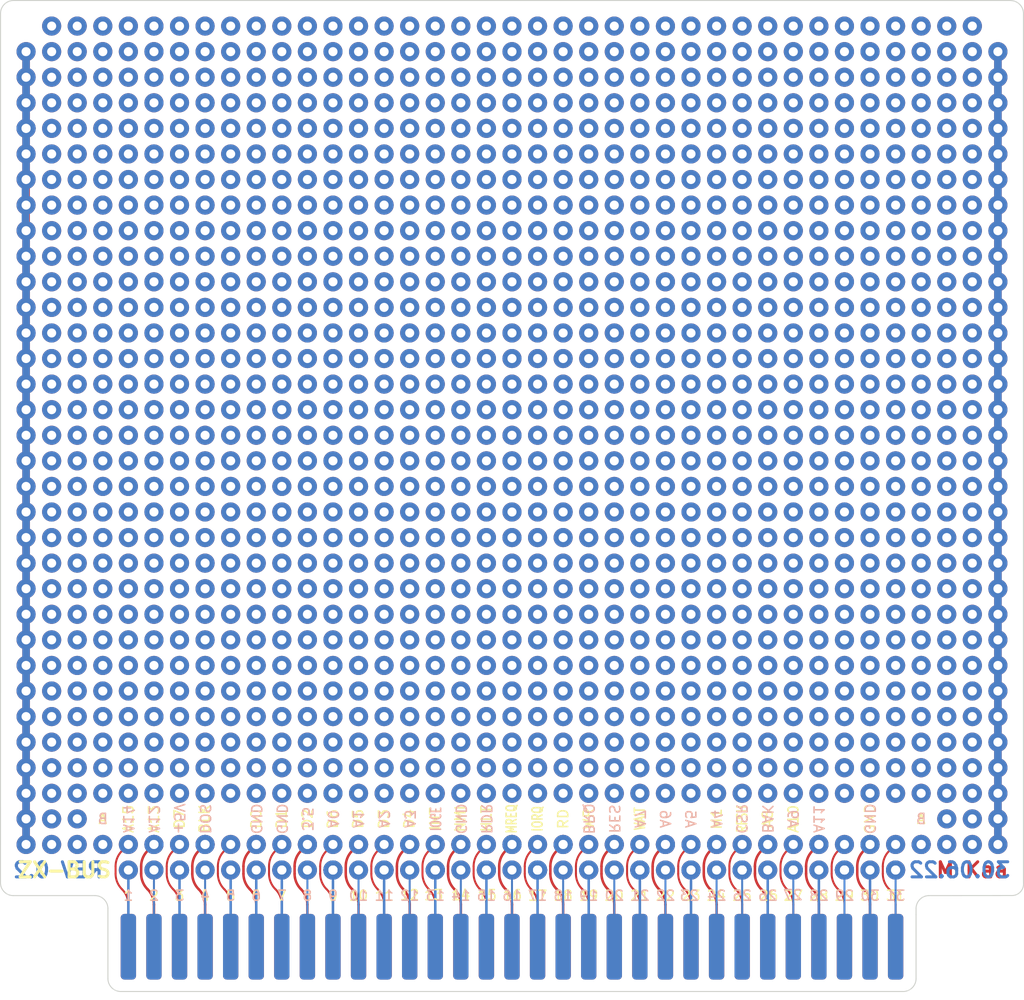
<source format=kicad_pcb>
(kicad_pcb (version 20211014) (generator pcbnew)
  (layers (0 "F.Cu" signal) (31 "B.Cu" signal) (34 "B.Paste" user) (35 "F.Paste" user) (36 "B.SilkS" user "B.Silkscreen") (37 "F.SilkS" user "F.Silkscreen") (38 "B.Mask" user) (39 "F.Mask" user) (44 "Edge.Cuts" user))
  (net 0 "")
  (footprint "zx:hole" (layer "F.Cu") (at 226.06 93.98)
    (fp_text reference "REF**" hide)
    (fp_text value "Val**" hide)
  )
  (footprint "zx:hole" (layer "F.Cu") (at 233.68 93.98)
    (fp_text reference "REF**" hide)
    (fp_text value "Val**" hide)
  )
  (footprint "zx:hole" (layer "F.Cu") (at 231.14 60.96)
    (fp_text reference "REF**" hide)
    (fp_text value "Val**" hide)
  )
  (footprint "zx:hole" (layer "F.Cu") (at 175.26 22.86)
    (fp_text reference "REF**" hide)
    (fp_text value "Val**" hide)
  )
  (footprint "zx:hole" (layer "F.Cu") (at 215.9 71.12)
    (fp_text reference "REF**" hide)
    (fp_text value "Val**" hide)
  )
  (footprint "zx:hole" (layer "F.Cu") (at 241.3 27.94)
    (fp_text reference "REF**" hide)
    (fp_text value "Val**" hide)
  )
  (footprint "zx:hole" (layer "F.Cu") (at 180.34 20.32)
    (fp_text reference "REF**" hide)
    (fp_text value "Val**" hide)
  )
  (footprint "zx:hole" (layer "F.Cu") (at 198.12 81.28)
    (fp_text reference "REF**" hide)
    (fp_text value "Val**" hide)
  )
  (footprint "zx:hole" (layer "F.Cu") (at 177.8 20.32)
    (fp_text reference "REF**" hide)
    (fp_text value "Val**" hide)
  )
  (footprint "zx:hole" (layer "F.Cu") (at 165.1 76.2)
    (fp_text reference "REF**" hide)
    (fp_text value "Val**" hide)
  )
  (footprint "zx:hole" (layer "F.Cu") (at 198.12 48.26)
    (fp_text reference "REF**" hide)
    (fp_text value "Val**" hide)
  )
  (footprint "zx:hole" (layer "F.Cu") (at 246.38 35.56)
    (fp_text reference "REF**" hide)
    (fp_text value "Val**" hide)
  )
  (footprint "zx:hole" (layer "F.Cu") (at 208.28 99.06)
    (fp_text reference "REF**" hide)
    (fp_text value "Val**" hide)
  )
  (footprint "zx:hole" (layer "F.Cu") (at 195.58 63.5)
    (fp_text reference "REF**" hide)
    (fp_text value "Val**" hide)
  )
  (footprint "zx:hole" (layer "F.Cu") (at 243.84 43.18)
    (fp_text reference "REF**" hide)
    (fp_text value "Val**" hide)
  )
  (footprint "zx:hole" (layer "F.Cu") (at 180.34 22.86)
    (fp_text reference "REF**" hide)
    (fp_text value "Val**" hide)
  )
  (footprint "zx:hole" (layer "F.Cu") (at 180.34 83.82)
    (fp_text reference "REF**" hide)
    (fp_text value "Val**" hide)
  )
  (footprint "zx:hole" (layer "F.Cu") (at 180.34 86.36)
    (fp_text reference "REF**" hide)
    (fp_text value "Val**" hide)
  )
  (footprint "zx:hole" (layer "F.Cu") (at 241.3 81.28)
    (fp_text reference "REF**" hide)
    (fp_text value "Val**" hide)
  )
  (footprint "zx:hole" (layer "F.Cu") (at 215.9 58.42)
    (fp_text reference "REF**" hide)
    (fp_text value "Val**" hide)
  )
  (footprint "zx:hole" (layer "F.Cu") (at 195.58 76.2)
    (fp_text reference "REF**" hide)
    (fp_text value "Val**" hide)
  )
  (footprint "zx:hole" (layer "F.Cu") (at 165.1 30.48)
    (fp_text reference "REF**" hide)
    (fp_text value "Val**" hide)
  )
  (footprint "zx:hole" (layer "F.Cu") (at 165.1 50.8)
    (fp_text reference "REF**" hide)
    (fp_text value "Val**" hide)
  )
  (footprint "zx:hole" (layer "F.Cu") (at 226.06 88.9)
    (fp_text reference "REF**" hide)
    (fp_text value "Val**" hide)
  )
  (footprint "zx:hole" (layer "F.Cu") (at 177.8 60.96)
    (fp_text reference "REF**" hide)
    (fp_text value "Val**" hide)
  )
  (footprint "zx:hole" (layer "F.Cu") (at 193.04 48.26)
    (fp_text reference "REF**" hide)
    (fp_text value "Val**" hide)
  )
  (footprint "zx:hole" (layer "F.Cu") (at 246.38 99.06)
    (fp_text reference "REF**" hide)
    (fp_text value "Val**" hide)
  )
  (footprint "zx:hole" (layer "F.Cu") (at 251.46 83.82)
    (fp_text reference "REF**" hide)
    (fp_text value "Val**" hide)
  )
  (footprint "zx:hole" (layer "F.Cu") (at 223.52 81.28)
    (fp_text reference "REF**" hide)
    (fp_text value "Val**" hide)
  )
  (footprint "zx:hole" (layer "F.Cu") (at 205.74 76.2)
    (fp_text reference "REF**" hide)
    (fp_text value "Val**" hide)
  )
  (footprint "zx:hole" (layer "F.Cu") (at 223.52 93.98)
    (fp_text reference "REF**" hide)
    (fp_text value "Val**" hide)
  )
  (footprint "zx:hole" (layer "F.Cu") (at 226.06 81.28)
    (fp_text reference "REF**" hide)
    (fp_text value "Val**" hide)
  )
  (footprint "zx:hole" (layer "F.Cu") (at 233.68 48.26)
    (fp_text reference "REF**" hide)
    (fp_text value "Val**" hide)
  )
  (footprint "zx:hole" (layer "F.Cu") (at 213.36 91.44)
    (fp_text reference "REF**" hide)
    (fp_text value "Val**" hide)
  )
  (footprint "zx:hole" (layer "F.Cu") (at 165.1 71.12)
    (fp_text reference "REF**" hide)
    (fp_text value "Val**" hide)
  )
  (footprint "zx:hole" (layer "F.Cu") (at 175.26 27.94)
    (fp_text reference "REF**" hide)
    (fp_text value "Val**" hide)
  )
  (footprint "zx:hole" (layer "F.Cu") (at 182.88 35.56)
    (fp_text reference "REF**" hide)
    (fp_text value "Val**" hide)
  )
  (footprint "zx:hole" (layer "F.Cu") (at 167.64 66.04)
    (fp_text reference "REF**" hide)
    (fp_text value "Val**" hide)
  )
  (footprint "zx:hole" (layer "F.Cu") (at 213.36 76.2)
    (fp_text reference "REF**" hide)
    (fp_text value "Val**" hide)
  )
  (footprint "zx:hole" (layer "F.Cu") (at 162.56 20.32)
    (fp_text reference "REF**" hide)
    (fp_text value "Val**" hide)
  )
  (footprint "zx:hole" (layer "F.Cu") (at 187.96 76.2)
    (fp_text reference "REF**" hide)
    (fp_text value "Val**" hide)
  )
  (footprint "zx:hole" (layer "F.Cu") (at 246.38 45.72)
    (fp_text reference "REF**" hide)
    (fp_text value "Val**" hide)
  )
  (footprint "zx:hole" (layer "F.Cu") (at 218.44 55.88)
    (fp_text reference "REF**" hide)
    (fp_text value "Val**" hide)
  )
  (footprint "zx:hole" (layer "F.Cu") (at 218.44 58.42)
    (fp_text reference "REF**" hide)
    (fp_text value "Val**" hide)
  )
  (footprint "zx:hole" (layer "F.Cu") (at 215.9 43.18)
    (fp_text reference "REF**" hide)
    (fp_text value "Val**" hide)
  )
  (footprint "zx:hole" (layer "F.Cu") (at 213.36 27.94)
    (fp_text reference "REF**" hide)
    (fp_text value "Val**" hide)
  )
  (footprint "zx:hole" (layer "F.Cu") (at 243.84 17.78)
    (fp_text reference "REF**" hide)
    (fp_text value "Val**" hide)
  )
  (footprint "zx:hole" (layer "F.Cu") (at 157.48 53.34)
    (fp_text reference "REF**" hide)
    (fp_text value "Val**" hide)
  )
  (footprint "zx:hole" (layer "F.Cu") (at 198.12 71.12)
    (fp_text reference "REF**" hide)
    (fp_text value "Val**" hide)
  )
  (footprint "zx:hole" (layer "F.Cu") (at 177.8 53.34)
    (fp_text reference "REF**" hide)
    (fp_text value "Val**" hide)
  )
  (footprint "zx:hole" (layer "F.Cu") (at 223.52 76.2)
    (fp_text reference "REF**" hide)
    (fp_text value "Val**" hide)
  )
  (footprint "zx:hole" (layer "F.Cu") (at 190.5 93.98)
    (fp_text reference "REF**" hide)
    (fp_text value "Val**" hide)
  )
  (footprint "zx:hole" (layer "F.Cu") (at 254 45.72)
    (fp_text reference "REF**" hide)
    (fp_text value "Val**" hide)
  )
  (footprint "zx:hole" (layer "F.Cu") (at 172.72 73.66)
    (fp_text reference "REF**" hide)
    (fp_text value "Val**" hide)
  )
  (footprint "zx:hole" (layer "F.Cu") (at 170.18 53.34)
    (fp_text reference "REF**" hide)
    (fp_text value "Val**" hide)
  )
  (footprint "zx:hole" (layer "F.Cu") (at 213.36 73.66)
    (fp_text reference "REF**" hide)
    (fp_text value "Val**" hide)
  )
  (footprint "zx:hole" (layer "F.Cu") (at 254 91.44)
    (fp_text reference "REF**" hide)
    (fp_text value "Val**" hide)
  )
  (footprint "zx:hole" (layer "F.Cu") (at 170.18 50.8)
    (fp_text reference "REF**" hide)
    (fp_text value "Val**" hide)
  )
  (footprint "zx:hole" (layer "F.Cu") (at 236.22 78.74)
    (fp_text reference "REF**" hide)
    (fp_text value "Val**" hide)
  )
  (footprint "zx:hole" (layer "F.Cu") (at 231.14 99.06)
    (fp_text reference "REF**" hide)
    (fp_text value "Val**" hide)
  )
  (footprint "zx:hole" (layer "F.Cu") (at 213.36 30.48)
    (fp_text reference "REF**" hide)
    (fp_text value "Val**" hide)
  )
  (footprint "zx:hole" (layer "F.Cu") (at 233.68 58.42)
    (fp_text reference "REF**" hide)
    (fp_text value "Val**" hide)
  )
  (footprint "zx:hole" (layer "F.Cu") (at 254 38.1)
    (fp_text reference "REF**" hide)
    (fp_text value "Val**" hide)
  )
  (footprint "zx:hole" (layer "F.Cu") (at 182.88 81.28)
    (fp_text reference "REF**" hide)
    (fp_text value "Val**" hide)
  )
  (footprint "zx:hole" (layer "F.Cu") (at 210.82 81.28)
    (fp_text reference "REF**" hide)
    (fp_text value "Val**" hide)
  )
  (footprint "zx:hole" (layer "F.Cu") (at 243.84 88.9)
    (fp_text reference "REF**" hide)
    (fp_text value "Val**" hide)
  )
  (footprint "zx:hole" (layer "F.Cu") (at 205.74 22.86)
    (fp_text reference "REF**" hide)
    (fp_text value "Val**" hide)
  )
  (footprint "" (layer "F.Cu") (at 187.96 101.6)
    (fp_text reference "")
    (fp_text value "")
  )
  (footprint "zx:hole" (layer "F.Cu") (at 193.04 20.32)
    (fp_text reference "REF**" hide)
    (fp_text value "Val**" hide)
  )
  (footprint "zx:hole" (layer "F.Cu") (at 165.1 27.94)
    (fp_text reference "REF**" hide)
    (fp_text value "Val**" hide)
  )
  (footprint "zx:hole" (layer "F.Cu") (at 162.56 30.48)
    (fp_text reference "REF**" hide)
    (fp_text value "Val**" hide)
  )
  (footprint "zx:hole" (layer "F.Cu") (at 246.38 68.58)
    (fp_text reference "REF**" hide)
    (fp_text value "Val**" hide)
  )
  (footprint "zx:hole" (layer "F.Cu") (at 236.22 50.8)
    (fp_text reference "REF**" hide)
    (fp_text value "Val**" hide)
  )
  (footprint "zx:hole" (layer "F.Cu") (at 254 50.8)
    (fp_text reference "REF**" hide)
    (fp_text value "Val**" hide)
  )
  (footprint "zx:hole" (layer "F.Cu") (at 160.02 78.74)
    (fp_text reference "REF**" hide)
    (fp_text value "Val**" hide)
  )
  (footprint "zx:hole" (layer "F.Cu") (at 241.3 101.6)
    (fp_text reference "REF**" hide)
    (fp_text value "Val**" hide)
  )
  (footprint "zx:hole" (layer "F.Cu") (at 233.68 88.9)
    (fp_text reference "REF**" hide)
    (fp_text value "Val**" hide)
  )
  (footprint "zx:hole" (layer "F.Cu") (at 172.72 50.8)
    (fp_text reference "REF**" hide)
    (fp_text value "Val**" hide)
  )
  (footprint "zx:hole" (layer "F.Cu") (at 162.56 73.66)
    (fp_text reference "REF**" hide)
    (fp_text value "Val**" hide)
  )
  (footprint "zx:hole" (layer "F.Cu") (at 213.36 58.42)
    (fp_text reference "REF**" hide)
    (fp_text value "Val**" hide)
  )
  (footprint "zx:hole" (layer "F.Cu") (at 157.48 60.96)
    (fp_text reference "REF**" hide)
    (fp_text value "Val**" hide)
  )
  (footprint "zx:hole" (layer "F.Cu") (at 238.76 86.36)
    (fp_text reference "REF**" hide)
    (fp_text value "Val**" hide)
  )
  (footprint "zx:hole" (layer "F.Cu") (at 185.42 91.44)
    (fp_text reference "REF**" hide)
    (fp_text value "Val**" hide)
  )
  (footprint "zx:hole" (layer "F.Cu") (at 195.58 83.82)
    (fp_text reference "REF**" hide)
    (fp_text value "Val**" hide)
  )
  (footprint "zx:hole" (layer "F.Cu") (at 200.66 53.34)
    (fp_text reference "REF**" hide)
    (fp_text value "Val**" hide)
  )
  (footprint "zx:hole" (layer "F.Cu") (at 238.76 25.4)
    (fp_text reference "REF**" hide)
    (fp_text value "Val**" hide)
  )
  (footprint "zx:hole" (layer "F.Cu") (at 190.5 53.34)
    (fp_text reference "REF**" hide)
    (fp_text value "Val**" hide)
  )
  (footprint "zx:hole" (layer "F.Cu") (at 254 60.96)
    (fp_text reference "REF**" hide)
    (fp_text value "Val**" hide)
  )
  (footprint "zx:hole" (layer "F.Cu") (at 254 53.34)
    (fp_text reference "REF**" hide)
    (fp_text value "Val**" hide)
  )
  (footprint "zx:hole" (layer "F.Cu") (at 187.96 27.94)
    (fp_text reference "REF**" hide)
    (fp_text value "Val**" hide)
  )
  (footprint "zx:hole" (layer "F.Cu") (at 193.04 30.48)
    (fp_text reference "REF**" hide)
    (fp_text value "Val**" hide)
  )
  (footprint "zx:hole" (layer "F.Cu") (at 177.8 55.88)
    (fp_text reference "REF**" hide)
    (fp_text value "Val**" hide)
  )
  (footprint "zx:hole" (layer "F.Cu") (at 228.6 93.98)
    (fp_text reference "REF**" hide)
    (fp_text value "Val**" hide)
  )
  (footprint "zx:hole" (layer "F.Cu") (at 170.18 68.58)
    (fp_text reference "REF**" hide)
    (fp_text value "Val**" hide)
  )
  (footprint "zx:hole" (layer "F.Cu") (at 226.06 83.82)
    (fp_text reference "REF**" hide)
    (fp_text value "Val**" hide)
  )
  (footprint "zx:hole" (layer "F.Cu") (at 248.92 35.56)
    (fp_text reference "REF**" hide)
    (fp_text value "Val**" hide)
  )
  (footprint "zx:hole" (layer "F.Cu") (at 167.64 40.64)
    (fp_text reference "REF**" hide)
    (fp_text value "Val**" hide)
  )
  (footprint "zx:hole" (layer "F.Cu") (at 193.04 101.6)
    (fp_text reference "REF**" hide)
    (fp_text value "Val**" hide)
  )
  (footprint "zx:hole" (layer "F.Cu") (at 185.42 25.4)
    (fp_text reference "REF**" hide)
    (fp_text value "Val**" hide)
  )
  (footprint "zx:hole" (layer "F.Cu") (at 254 81.28)
    (fp_text reference "REF**" hide)
    (fp_text value "Val**" hide)
  )
  (footprint "zx:hole" (layer "F.Cu") (at 162.56 25.4)
    (fp_text reference "REF**" hide)
    (fp_text value "Val**" hide)
  )
  (footprint "zx:hole" (layer "F.Cu") (at 162.56 66.04)
    (fp_text reference "REF**" hide)
    (fp_text value "Val**" hide)
  )
  (footprint "zx:hole" (layer "F.Cu") (at 236.22 101.6)
    (fp_text reference "REF**" hide)
    (fp_text value "Val**" hide)
  )
  (footprint "zx:hole" (layer "F.Cu") (at 165.1 83.82)
    (fp_text reference "REF**" hide)
    (fp_text value "Val**" hide)
  )
  (footprint "zx:hole" (layer "F.Cu") (at 187.96 48.26)
    (fp_text reference "REF**" hide)
    (fp_text value "Val**" hide)
  )
  (footprint "zx:hole" (layer "F.Cu") (at 193.04 53.34)
    (fp_text reference "REF**" hide)
    (fp_text value "Val**" hide)
  )
  (footprint "zx:hole" (layer "F.Cu") (at 157.48 20.32)
    (fp_text reference "REF**" hide)
    (fp_text value "Val**" hide)
  )
  (footprint "zx:hole" (layer "F.Cu") (at 254 68.58)
    (fp_text reference "REF**" hide)
    (fp_text value "Val**" hide)
  )
  (footprint "zx:hole" (layer "F.Cu") (at 226.06 50.8)
    (fp_text reference "REF**" hide)
    (fp_text value "Val**" hide)
  )
  (footprint "zx:hole" (layer "F.Cu") (at 226.06 25.4)
    (fp_text reference "REF**" hide)
    (fp_text value "Val**" hide)
  )
  (footprint "zx:hole" (layer "F.Cu") (at 223.52 35.56)
    (fp_text reference "REF**" hide)
    (fp_text value "Val**" hide)
  )
  (footprint "zx:hole" (layer "F.Cu") (at 220.98 71.12)
    (fp_text reference "REF**" hide)
    (fp_text value "Val**" hide)
  )
  (footprint "zx:hole" (layer "F.Cu") (at 200.66 76.2)
    (fp_text reference "REF**" hide)
    (fp_text value "Val**" hide)
  )
  (footprint "zx:hole" (layer "F.Cu") (at 177.8 27.94)
    (fp_text reference "REF**" hide)
    (fp_text value "Val**" hide)
  )
  (footprint "zx:hole" (layer "F.Cu") (at 185.42 53.34)
    (fp_text reference "REF**" hide)
    (fp_text value "Val**" hide)
  )
  (footprint "zx:hole" (layer "F.Cu") (at 243.84 101.6)
    (fp_text reference "REF**" hide)
    (fp_text value "Val**" hide)
  )
  (footprint "zx:hole" (layer "F.Cu") (at 167.64 86.36)
    (fp_text reference "REF**" hide)
    (fp_text value "Val**" hide)
  )
  (footprint "zx:hole" (layer "F.Cu") (at 210.82 17.78)
    (fp_text reference "REF**" hide)
    (fp_text value "Val**" hide)
  )
  (footprint "zx:hole" (layer "F.Cu") (at 205.74 43.18)
    (fp_text reference "REF**" hide)
    (fp_text value "Val**" hide)
  )
  (footprint "zx:hole" (layer "F.Cu") (at 254 40.64)
    (fp_text reference "REF**" hide)
    (fp_text value "Val**" hide)
  )
  (footprint "zx:hole" (layer "F.Cu") (at 220.98 33.02)
    (fp_text reference "REF**" hide)
    (fp_text value "Val**" hide)
  )
  (footprint "" (layer "F.Cu") (at 218.44 101.6)
    (fp_text reference "")
    (fp_text value "")
  )
  (footprint "zx:hole" (layer "F.Cu") (at 180.34 43.18)
    (fp_text reference "REF**" hide)
    (fp_text value "Val**" hide)
  )
  (footprint "zx:hole" (layer "F.Cu") (at 162.56 55.88)
    (fp_text reference "REF**" hide)
    (fp_text value "Val**" hide)
  )
  (footprint "zx:hole" (layer "F.Cu") (at 213.36 38.1)
    (fp_text reference "REF**" hide)
    (fp_text value "Val**" hide)
  )
  (footprint "zx:hole" (layer "F.Cu") (at 233.68 60.96)
    (fp_text reference "REF**" hide)
    (fp_text value "Val**" hide)
  )
  (footprint "zx:hole" (layer "F.Cu") (at 170.18 91.44)
    (fp_text reference "REF**" hide)
    (fp_text value "Val**" hide)
  )
  (footprint "zx:hole" (layer "F.Cu") (at 231.14 83.82)
    (fp_text reference "REF**" hide)
    (fp_text value "Val**" hide)
  )
  (footprint "zx:hole" (layer "F.Cu") (at 231.14 101.6)
    (fp_text reference "REF**" hide)
    (fp_text value "Val**" hide)
  )
  (footprint "zx:hole" (layer "F.Cu") (at 238.76 22.86)
    (fp_text reference "REF**" hide)
    (fp_text value "Val**" hide)
  )
  (footprint "zx:hole" (layer "F.Cu") (at 248.92 55.88)
    (fp_text reference "REF**" hide)
    (fp_text value "Val**" hide)
  )
  (footprint "zx:hole" (layer "F.Cu") (at 193.04 73.66)
    (fp_text reference "REF**" hide)
    (fp_text value "Val**" hide)
  )
  (footprint "zx:hole" (layer "F.Cu") (at 241.3 76.2)
    (fp_text reference "REF**" hide)
    (fp_text value "Val**" hide)
  )
  (footprint "zx:hole" (layer "F.Cu") (at 215.9 78.74)
    (fp_text reference "REF**" hide)
    (fp_text value "Val**" hide)
  )
  (footprint "zx:hole" (layer "F.Cu") (at 246.38 20.32)
    (fp_text reference "REF**" hide)
    (fp_text value "Val**" hide)
  )
  (footprint "zx:hole" (layer "F.Cu") (at 203.2 93.98)
    (fp_text reference "REF**" hide)
    (fp_text value "Val**" hide)
  )
  (footprint "zx:hole" (layer "F.Cu") (at 162.56 48.26)
    (fp_text reference "REF**" hide)
    (fp_text value "Val**" hide)
  )
  (footprint "zx:hole" (layer "F.Cu") (at 185.42 40.64)
    (fp_text reference "REF**" hide)
    (fp_text value "Val**" hide)
  )
  (footprint "zx:hole" (layer "F.Cu") (at 243.84 38.1)
    (fp_text reference "REF**" hide)
    (fp_text value "Val**" hide)
  )
  (footprint "zx:hole" (layer "F.Cu") (at 160.02 17.78)
    (fp_text reference "REF**" hide)
    (fp_text value "Val**" hide)
  )
  (footprint "zx:hole" (layer "F.Cu") (at 236.22 76.2)
    (fp_text reference "REF**" hide)
    (fp_text value "Val**" hide)
  )
  (footprint "zx:hole" (layer "F.Cu") (at 177.8 83.82)
    (fp_text reference "REF**" hide)
    (fp_text value "Val**" hide)
  )
  (footprint "zx:hole" (layer "F.Cu") (at 220.98 53.34)
    (fp_text reference "REF**" hide)
    (fp_text value "Val**" hide)
  )
  (footprint "zx:hole" (layer "F.Cu") (at 203.2 43.18)
    (fp_text reference "REF**" hide)
    (fp_text value "Val**" hide)
  )
  (footprint "zx:hole" (layer "F.Cu") (at 195.58 50.8)
    (fp_text reference "REF**" hide)
    (fp_text value "Val**" hide)
  )
  (footprint "zx:hole" (layer "F.Cu") (at 157.48 43.18)
    (fp_text reference "REF**" hide)
    (fp_text value "Val**" hide)
  )
  (footprint "zx:hole" (layer "F.Cu") (at 248.92 58.42)
    (fp_text reference "REF**" hide)
    (fp_text value "Val**" hide)
  )
  (footprint "zx:hole" (layer "F.Cu") (at 246.38 33.02)
    (fp_text reference "REF**" hide)
    (fp_text value "Val**" hide)
  )
  (footprint "zx:hole" (layer "F.Cu") (at 170.18 17.78)
    (fp_text reference "REF**" hide)
    (fp_text value "Val**" hide)
  )
  (footprint "zx:hole" (layer "F.Cu") (at 165.1 91.44)
    (fp_text reference "REF**" hide)
    (fp_text value "Val**" hide)
  )
  (footprint "zx:hole" (layer "F.Cu") (at 187.96 53.34)
    (fp_text reference "REF**" hide)
    (fp_text value "Val**" hide)
  )
  (footprint "zx:hole" (layer "F.Cu") (at 190.5 22.86)
    (fp_text reference "REF**" hide)
    (fp_text value "Val**" hide)
  )
  (footprint "zx:hole" (layer "F.Cu") (at 223.52 20.32)
    (fp_text reference "REF**" hide)
    (fp_text value "Val**" hide)
  )
  (footprint "zx:hole" (layer "F.Cu") (at 193.04 43.18)
    (fp_text reference "REF**" hide)
    (fp_text value "Val**" hide)
  )
  (footprint "zx:hole" (layer "F.Cu") (at 205.74 101.6)
    (fp_text reference "REF**" hide)
    (fp_text value "Val**" hide)
  )
  (footprint "zx:hole" (layer "F.Cu") (at 220.98 76.2)
    (fp_text reference "REF**" hide)
    (fp_text value "Val**" hide)
  )
  (footprint "zx:hole" (layer "F.Cu") (at 180.34 33.02)
    (fp_text reference "REF**" hide)
    (fp_text value "Val**" hide)
  )
  (footprint "zx:hole" (layer "F.Cu") (at 220.98 22.86)
    (fp_text reference "REF**" hide)
    (fp_text value "Val**" hide)
  )
  (footprint "zx:hole" (layer "F.Cu") (at 213.36 83.82)
    (fp_text reference "REF**" hide)
    (fp_text value "Val**" hide)
  )
  (footprint "zx:hole" (layer "F.Cu") (at 187.96 60.96)
    (fp_text reference "REF**" hide)
    (fp_text value "Val**" hide)
  )
  (footprint "zx:hole" (layer "F.Cu") (at 160.02 99.06)
    (fp_text reference "REF**" hide)
    (fp_text value "Val**" hide)
  )
  (footprint "zx:hole" (layer "F.Cu") (at 182.88 63.5)
    (fp_text reference "REF**" hide)
    (fp_text value "Val**" hide)
  )
  (footprint "zx:hole" (layer "F.Cu") (at 238.76 63.5)
    (fp_text reference "REF**" hide)
    (fp_text value "Val**" hide)
  )
  (footprint "zx:hole" (layer "F.Cu") (at 160.02 48.26)
    (fp_text reference "REF**" hide)
    (fp_text value "Val**" hide)
  )
  (footprint "zx:hole" (layer "F.Cu") (at 157.48 33.02)
    (fp_text reference "REF**" hide)
    (fp_text value "Val**" hide)
  )
  (footprint "zx:hole" (layer "F.Cu") (at 241.3 93.98)
    (fp_text reference "REF**" hide)
    (fp_text value "Val**" hide)
  )
  (footprint "zx:hole" (layer "F.Cu") (at 203.2 27.94)
    (fp_text reference "REF**" hide)
    (fp_text value "Val**" hide)
  )
  (footprint "zx:hole" (layer "F.Cu") (at 172.72 99.06)
    (fp_text reference "REF**" hide)
    (fp_text value "Val**" hide)
  )
  (footprint "zx:hole" (layer "F.Cu") (at 172.72 58.42)
    (fp_text reference "REF**" hide)
    (fp_text value "Val**" hide)
  )
  (footprint "zx:hole" (layer "F.Cu") (at 195.58 73.66)
    (fp_text reference "REF**" hide)
    (fp_text value "Val**" hide)
  )
  (footprint "zx:hole" (layer "F.Cu") (at 220.98 81.28)
    (fp_text reference "REF**" hide)
    (fp_text value "Val**" hide)
  )
  (footprint "zx:hole" (layer "F.Cu") (at 231.14 33.02)
    (fp_text reference "REF**" hide)
    (fp_text value "Val**" hide)
  )
  (footprint "zx:hole" (layer "F.Cu") (at 246.38 91.44)
    (fp_text reference "REF**" hide)
    (fp_text value "Val**" hide)
  )
  (footprint "zx:hole" (layer "F.Cu") (at 162.56 53.34)
    (fp_text reference "REF**" hide)
    (fp_text value "Val**" hide)
  )
  (footprint "zx:hole" (layer "F.Cu") (at 170.18 78.74)
    (fp_text reference "REF**" hide)
    (fp_text value "Val**" hide)
  )
  (footprint "zx:hole" (layer "F.Cu") (at 170.18 71.12)
    (fp_text reference "REF**" hide)
    (fp_text value "Val**" hide)
  )
  (footprint "zx:hole" (layer "F.Cu") (at 160.02 68.58)
    (fp_text reference "REF**" hide)
    (fp_text value "Val**" hide)
  )
  (footprint "zx:hole" (layer "F.Cu") (at 205.74 73.66)
    (fp_text reference "REF**" hide)
    (fp_text value "Val**" hide)
  )
  (footprint "zx:hole" (layer "F.Cu") (at 248.92 86.36)
    (fp_text reference "REF**" hide)
    (fp_text value "Val**" hide)
  )
  (footprint "zx:hole" (layer "F.Cu") (at 172.72 63.5)
    (fp_text reference "REF**" hide)
    (fp_text value "Val**" hide)
  )
  (footprint "zx:hole" (layer "F.Cu") (at 157.48 25.4)
    (fp_text reference "REF**" hide)
    (fp_text value "Val**" hide)
  )
  (footprint "zx:hole" (layer "F.Cu") (at 160.02 38.1)
    (fp_text reference "REF**" hide)
    (fp_text value "Val**" hide)
  )
  (footprint "zx:hole" (layer "F.Cu") (at 205.74 17.78)
    (fp_text reference "REF**" hide)
    (fp_text value "Val**" hide)
  )
  (footprint "zx:hole" (layer "F.Cu") (at 177.8 43.18)
    (fp_text reference "REF**" hide)
    (fp_text value "Val**" hide)
  )
  (footprint "zx:hole" (layer "F.Cu") (at 177.8 76.2)
    (fp_text reference "REF**" hide)
    (fp_text value "Val**" hide)
  )
  (footprint "zx:hole" (layer "F.Cu") (at 157.48 73.66)
    (fp_text reference "REF**" hide)
    (fp_text value "Val**" hide)
  )
  (footprint "zx:hole" (layer "F.Cu") (at 203.2 60.96)
    (fp_text reference "REF**" hide)
    (fp_text value "Val**" hide)
  )
  (footprint "zx:hole" (layer "F.Cu") (at 185.42 66.04)
    (fp_text reference "REF**" hide)
    (fp_text value "Val**" hide)
  )
  (footprint "zx:hole" (layer "F.Cu") (at 218.44 68.58)
    (fp_text reference "REF**" hide)
    (fp_text value "Val**" hide)
  )
  (footprint "zx:hole" (layer "F.Cu") (at 193.04 38.1)
    (fp_text reference "REF**" hide)
    (fp_text value "Val**" hide)
  )
  (footprint "zx:hole" (layer "F.Cu") (at 172.72 30.48)
    (fp_text reference "REF**" hide)
    (fp_text value "Val**" hide)
  )
  (footprint "zx:hole" (layer "F.Cu") (at 238.76 58.42)
    (fp_text reference "REF**" hide)
    (fp_text value "Val**" hide)
  )
  (footprint "zx:hole" (layer "F.Cu") (at 162.56 71.12)
    (fp_text reference "REF**" hide)
    (fp_text value "Val**" hide)
  )
  (footprint "zx:hole" (layer "F.Cu") (at 172.72 76.2)
    (fp_text reference "REF**" hide)
    (fp_text value "Val**" hide)
  )
  (footprint "zx:hole" (layer "F.Cu") (at 157.48 68.58)
    (fp_text reference "REF**" hide)
    (fp_text value "Val**" hide)
  )
  (footprint "zx:hole" (layer "F.Cu") (at 220.98 25.4)
    (fp_text reference "REF**" hide)
    (fp_text value "Val**" hide)
  )
  (footprint "zx:hole" (layer "F.Cu") (at 160.02 93.98)
    (fp_text reference "REF**" hide)
    (fp_text value "Val**" hide)
  )
  (footprint "zx:hole" (layer "F.Cu") (at 241.3 68.58)
    (fp_text reference "REF**" hide)
    (fp_text value "Val**" hide)
  )
  (footprint "zx:hole" (layer "F.Cu") (at 208.28 55.88)
    (fp_text reference "REF**" hide)
    (fp_text value "Val**" hide)
  )
  (footprint "zx:hole" (layer "F.Cu") (at 185.42 55.88)
    (fp_text reference "REF**" hide)
    (fp_text value "Val**" hide)
  )
  (footprint "zx:hole" (layer "F.Cu") (at 198.12 33.02)
    (fp_text reference "REF**" hide)
    (fp_text value "Val**" hide)
  )
  (footprint "zx:hole" (layer "F.Cu") (at 185.42 30.48)
    (fp_text reference "REF**" hide)
    (fp_text value "Val**" hide)
  )
  (footprint "zx:hole" (layer "F.Cu") (at 187.96 55.88)
    (fp_text reference "REF**" hide)
    (fp_text value "Val**" hide)
  )
  (footprint "zx:hole" (layer "F.Cu") (at 177.8 71.12)
    (fp_text reference "REF**" hide)
    (fp_text value "Val**" hide)
  )
  (footprint "zx:hole" (layer "F.Cu") (at 243.84 81.28)
    (fp_text reference "REF**" hide)
    (fp_text value "Val**" hide)
  )
  (footprint "zx:hole" (layer "F.Cu") (at 228.6 63.5)
    (fp_text reference "REF**" hide)
    (fp_text value "Val**" hide)
  )
  (footprint "zx:hole" (layer "F.Cu") (at 223.52 17.78)
    (fp_text reference "REF**" hide)
    (fp_text value "Val**" hide)
  )
  (footprint "zx:hole" (layer "F.Cu") (at 228.6 25.4)
    (fp_text reference "REF**" hide)
    (fp_text value "Val**" hide)
  )
  (footprint "zx:hole" (layer "F.Cu") (at 185.42 33.02)
    (fp_text reference "REF**" hide)
    (fp_text value "Val**" hide)
  )
  (footprint "zx:hole" (layer "F.Cu") (at 182.88 27.94)
    (fp_text reference "REF**" hide)
    (fp_text value "Val**" hide)
  )
  (footprint "zx:hole" (layer "F.Cu") (at 167.64 83.82)
    (fp_text reference "REF**" hide)
    (fp_text value "Val**" hide)
  )
  (footprint "zx:hole" (layer "F.Cu") (at 254 48.26)
    (fp_text reference "REF**" hide)
    (fp_text value "Val**" hide)
  )
  (footprint "zx:hole" (layer "F.Cu") (at 238.76 33.02)
    (fp_text reference "REF**" hide)
    (fp_text value "Val**" hide)
  )
  (footprint "zx:hole" (layer "F.Cu") (at 251.46 22.86)
    (fp_text reference "REF**" hide)
    (fp_text value "Val**" hide)
  )
  (footprint "" (layer "F.Cu") (at 195.58 99.06)
    (fp_text reference "")
    (fp_text value "")
  )
  (footprint "zx:hole" (layer "F.Cu") (at 238.76 45.72)
    (fp_text reference "REF**" hide)
    (fp_text value "Val**" hide)
  )
  (footprint "" (layer "F.Cu") (at 213.36 101.6)
    (fp_text reference "")
    (fp_text value "")
  )
  (footprint "zx:hole" (layer "F.Cu") (at 236.22 93.98)
    (fp_text reference "REF**" hide)
    (fp_text value "Val**" hide)
  )
  (footprint "zx:hole" (layer "F.Cu") (at 213.36 43.18)
    (fp_text reference "REF**" hide)
    (fp_text value "Val**" hide)
  )
  (footprint "zx:hole" (layer "F.Cu") (at 205.74 71.12)
    (fp_text reference "REF**" hide)
    (fp_text value "Val**" hide)
  )
  (footprint "zx:hole" (layer "F.Cu") (at 198.12 101.6)
    (fp_text reference "REF**" hide)
    (fp_text value "Val**" hide)
  )
  (footprint "zx:hole" (layer "F.Cu") (at 170.18 76.2)
    (fp_text reference "REF**" hide)
    (fp_text value "Val**" hide)
  )
  (footprint "zx:hole" (layer "F.Cu") (at 208.28 27.94)
    (fp_text reference "REF**" hide)
    (fp_text value "Val**" hide)
  )
  (footprint "zx:hole" (layer "F.Cu") (at 157.48 81.28)
    (fp_text reference "REF**" hide)
    (fp_text value "Val**" hide)
  )
  (footprint "zx:hole" (layer "F.Cu") (at 182.88 17.78)
    (fp_text reference "REF**" hide)
    (fp_text value "Val**" hide)
  )
  (footprint "zx:hole" (layer "F.Cu") (at 228.6 86.36)
    (fp_text reference "REF**" hide)
    (fp_text value "Val**" hide)
  )
  (footprint "zx:hole" (layer "F.Cu") (at 162.56 43.18)
    (fp_text reference "REF**" hide)
    (fp_text value "Val**" hide)
  )
  (footprint "zx:hole" (layer "F.Cu") (at 195.58 99.06)
    (fp_text reference "REF**" hide)
    (fp_text value "Val**" hide)
  )
  (footprint "zx:hole" (layer "F.Cu") (at 251.46 99.06)
    (fp_text reference "REF**" hide)
    (fp_text value "Val**" hide)
  )
  (footprint "zx:hole" (layer "F.Cu") (at 200.66 60.96)
    (fp_text reference "REF**" hide)
    (fp_text value "Val**" hide)
  )
  (footprint "zx:hole" (layer "F.Cu") (at 190.5 86.36)
    (fp_text reference "REF**" hide)
    (fp_text value "Val**" hide)
  )
  (footprint "zx:hole" (layer "F.Cu") (at 231.14 43.18)
    (fp_text reference "REF**" hide)
    (fp_text value "Val**" hide)
  )
  (footprint "zx:hole" (layer "F.Cu") (at 215.9 83.82)
    (fp_text reference "REF**" hide)
    (fp_text value "Val**" hide)
  )
  (footprint "zx:hole" (layer "F.Cu") (at 180.34 63.5)
    (fp_text reference "REF**" hide)
    (fp_text value "Val**" hide)
  )
  (footprint "zx:hole" (layer "F.Cu") (at 243.84 55.88)
    (fp_text reference "REF**" hide)
    (fp_text value "Val**" hide)
  )
  (footprint "zx:hole" (layer "F.Cu") (at 170.18 81.28)
    (fp_text reference "REF**" hide)
    (fp_text value "Val**" hide)
  )
  (footprint "zx:hole" (layer "F.Cu") (at 165.1 43.18)
    (fp_text reference "REF**" hide)
    (fp_text value "Val**" hide)
  )
  (footprint "zx:hole" (layer "F.Cu") (at 203.2 88.9)
    (fp_text reference "REF**" hide)
    (fp_text value "Val**" hide)
  )
  (footprint "zx:hole" (layer "F.Cu") (at 228.6 88.9)
    (fp_text reference "REF**" hide)
    (fp_text value "Val**" hide)
  )
  (footprint "" (layer "F.Cu") (at 228.6 101.6)
    (fp_text reference "")
    (fp_text value "")
  )
  (footprint "zx:hole" (layer "F.Cu") (at 210.82 53.34)
    (fp_text reference "REF**" hide)
    (fp_text value "Val**" hide)
  )
  (footprint "zx:hole" (layer "F.Cu") (at 208.28 17.78)
    (fp_text reference "REF**" hide)
    (fp_text value "Val**" hide)
  )
  (footprint "zx:hole" (layer "F.Cu") (at 180.34 81.28)
    (fp_text reference "REF**" hide)
    (fp_text value "Val**" hide)
  )
  (footprint "" (layer "F.Cu") (at 243.84 101.6)
    (fp_text reference "")
    (fp_text value "")
  )
  (footprint "zx:hole" (layer "F.Cu") (at 243.84 91.44)
    (fp_text reference "REF**" hide)
    (fp_text value "Val**" hide)
  )
  (footprint "zx:hole" (layer "F.Cu") (at 193.04 88.9)
    (fp_text reference "REF**" hide)
    (fp_text value "Val**" hide)
  )
  (footprint "zx:hole" (layer "F.Cu") (at 177.8 81.28)
    (fp_text reference "REF**" hide)
    (fp_text value "Val**" hide)
  )
  (footprint "zx:hole" (layer "F.Cu") (at 220.98 48.26)
    (fp_text reference "REF**" hide)
    (fp_text value "Val**" hide)
  )
  (footprint "" (layer "F.Cu") (at 218.44 101.6)
    (fp_text reference "")
    (fp_text value "")
  )
  (footprint "zx:hole" (layer "F.Cu") (at 187.96 30.48)
    (fp_text reference "REF**" hide)
    (fp_text value "Val**" hide)
  )
  (footprint "zx:hole" (layer "F.Cu") (at 203.2 101.6)
    (fp_text reference "REF**" hide)
    (fp_text value "Val**" hide)
  )
  (footprint "zx:hole" (layer "F.Cu") (at 233.68 50.8)
    (fp_text reference "REF**" hide)
    (fp_text value "Val**" hide)
  )
  (footprint "zx:hole" (layer "F.Cu") (at 243.84 63.5)
    (fp_text reference "REF**" hide)
    (fp_text value "Val**" hide)
  )
  (footprint "zx:hole" (layer "F.Cu") (at 218.44 63.5)
    (fp_text reference "REF**" hide)
    (fp_text value "Val**" hide)
  )
  (footprint "zx:hole" (layer "F.Cu") (at 195.58 45.72)
    (fp_text reference "REF**" hide)
    (fp_text value "Val**" hide)
  )
  (footprint "zx:hole" (layer "F.Cu") (at 213.36 99.06)
    (fp_text reference "REF**" hide)
    (fp_text value "Val**" hide)
  )
  (footprint "zx:hole" (layer "F.Cu") (at 228.6 55.88)
    (fp_text reference "REF**" hide)
    (fp_text value "Val**" hide)
  )
  (footprint "zx:hole" (layer "F.Cu") (at 251.46 68.58)
    (fp_text reference "REF**" hide)
    (fp_text value "Val**" hide)
  )
  (footprint "zx:hole" (layer "F.Cu") (at 233.68 40.64)
    (fp_text reference "REF**" hide)
    (fp_text value "Val**" hide)
  )
  (footprint "zx:hole" (layer "F.Cu") (at 175.26 73.66)
    (fp_text reference "REF**" hide)
    (fp_text value "Val**" hide)
  )
  (footprint "zx:hole" (layer "F.Cu") (at 187.96 66.04)
    (fp_text reference "REF**" hide)
    (fp_text value "Val**" hide)
  )
  (footprint "zx:hole" (layer "F.Cu") (at 220.98 68.58)
    (fp_text reference "REF**" hide)
    (fp_text value "Val**" hide)
  )
  (footprint "zx:hole" (layer "F.Cu") (at 193.04 45.72)
    (fp_text reference "REF**" hide)
    (fp_text value "Val**" hide)
  )
  (footprint "zx:hole" (layer "F.Cu") (at 177.8 66.04)
    (fp_text reference "REF**" hide)
    (fp_text value "Val**" hide)
  )
  (footprint "zx:hole" (layer "F.Cu") (at 205.74 99.06)
    (fp_text reference "REF**" hide)
    (fp_text value "Val**" hide)
  )
  (footprint "zx:hole" (layer "F.Cu") (at 190.5 91.44)
    (fp_text reference "REF**" hide)
    (fp_text value "Val**" hide)
  )
  (footprint "zx:hole" (layer "F.Cu") (at 185.42 58.42)
    (fp_text reference "REF**" hide)
    (fp_text value "Val**" hide)
  )
  (footprint "" (layer "F.Cu") (at 236.22 99.06)
    (fp_text reference "")
    (fp_text value "")
  )
  (footprint "zx:hole" (layer "F.Cu") (at 185.42 81.28)
    (fp_text reference "REF**" hide)
    (fp_text value "Val**" hide)
  )
  (footprint "zx:hole" (layer "F.Cu") (at 226.06 20.32)
    (fp_text reference "REF**" hide)
    (fp_text value "Val**" hide)
  )
  (footprint "zx:hole" (layer "F.Cu") (at 167.64 53.34)
    (fp_text reference "REF**" hide)
    (fp_text value "Val**" hide)
  )
  (footprint "zx:hole" (layer "F.Cu") (at 162.56 45.72)
    (fp_text reference "REF**" hide)
    (fp_text value "Val**" hide)
  )
  (footprint "zx:hole" (layer "F.Cu") (at 165.1 17.78)
    (fp_text reference "REF**" hide)
    (fp_text value "Val**" hide)
  )
  (footprint "zx:hole" (layer "F.Cu") (at 190.5 63.5)
    (fp_text reference "REF**" hide)
    (fp_text value "Val**" hide)
  )
  (footprint "zx:hole" (layer "F.Cu") (at 213.36 71.12)
    (fp_text reference "REF**" hide)
    (fp_text value "Val**" hide)
  )
  (footprint "zx:hole" (layer "F.Cu") (at 195.58 53.34)
    (fp_text reference "REF**" hide)
    (fp_text value "Val**" hide)
  )
  (footprint "zx:hole" (layer "F.Cu") (at 172.72 25.4)
    (fp_text reference "REF**" hide)
    (fp_text value "Val**" hide)
  )
  (footprint "zx:hole" (layer "F.Cu") (at 190.5 68.58)
    (fp_text reference "REF**" hide)
    (fp_text value "Val**" hide)
  )
  (footprint "zx:hole" (layer "F.Cu") (at 248.92 30.48)
    (fp_text reference "REF**" hide)
    (fp_text value "Val**" hide)
  )
  (footprint "zx:hole" (layer "F.Cu") (at 195.58 86.36)
    (fp_text reference "REF**" hide)
    (fp_text value "Val**" hide)
  )
  (footprint "zx:hole" (layer "F.Cu") (at 223.52 55.88)
    (fp_text reference "REF**" hide)
    (fp_text value "Val**" hide)
  )
  (footprint "zx:hole" (layer "F.Cu") (at 218.44 20.32)
    (fp_text reference "REF**" hide)
    (fp_text value "Val**" hide)
  )
  (footprint "zx:hole" (layer "F.Cu") (at 187.96 33.02)
    (fp_text reference "REF**" hide)
    (fp_text value "Val**" hide)
  )
  (footprint "zx:hole" (layer "F.Cu") (at 248.92 83.82)
    (fp_text reference "REF**" hide)
    (fp_text value "Val**" hide)
  )
  (footprint "zx:hole" (layer "F.Cu") (at 182.88 45.72)
    (fp_text reference "REF**" hide)
    (fp_text value "Val**" hide)
  )
  (footprint "zx:hole" (layer "F.Cu") (at 231.14 88.9)
    (fp_text reference "REF**" hide)
    (fp_text value "Val**" hide)
  )
  (footprint "zx:hole" (layer "F.Cu") (at 167.64 48.26)
    (fp_text reference "REF**" hide)
    (fp_text value "Val**" hide)
  )
  (footprint "zx:hole" (layer "F.Cu") (at 226.06 55.88)
    (fp_text reference "REF**" hide)
    (fp_text value "Val**" hide)
  )
  (footprint "zx:hole" (layer "F.Cu") (at 248.92 27.94)
    (fp_text reference "REF**" hide)
    (fp_text value "Val**" hide)
  )
  (footprint "zx:hole" (layer "F.Cu") (at 167.64 20.32)
    (fp_text reference "REF**" hide)
    (fp_text value "Val**" hide)
  )
  (footprint "zx:hole" (layer "F.Cu") (at 172.72 88.9)
    (fp_text reference "REF**" hide)
    (fp_text value "Val**" hide)
  )
  (footprint "zx:hole" (layer "F.Cu") (at 193.04 22.86)
    (fp_text reference "REF**" hide)
    (fp_text value "Val**" hide)
  )
  (footprint "zx:hole" (layer "F.Cu") (at 208.28 81.28)
    (fp_text reference "REF**" hide)
    (fp_text value "Val**" hide)
  )
  (footprint "zx:hole" (layer "F.Cu") (at 198.12 27.94)
    (fp_text reference "REF**" hide)
    (fp_text value "Val**" hide)
  )
  (footprint "zx:hole" (layer "F.Cu") (at 248.92 38.1)
    (fp_text reference "REF**" hide)
    (fp_text value "Val**" hide)
  )
  (footprint "" (layer "F.Cu") (at 243.84 101.6)
    (fp_text reference "")
    (fp_text value "")
  )
  (footprint "zx:hole" (layer "F.Cu") (at 220.98 101.6)
    (fp_text reference "REF**" hide)
    (fp_text value "Val**" hide)
  )
  (footprint "zx:hole" (layer "F.Cu") (at 248.92 71.12)
    (fp_text reference "REF**" hide)
    (fp_text value "Val**" hide)
  )
  (footprint "zx:hole" (layer "F.Cu") (at 236.22 81.28)
    (fp_text reference "REF**" hide)
    (fp_text value "Val**" hide)
  )
  (footprint "zx:hole" (layer "F.Cu") (at 243.84 50.8)
    (fp_text reference "REF**" hide)
    (fp_text value "Val**" hide)
  )
  (footprint "zx:hole" (layer "F.Cu") (at 213.36 20.32)
    (fp_text reference "REF**" hide)
    (fp_text value "Val**" hide)
  )
  (footprint "zx:hole" (layer "F.Cu") (at 177.8 68.58)
    (fp_text reference "REF**" hide)
    (fp_text value "Val**" hide)
  )
  (footprint "" (layer "F.Cu") (at 208.28 101.6)
    (fp_text reference "")
    (fp_text value "")
  )
  (footprint "zx:hole" (layer "F.Cu") (at 170.18 27.94)
    (fp_text reference "REF**" hide)
    (fp_text value "Val**" hide)
  )
  (footprint "zx:hole" (layer "F.Cu") (at 167.64 71.12)
    (fp_text reference "REF**" hide)
    (fp_text value "Val**" hide)
  )
  (footprint "zx:hole" (layer "F.Cu") (at 231.14 76.2)
    (fp_text reference "REF**" hide)
    (fp_text value "Val**" hide)
  )
  (footprint "zx:hole" (layer "F.Cu") (at 241.3 30.48)
    (fp_text reference "REF**" hide)
    (fp_text value "Val**" hide)
  )
  (footprint "zx:hole" (layer "F.Cu") (at 246.38 50.8)
    (fp_text reference "REF**" hide)
    (fp_text value "Val**" hide)
  )
  (footprint "zx:hole" (layer "F.Cu") (at 251.46 35.56)
    (fp_text reference "REF**" hide)
    (fp_text value "Val**" hide)
  )
  (footprint "zx:hole" (layer "F.Cu") (at 251.46 91.44)
    (fp_text reference "REF**" hide)
    (fp_text value "Val**" hide)
  )
  (footprint "zx:hole" (layer "F.Cu") (at 160.02 63.5)
    (fp_text reference "REF**" hide)
    (fp_text value "Val**" hide)
  )
  (footprint "zx:hole" (layer "F.Cu") (at 198.12 68.58)
    (fp_text reference "REF**" hide)
    (fp_text value "Val**" hide)
  )
  (footprint "zx:hole" (layer "F.Cu") (at 226.06 78.74)
    (fp_text reference "REF**" hide)
    (fp_text value "Val**" hide)
  )
  (footprint "zx:hole" (layer "F.Cu") (at 172.72 101.6)
    (fp_text reference "REF**" hide)
    (fp_text value "Val**" hide)
  )
  (footprint "zx:hole" (layer "F.Cu") (at 213.36 93.98)
    (fp_text reference "REF**" hide)
    (fp_text value "Val**" hide)
  )
  (footprint "zx:hole" (layer "F.Cu") (at 180.34 35.56)
    (fp_text reference "REF**" hide)
    (fp_text value "Val**" hide)
  )
  (footprint "zx:hole" (layer "F.Cu") (at 220.98 55.88)
    (fp_text reference "REF**" hide)
    (fp_text value "Val**" hide)
  )
  (footprint "zx:hole" (layer "F.Cu") (at 175.26 50.8)
    (fp_text reference "REF**" hide)
    (fp_text value "Val**" hide)
  )
  (footprint "zx:hole" (layer "F.Cu") (at 226.06 53.34)
    (fp_text reference "REF**" hide)
    (fp_text value "Val**" hide)
  )
  (footprint "zx:hole" (layer "F.Cu") (at 238.76 83.82)
    (fp_text reference "REF**" hide)
    (fp_text value "Val**" hide)
  )
  (footprint "zx:hole" (layer "F.Cu") (at 180.34 48.26)
    (fp_text reference "REF**" hide)
    (fp_text value "Val**" hide)
  )
  (footprint "zx:hole" (layer "F.Cu") (at 200.66 68.58)
    (fp_text reference "REF**" hide)
    (fp_text value "Val**" hide)
  )
  (footprint "zx:hole" (layer "F.Cu") (at 167.64 99.06)
    (fp_text reference "REF**" hide)
    (fp_text value "Val**" hide)
  )
  (footprint "zx:hole" (layer "F.Cu") (at 182.88 38.1)
    (fp_text reference "REF**" hide)
    (fp_text value "Val**" hide)
  )
  (footprint "zx:hole" (layer "F.Cu") (at 233.68 73.66)
    (fp_text reference "REF**" hide)
    (fp_text value "Val**" hide)
  )
  (footprint "zx:hole" (layer "F.Cu") (at 185.42 71.12)
    (fp_text reference "REF**" hide)
    (fp_text value "Val**" hide)
  )
  (footprint "zx:hole" (layer "F.Cu") (at 180.34 93.98)
    (fp_text reference "REF**" hide)
    (fp_text value "Val**" hide)
  )
  (footprint "zx:hole" (layer "F.Cu") (at 210.82 88.9)
    (fp_text reference "REF**" hide)
    (fp_text value "Val**" hide)
  )
  (footprint "zx:hole" (layer "F.Cu") (at 162.56 88.9)
    (fp_text reference "REF**" hide)
    (fp_text value "Val**" hide)
  )
  (footprint "zx:hole" (layer "F.Cu") (at 246.38 60.96)
    (fp_text reference "REF**" hide)
    (fp_text value "Val**" hide)
  )
  (footprint "zx:hole" (layer "F.Cu") (at 213.36 68.58)
    (fp_text reference "REF**" hide)
    (fp_text value "Val**" hide)
  )
  (footprint "zx:hole" (layer "F.Cu") (at 243.84 25.4)
    (fp_text reference "REF**" hide)
    (fp_text value "Val**" hide)
  )
  (footprint "zx:hole" (layer "F.Cu") (at 236.22 25.4)
    (fp_text reference "REF**" hide)
    (fp_text value "Val**" hide)
  )
  (footprint "zx:hole" (layer "F.Cu") (at 198.12 20.32)
    (fp_text reference "REF**" hide)
    (fp_text value "Val**" hide)
  )
  (footprint "zx:hole" (layer "F.Cu") (at 254 22.86)
    (fp_text reference "REF**" hide)
    (fp_text value "Val**" hide)
  )
  (footprint "zx:hole" (layer "F.Cu") (at 200.66 48.26)
    (fp_text reference "REF**" hide)
    (fp_text value "Val**" hide)
  )
  (footprint "zx:hole" (layer "F.Cu") (at 251.46 86.36)
    (fp_text reference "REF**" hide)
    (fp_text value "Val**" hide)
  )
  (footprint "zx:hole" (layer "F.Cu") (at 165.1 55.88)
    (fp_text reference "REF**" hide)
    (fp_text value "Val**" hide)
  )
  (footprint "zx:hole" (layer "F.Cu") (at 213.36 25.4)
    (fp_text reference "REF**" hide)
    (fp_text value "Val**" hide)
  )
  (footprint "zx:hole" (layer "F.Cu") (at 220.98 78.74)
    (fp_text reference "REF**" hide)
    (fp_text value "Val**" hide)
  )
  (footprint "zx:hole" (layer "F.Cu") (at 177.8 38.1)
    (fp_text reference "REF**" hide)
    (fp_text value "Val**" hide)
  )
  (footprint "zx:hole" (layer "F.Cu") (at 248.92 48.26)
    (fp_text reference "REF**" hide)
    (fp_text value "Val**" hide)
  )
  (footprint "zx:hole" (layer "F.Cu") (at 187.96 35.56)
    (fp_text reference "REF**" hide)
    (fp_text value "Val**" hide)
  )
  (footprint "zx:hole" (layer "F.Cu") (at 233.68 27.94)
    (fp_text reference "REF**" hide)
    (fp_text value "Val**" hide)
  )
  (footprint "zx:hole" (layer "F.Cu") (at 172.72 91.44)
    (fp_text reference "REF**" hide)
    (fp_text value "Val**" hide)
  )
  (footprint "zx:hole" (layer "F.Cu") (at 187.96 83.82)
    (fp_text reference "REF**" hide)
    (fp_text value "Val**" hide)
  )
  (footprint "zx:hole" (layer "F.Cu") (at 175.26 99.06)
    (fp_text reference "REF**" hide)
    (fp_text value "Val**" hide)
  )
  (footprint "zx:hole" (layer "F.Cu") (at 254 25.4)
    (fp_text reference "REF**" hide)
    (fp_text value "Val**" hide)
  )
  (footprint "zx:hole" (layer "F.Cu") (at 246.38 71.12)
    (fp_text reference "REF**" hide)
    (fp_text value "Val**" hide)
  )
  (footprint "zx:hole" (layer "F.Cu") (at 182.88 73.66)
    (fp_text reference "REF**" hide)
    (fp_text value "Val**" hide)
  )
  (footprint "zx:hole" (layer "F.Cu") (at 172.72 71.12)
    (fp_text reference "REF**" hide)
    (fp_text value "Val**" hide)
  )
  (footprint "zx:hole" (layer "F.Cu") (at 198.12 93.98)
    (fp_text reference "REF**" hide)
    (fp_text value "Val**" hide)
  )
  (footprint "" (layer "F.Cu") (at 233.68 101.6)
    (fp_text reference "")
    (fp_text value "")
  )
  (footprint "zx:hole" (layer "F.Cu") (at 218.44 43.18)
    (fp_text reference "REF**" hide)
    (fp_text value "Val**" hide)
  )
  (footprint "zx:hole" (layer "F.Cu") (at 162.56 81.28)
    (fp_text reference "REF**" hide)
    (fp_text value "Val**" hide)
  )
  (footprint "zx:hole" (layer "F.Cu") (at 177.8 35.56)
    (fp_text reference "REF**" hide)
    (fp_text value "Val**" hide)
  )
  (footprint "zx:hole" (layer "F.Cu") (at 180.34 58.42)
    (fp_text reference "REF**" hide)
    (fp_text value "Val**" hide)
  )
  (footprint "zx:hole" (layer "F.Cu") (at 246.38 27.94)
    (fp_text reference "REF**" hide)
    (fp_text value "Val**" hide)
  )
  (footprint "zx:hole" (layer "F.Cu") (at 210.82 22.86)
    (fp_text reference "REF**" hide)
    (fp_text value "Val**" hide)
  )
  (footprint "zx:hole" (layer "F.Cu") (at 215.9 35.56)
    (fp_text reference "REF**" hide)
    (fp_text value "Val**" hide)
  )
  (footprint "zx:hole" (layer "F.Cu") (at 233.68 86.36)
    (fp_text reference "REF**" hide)
    (fp_text value "Val**" hide)
  )
  (footprint "zx:hole" (layer "F.Cu") (at 208.28 73.66)
    (fp_text reference "REF**" hide)
    (fp_text value "Val**" hide)
  )
  (footprint "zx:hole" (layer "F.Cu") (at 228.6 78.74)
    (fp_text reference "REF**" hide)
    (fp_text value "Val**" hide)
  )
  (footprint "zx:hole" (layer "F.Cu") (at 210.82 35.56)
    (fp_text reference "REF**" hide)
    (fp_text value "Val**" hide)
  )
  (footprint "zx:hole" (layer "F.Cu") (at 180.34 53.34)
    (fp_text reference "REF**" hide)
    (fp_text value "Val**" hide)
  )
  (footprint "zx:hole" (layer "F.Cu") (at 160.02 33.02)
    (fp_text reference "REF**" hide)
    (fp_text value "Val**" hide)
  )
  (footprint "zx:hole" (layer "F.Cu") (at 205.74 38.1)
    (fp_text reference "REF**" hide)
    (fp_text value "Val**" hide)
  )
  (footprint "zx:hole" (layer "F.Cu") (at 248.92 88.9)
    (fp_text reference "REF**" hide)
    (fp_text value "Val**" hide)
  )
  (footprint "zx:hole" (layer "F.Cu") (at 170.18 88.9)
    (fp_text reference "REF**" hide)
    (fp_text value "Val**" hide)
  )
  (footprint "zx:hole" (layer "F.Cu") (at 251.46 78.74)
    (fp_text reference "REF**" hide)
    (fp_text value "Val**" hide)
  )
  (footprint "zx:hole" (layer "F.Cu") (at 198.12 99.06)
    (fp_text reference "REF**" hide)
    (fp_text value "Val**" hide)
  )
  (footprint "zx:hole" (layer "F.Cu") (at 157.48 55.88)
    (fp_text reference "REF**" hide)
    (fp_text value "Val**" hide)
  )
  (footprint "zx:hole" (layer "F.Cu") (at 157.48 45.72)
    (fp_text reference "REF**" hide)
    (fp_text value "Val**" hide)
  )
  (footprint "zx:hole" (layer "F.Cu") (at 190.5 71.12)
    (fp_text reference "REF**" hide)
    (fp_text value "Val**" hide)
  )
  (footprint "zx:hole" (layer "F.Cu") (at 218.44 60.96)
    (fp_text reference "REF**" hide)
    (fp_text value "Val**" hide)
  )
  (footprint "zx:hole" (layer "F.Cu") (at 241.3 35.56)
    (fp_text reference "REF**" hide)
    (fp_text value "Val**" hide)
  )
  (footprint "zx:hole" (layer "F.Cu") (at 205.74 25.4)
    (fp_text reference "REF**" hide)
    (fp_text value "Val**" hide)
  )
  (footprint "zx:hole" (layer "F.Cu") (at 226.06 33.02)
    (fp_text reference "REF**" hide)
    (fp_text value "Val**" hide)
  )
  (footprint "zx:hole" (layer "F.Cu") (at 218.44 88.9)
    (fp_text reference "REF**" hide)
    (fp_text value "Val**" hide)
  )
  (footprint "zx:hole" (layer "F.Cu") (at 233.68 83.82)
    (fp_text reference "REF**" hide)
    (fp_text value "Val**" hide)
  )
  (footprint "zx:hole" (layer "F.Cu") (at 236.22 86.36)
    (fp_text reference "REF**" hide)
    (fp_text value "Val**" hide)
  )
  (footprint "zx:hole" (layer "F.Cu") (at 175.26 38.1)
    (fp_text reference "REF**" hide)
    (fp_text value "Val**" hide)
  )
  (footprint "zx:hole" (layer "F.Cu") (at 223.52 30.48)
    (fp_text reference "REF**" hide)
    (fp_text value "Val**" hide)
  )
  (footprint "zx:hole" (layer "F.Cu") (at 182.88 71.12)
    (fp_text reference "REF**" hide)
    (fp_text value "Val**" hide)
  )
  (footprint "zx:hole" (layer "F.Cu") (at 157.48 30.48)
    (fp_text reference "REF**" hide)
    (fp_text value "Val**" hide)
  )
  (footprint "zx:hole" (layer "F.Cu") (at 208.28 91.44)
    (fp_text reference "REF**" hide)
    (fp_text value "Val**" hide)
  )
  (footprint "zx:hole" (layer "F.Cu") (at 190.5 40.64)
    (fp_text reference "REF**" hide)
    (fp_text value "Val**" hide)
  )
  (footprint "zx:hole" (layer "F.Cu") (at 203.2 25.4)
    (fp_text reference "REF**" hide)
    (fp_text value "Val**" hide)
  )
  (footprint "zx:hole" (layer "F.Cu") (at 177.8 99.06)
    (fp_text reference "REF**" hide)
    (fp_text value "Val**" hide)
  )
  (footprint "zx:hole" (layer "F.Cu") (at 198.12 53.34)
    (fp_text reference "REF**" hide)
    (fp_text value "Val**" hide)
  )
  (footprint "zx:hole" (layer "F.Cu") (at 187.96 78.74)
    (fp_text reference "REF**" hide)
    (fp_text value "Val**" hide)
  )
  (footprint "zx:hole" (layer "F.Cu") (at 251.46 73.66)
    (fp_text reference "REF**" hide)
    (fp_text value "Val**" hide)
  )
  (footprint "zx:hole" (layer "F.Cu") (at 241.3 40.64)
    (fp_text reference "REF**" hide)
    (fp_text value "Val**" hide)
  )
  (footprint "zx:hole" (layer "F.Cu") (at 205.74 20.32)
    (fp_text reference "REF**" hide)
    (fp_text value "Val**" hide)
  )
  (footprint "zx:hole" (layer "F.Cu") (at 162.56 76.2)
    (fp_text reference "REF**" hide)
    (fp_text value "Val**" hide)
  )
  (footprint "zx:hole" (layer "F.Cu") (at 157.48 27.94)
    (fp_text reference "REF**" hide)
    (fp_text value "Val**" hide)
  )
  (footprint "zx:hole" (layer "F.Cu") (at 218.44 33.02)
    (fp_text reference "REF**" hide)
    (fp_text value "Val**" hide)
  )
  (footprint "zx:hole" (layer "F.Cu") (at 241.3 88.9)
    (fp_text reference "REF**" hide)
    (fp_text value "Val**" hide)
  )
  (footprint "zx:hole" (layer "F.Cu") (at 208.28 45.72)
    (fp_text reference "REF**" hide)
    (fp_text value "Val**" hide)
  )
  (footprint "zx:hole" (layer "F.Cu") (at 226.06 38.1)
    (fp_text reference "REF**" hide)
    (fp_text value "Val**" hide)
  )
  (footprint "zx:hole" (layer "F.Cu") (at 215.9 25.4)
    (fp_text reference "REF**" hide)
    (fp_text value "Val**" hide)
  )
  (footprint "zx:hole" (layer "F.Cu") (at 226.06 58.42)
    (fp_text reference "REF**" hide)
    (fp_text value "Val**" hide)
  )
  (footprint "zx:hole" (layer "F.Cu") (at 238.76 93.98)
    (fp_text reference "REF**" hide)
    (fp_text value "Val**" hide)
  )
  (footprint "zx:hole" (layer "F.Cu") (at 208.28 30.48)
    (fp_text reference "REF**" hide)
    (fp_text value "Val**" hide)
  )
  (footprint "zx:hole" (layer "F.Cu") (at 220.98 93.98)
    (fp_text reference "REF**" hide)
    (fp_text value "Val**" hide)
  )
  (footprint "zx:hole" (layer "F.Cu") (at 210.82 78.74)
    (fp_text reference "REF**" hide)
    (fp_text value "Val**" hide)
  )
  (footprint "zx:hole" (layer "F.Cu") (at 162.56 38.1)
    (fp_text reference "REF**" hide)
    (fp_text value "Val**" hide)
  )
  (footprint "zx:hole" (layer "F.Cu") (at 231.14 20.32)
    (fp_text reference "REF**" hide)
    (fp_text value "Val**" hide)
  )
  (footprint "zx:hole" (layer "F.Cu") (at 243.84 35.56)
    (fp_text reference "REF**" hide)
    (fp_text value "Val**" hide)
  )
  (footprint "zx:hole" (layer "F.Cu") (at 218.44 40.64)
    (fp_text reference "REF**" hide)
    (fp_text value "Val**" hide)
  )
  (footprint "zx:hole" (layer "F.Cu") (at 220.98 99.06)
    (fp_text reference "REF**" hide)
    (fp_text value "Val**" hide)
  )
  (footprint "zx:hole" (layer "F.Cu") (at 213.36 88.9)
    (fp_text reference "REF**" hide)
    (fp_text value "Val**" hide)
  )
  (footprint "zx:hole" (layer "F.Cu") (at 223.52 63.5)
    (fp_text reference "REF**" hide)
    (fp_text value "Val**" hide)
  )
  (footprint "zx:hole" (layer "F.Cu") (at 208.28 53.34)
    (fp_text reference "REF**" hide)
    (fp_text value "Val**" hide)
  )
  (footprint "zx:hole" (layer "F.Cu") (at 205.74 55.88)
    (fp_text reference "REF**" hide)
    (fp_text value "Val**" hide)
  )
  (footprint "zx:hole" (layer "F.Cu") (at 233.68 43.18)
    (fp_text reference "REF**" hide)
    (fp_text value "Val**" hide)
  )
  (footprint "zx:hole" (layer "F.Cu") (at 210.82 101.6)
    (fp_text reference "REF**" hide)
    (fp_text value "Val**" hide)
  )
  (footprint "zx:hole" (layer "F.Cu") (at 236.22 48.26)
    (fp_text reference "REF**" hide)
    (fp_text value "Val**" hide)
  )
  (footprint "zx:hole" (layer "F.Cu") (at 223.52 22.86)
    (fp_text reference "REF**" hide)
    (fp_text value "Val**" hide)
  )
  (footprint "zx:hole" (layer "F.Cu") (at 177.8 33.02)
    (fp_text reference "REF**" hide)
    (fp_text value "Val**" hide)
  )
  (footprint "zx:hole" (layer "F.Cu") (at 210.82 86.36)
    (fp_text reference "REF**" hide)
    (fp_text value "Val**" hide)
  )
  (footprint "zx:hole" (layer "F.Cu") (at 241.3 53.34)
    (fp_text reference "REF**" hide)
    (fp_text value "Val**" hide)
  )
  (footprint "zx:hole" (layer "F.Cu") (at 236.22 53.34)
    (fp_text reference "REF**" hide)
    (fp_text value "Val**" hide)
  )
  (footprint "zx:hole" (layer "F.Cu") (at 233.68 63.5)
    (fp_text reference "REF**" hide)
    (fp_text value "Val**" hide)
  )
  (footprint "zx:hole" (layer "F.Cu") (at 220.98 88.9)
    (fp_text reference "REF**" hide)
    (fp_text value "Val**" hide)
  )
  (footprint "zx:hole" (layer "F.Cu") (at 203.2 68.58)
    (fp_text reference "REF**" hide)
    (fp_text value "Val**" hide)
  )
  (footprint "zx:hole" (layer "F.Cu") (at 198.12 17.78)
    (fp_text reference "REF**" hide)
    (fp_text value "Val**" hide)
  )
  (footprint "zx:hole" (layer "F.Cu") (at 187.96 38.1)
    (fp_text reference "REF**" hide)
    (fp_text value "Val**" hide)
  )
  (footprint "zx:hole" (layer "F.Cu") (at 226.06 30.48)
    (fp_text reference "REF**" hide)
    (fp_text value "Val**" hide)
  )
  (footprint "zx:hole" (layer "F.Cu") (at 231.14 38.1)
    (fp_text reference "REF**" hide)
    (fp_text value "Val**" hide)
  )
  (footprint "zx:hole" (layer "F.Cu") (at 193.04 99.06)
    (fp_text reference "REF**" hide)
    (fp_text value "Val**" hide)
  )
  (footprint "zx:hole" (layer "F.Cu") (at 195.58 33.02)
    (fp_text reference "REF**" hide)
    (fp_text value "Val**" hide)
  )
  (footprint "zx:hole" (layer "F.Cu") (at 170.18 86.36)
    (fp_text reference "REF**" hide)
    (fp_text value "Val**" hide)
  )
  (footprint "zx:hole" (layer "F.Cu") (at 215.9 20.32)
    (fp_text reference "REF**" hide)
    (fp_text value "Val**" hide)
  )
  (footprint "zx:hole" (layer "F.Cu") (at 203.2 81.28)
    (fp_text reference "REF**" hide)
    (fp_text value "Val**" hide)
  )
  (footprint "zx:hole" (layer "F.Cu") (at 185.42 45.72)
    (fp_text reference "REF**" hide)
    (fp_text value "Val**" hide)
  )
  (footprint "zx:hole" (layer "F.Cu") (at 160.02 30.48)
    (fp_text reference "REF**" hide)
    (fp_text value "Val**" hide)
  )
  (footprint "zx:hole" (layer "F.Cu") (at 233.68 25.4)
    (fp_text reference "REF**" hide)
    (fp_text value "Val**" hide)
  )
  (footprint "zx:hole" (layer "F.Cu") (at 203.2 48.26)
    (fp_text reference "REF**" hide)
    (fp_text value "Val**" hide)
  )
  (footprint "zx:hole" (layer "F.Cu") (at 172.72 55.88)
    (fp_text reference "REF**" hide)
    (fp_text value "Val**" hide)
  )
  (footprint "zx:hole" (layer "F.Cu") (at 182.88 55.88)
    (fp_text reference "REF**" hide)
    (fp_text value "Val**" hide)
  )
  (footprint "zx:hole" (layer "F.Cu") (at 200.66 40.64)
    (fp_text reference "REF**" hide)
    (fp_text value "Val**" hide)
  )
  (footprint "zx:hole" (layer "F.Cu") (at 177.8 40.64)
    (fp_text reference "REF**" hide)
    (fp_text value "Val**" hide)
  )
  (footprint "zx:hole" (layer "F.Cu") (at 210.82 93.98)
    (fp_text reference "REF**" hide)
    (fp_text value "Val**" hide)
  )
  (footprint "zx:hole" (layer "F.Cu") (at 203.2 58.42)
    (fp_text reference "REF**" hide)
    (fp_text value "Val**" hide)
  )
  (footprint "zx:hole" (layer "F.Cu") (at 187.96 43.18)
    (fp_text reference "REF**" hide)
    (fp_text value "Val**" hide)
  )
  (footprint "zx:hole" (layer "F.Cu") (at 157.48 76.2)
    (fp_text reference "REF**" hide)
    (fp_text value "Val**" hide)
  )
  (footprint "zx:hole" (layer "F.Cu") (at 231.14 86.36)
    (fp_text reference "REF**" hide)
    (fp_text value "Val**" hide)
  )
  (footprint "zx:hole" (layer "F.Cu") (at 157.48 91.44)
    (fp_text reference "REF**" hide)
    (fp_text value "Val**" hide)
  )
  (footprint "zx:hole" (layer "F.Cu") (at 238.76 60.96)
    (fp_text reference "REF**" hide)
    (fp_text value "Val**" hide)
  )
  (footprint "zx:hole" (layer "F.Cu") (at 190.5 81.28)
    (fp_text reference "REF**" hide)
    (fp_text value "Val**" hide)
  )
  (footprint "zx:hole" (layer "F.Cu") (at 177.8 25.4)
    (fp_text reference "REF**" hide)
    (fp_text value "Val**" hide)
  )
  (footprint "zx:hole" (layer "F.Cu") (at 213.36 81.28)
    (fp_text reference "REF**" hide)
    (fp_text value "Val**" hide)
  )
  (footprint "zx:hole" (layer "F.Cu") (at 198.12 73.66)
    (fp_text reference "REF**" hide)
    (fp_text value "Val**" hide)
  )
  (footprint "zx:hole" (layer "F.Cu") (at 170.18 38.1)
    (fp_text reference "REF**" hide)
    (fp_text value "Val**" hide)
  )
  (footprint "zx:hole" (layer "F.Cu") (at 165.1 88.9)
    (fp_text reference "REF**" hide)
    (fp_text value "Val**" hide)
  )
  (footprint "zx:hole" (layer "F.Cu") (at 226.06 71.12)
    (fp_text reference "REF**" hide)
    (fp_text value "Val**" hide)
  )
  (footprint "zx:hole" (layer "F.Cu") (at 246.38 40.64)
    (fp_text reference "REF**" hide)
    (fp_text value "Val**" hide)
  )
  (footprint "zx:hole" (layer "F.Cu") (at 180.34 91.44)
    (fp_text reference "REF**" hide)
    (fp_text value "Val**" hide)
  )
  (footprint "" (layer "F.Cu") (at 208.28 101.6)
    (fp_text reference "")
    (fp_text value "")
  )
  (footprint "zx:hole" (layer "F.Cu") (at 215.9 40.64)
    (fp_text reference "REF**" hide)
    (fp_text value "Val**" hide)
  )
  (footprint "zx:hole" (layer "F.Cu") (at 213.36 101.6)
    (fp_text reference "REF**" hide)
    (fp_text value "Val**" hide)
  )
  (footprint "zx:hole" (layer "F.Cu") (at 160.02 22.86)
    (fp_text reference "REF**" hide)
    (fp_text value "Val**" hide)
  )
  (footprint "zx:hole" (layer "F.Cu") (at 185.42 50.8)
    (fp_text reference "REF**" hide)
    (fp_text value "Val**" hide)
  )
  (footprint "zx:hole" (layer "F.Cu") (at 226.06 73.66)
    (fp_text reference "REF**" hide)
    (fp_text value "Val**" hide)
  )
  (footprint "" (layer "F.Cu") (at 210.82 99.06)
    (fp_text reference "")
    (fp_text value "")
  )
  (footprint "zx:hole" (layer "F.Cu") (at 205.74 91.44)
    (fp_text reference "REF**" hide)
    (fp_text value "Val**" hide)
  )
  (footprint "zx:hole" (layer "F.Cu") (at 170.18 60.96)
    (fp_text reference "REF**" hide)
    (fp_text value "Val**" hide)
  )
  (footprint "zx:hole" (layer "F.Cu") (at 243.84 86.36)
    (fp_text reference "REF**" hide)
    (fp_text value "Val**" hide)
  )
  (footprint "zx:hole" (layer "F.Cu") (at 226.06 17.78)
    (fp_text reference "REF**" hide)
    (fp_text value "Val**" hide)
  )
  (footprint "zx:hole" (layer "F.Cu") (at 236.22 73.66)
    (fp_text reference "REF**" hide)
    (fp_text value "Val**" hide)
  )
  (footprint "zx:hole" (layer "F.Cu") (at 182.88 53.34)
    (fp_text reference "REF**" hide)
    (fp_text value "Val**" hide)
  )
  (footprint "zx:hole" (layer "F.Cu") (at 200.66 86.36)
    (fp_text reference "REF**" hide)
    (fp_text value "Val**" hide)
  )
  (footprint "zx:hole" (layer "F.Cu") (at 220.98 83.82)
    (fp_text reference "REF**" hide)
    (fp_text value "Val**" hide)
  )
  (footprint "zx:hole" (layer "F.Cu") (at 218.44 25.4)
    (fp_text reference "REF**" hide)
    (fp_text value "Val**" hide)
  )
  (footprint "zx:hole" (layer "F.Cu") (at 223.52 71.12)
    (fp_text reference "REF**" hide)
    (fp_text value "Val**" hide)
  )
  (footprint "zx:hole" (layer "F.Cu") (at 162.56 91.44)
    (fp_text reference "REF**" hide)
    (fp_text value "Val**" hide)
  )
  (footprint "zx:hole" (layer "F.Cu") (at 236.22 68.58)
    (fp_text reference "REF**" hide)
    (fp_text value "Val**" hide)
  )
  (footprint "zx:hole" (layer "F.Cu") (at 182.88 20.32)
    (fp_text reference "REF**" hide)
    (fp_text value "Val**" hide)
  )
  (footprint "zx:hole" (layer "F.Cu") (at 175.26 71.12)
    (fp_text reference "REF**" hide)
    (fp_text value "Val**" hide)
  )
  (footprint "zx:hole" (layer "F.Cu") (at 182.88 48.26)
    (fp_text reference "REF**" hide)
    (fp_text value "Val**" hide)
  )
  (footprint "zx:hole" (layer "F.Cu") (at 165.1 33.02)
    (fp_text reference "REF**" hide)
    (fp_text value "Val**" hide)
  )
  (footprint "zx:hole" (layer "F.Cu") (at 228.6 48.26)
    (fp_text reference "REF**" hide)
    (fp_text value "Val**" hide)
  )
  (footprint "zx:hole" (layer "F.Cu") (at 210.82 91.44)
    (fp_text reference "REF**" hide)
    (fp_text value "Val**" hide)
  )
  (footprint "zx:hole" (layer "F.Cu") (at 187.96 71.12)
    (fp_text reference "REF**" hide)
    (fp_text value "Val**" hide)
  )
  (footprint "zx:hole" (layer "F.Cu") (at 180.34 99.06)
    (fp_text reference "REF**" hide)
    (fp_text value "Val**" hide)
  )
  (footprint "zx:hole" (layer "F.Cu") (at 177.8 63.5)
    (fp_text reference "REF**" hide)
    (fp_text value "Val**" hide)
  )
  (footprint "zx:hole" (layer "F.Cu") (at 185.42 20.32)
    (fp_text reference "REF**" hide)
    (fp_text value "Val**" hide)
  )
  (footprint "zx:hole" (layer "F.Cu") (at 210.82 66.04)
    (fp_text reference "REF**" hide)
    (fp_text value "Val**" hide)
  )
  (footprint "zx:hole" (layer "F.Cu") (at 251.46 45.72)
    (fp_text reference "REF**" hide)
    (fp_text value "Val**" hide)
  )
  (footprint "" (layer "F.Cu") (at 238.76 101.6)
    (fp_text reference "")
    (fp_text value "")
  )
  (footprint "zx:hole" (layer "F.Cu") (at 162.56 83.82)
    (fp_text reference "REF**" hide)
    (fp_text value "Val**" hide)
  )
  (footprint "zx:hole" (layer "F.Cu") (at 246.38 48.26)
    (fp_text reference "REF**" hide)
    (fp_text value "Val**" hide)
  )
  (footprint "zx:hole" (layer "F.Cu") (at 190.5 78.74)
    (fp_text reference "REF**" hide)
    (fp_text value "Val**" hide)
  )
  (footprint "zx:hole" (layer "F.Cu") (at 205.74 27.94)
    (fp_text reference "REF**" hide)
    (fp_text value "Val**" hide)
  )
  (footprint "zx:hole" (layer "F.Cu") (at 231.14 35.56)
    (fp_text reference "REF**" hide)
    (fp_text value "Val**" hide)
  )
  (footprint "zx:hole" (layer "F.Cu") (at 200.66 78.74)
    (fp_text reference "REF**" hide)
    (fp_text value "Val**" hide)
  )
  (footprint "" (layer "F.Cu") (at 241.3 99.06)
    (fp_text reference "")
    (fp_text value "")
  )
  (footprint "zx:hole" (layer "F.Cu") (at 160.02 25.4)
    (fp_text reference "REF**" hide)
    (fp_text value "Val**" hide)
  )
  (footprint "zx:hole" (layer "F.Cu") (at 200.66 81.28)
    (fp_text reference "REF**" hide)
    (fp_text value "Val**" hide)
  )
  (footprint "zx:hole" (layer "F.Cu") (at 238.76 43.18)
    (fp_text reference "REF**" hide)
    (fp_text value "Val**" hide)
  )
  (footprint "zx:hole" (layer "F.Cu") (at 251.46 40.64)
    (fp_text reference "REF**" hide)
    (fp_text value "Val**" hide)
  )
  (footprint "zx:hole" (layer "F.Cu") (at 238.76 20.32)
    (fp_text reference "REF**" hide)
    (fp_text value "Val**" hide)
  )
  (footprint "zx:hole" (layer "F.Cu") (at 182.88 78.74)
    (fp_text reference "REF**" hide)
    (fp_text value "Val**" hide)
  )
  (footprint "zx:hole" (layer "F.Cu") (at 218.44 71.12)
    (fp_text reference "REF**" hide)
    (fp_text value "Val**" hide)
  )
  (footprint "zx:hole" (layer "F.Cu") (at 193.04 86.36)
    (fp_text reference "REF**" hide)
    (fp_text value "Val**" hide)
  )
  (footprint "zx:hole" (layer "F.Cu") (at 223.52 58.42)
    (fp_text reference "REF**" hide)
    (fp_text value "Val**" hide)
  )
  (footprint "zx:hole" (layer "F.Cu") (at 236.22 43.18)
    (fp_text reference "REF**" hide)
    (fp_text value "Val**" hide)
  )
  (footprint "zx:hole" (layer "F.Cu") (at 228.6 68.58)
    (fp_text reference "REF**" hide)
    (fp_text value "Val**" hide)
  )
  (footprint "zx:hole" (layer "F.Cu") (at 238.76 35.56)
    (fp_text reference "REF**" hide)
    (fp_text value "Val**" hide)
  )
  (footprint "zx:hole" (layer "F.Cu") (at 208.28 93.98)
    (fp_text reference "REF**" hide)
    (fp_text value "Val**" hide)
  )
  (footprint "zx:hole" (layer "F.Cu") (at 238.76 55.88)
    (fp_text reference "REF**" hide)
    (fp_text value "Val**" hide)
  )
  (footprint "zx:hole" (layer "F.Cu") (at 170.18 66.04)
    (fp_text reference "REF**" hide)
    (fp_text value "Val**" hide)
  )
  (footprint "zx:hole" (layer "F.Cu") (at 177.8 50.8)
    (fp_text reference "REF**" hide)
    (fp_text value "Val**" hide)
  )
  (footprint "zx:hole" (layer "F.Cu") (at 210.82 76.2)
    (fp_text reference "REF**" hide)
    (fp_text value "Val**" hide)
  )
  (footprint "zx:hole" (layer "F.Cu") (at 160.02 20.32)
    (fp_text reference "REF**" hide)
    (fp_text value "Val**" hide)
  )
  (footprint "zx:hole" (layer "F.Cu") (at 246.38 25.4)
    (fp_text reference "REF**" hide)
    (fp_text value "Val**" hide)
  )
  (footprint "zx:hole" (layer "F.Cu") (at 231.14 81.28)
    (fp_text reference "REF**" hide)
    (fp_text value "Val**" hide)
  )
  (footprint "zx:hole" (layer "F.Cu") (at 185.42 93.98)
    (fp_text reference "REF**" hide)
    (fp_text value "Val**" hide)
  )
  (footprint "zx:hole" (layer "F.Cu") (at 243.84 68.58)
    (fp_text reference "REF**" hide)
    (fp_text value "Val**" hide)
  )
  (footprint "zx:hole" (layer "F.Cu") (at 157.48 58.42)
    (fp_text reference "REF**" hide)
    (fp_text value "Val**" hide)
  )
  (footprint "zx:hole" (layer "F.Cu") (at 198.12 66.04)
    (fp_text reference "REF**" hide)
    (fp_text value "Val**" hide)
  )
  (footprint "zx:hole" (layer "F.Cu") (at 241.3 50.8)
    (fp_text reference "REF**" hide)
    (fp_text value "Val**" hide)
  )
  (footprint "zx:hole" (layer "F.Cu") (at 193.04 63.5)
    (fp_text reference "REF**" hide)
    (fp_text value "Val**" hide)
  )
  (footprint "zx:hole" (layer "F.Cu") (at 203.2 63.5)
    (fp_text reference "REF**" hide)
    (fp_text value "Val**" hide)
  )
  (footprint "zx:hole" (layer "F.Cu") (at 243.84 27.94)
    (fp_text reference "REF**" hide)
    (fp_text value "Val**" hide)
  )
  (footprint "zx:hole" (layer "F.Cu") (at 198.12 83.82)
    (fp_text reference "REF**" hide)
    (fp_text value "Val**" hide)
  )
  (footprint "zx:hole" (layer "F.Cu") (at 170.18 55.88)
    (fp_text reference "REF**" hide)
    (fp_text value "Val**" hide)
  )
  (footprint "zx:hole" (layer "F.Cu") (at 231.14 93.98)
    (fp_text reference "REF**" hide)
    (fp_text value "Val**" hide)
  )
  (footprint "zx:hole" (layer "F.Cu") (at 185.42 22.86)
    (fp_text reference "REF**" hide)
    (fp_text value "Val**" hide)
  )
  (footprint "zx:hole" (layer "F.Cu") (at 226.06 60.96)
    (fp_text reference "REF**" hide)
    (fp_text value "Val**" hide)
  )
  (footprint "zx:hole" (layer "F.Cu") (at 203.2 99.06)
    (fp_text reference "REF**" hide)
    (fp_text value "Val**" hide)
  )
  (footprint "zx:hole" (layer "F.Cu") (at 205.74 81.28)
    (fp_text reference "REF**" hide)
    (fp_text value "Val**" hide)
  )
  (footprint "zx:hole" (layer "F.Cu") (at 243.84 71.12)
    (fp_text reference "REF**" hide)
    (fp_text value "Val**" hide)
  )
  (footprint "zx:hole" (layer "F.Cu") (at 233.68 68.58)
    (fp_text reference "REF**" hide)
    (fp_text value "Val**" hide)
  )
  (footprint "zx:hole" (layer "F.Cu") (at 172.72 45.72)
    (fp_text reference "REF**" hide)
    (fp_text value "Val**" hide)
  )
  (footprint "zx:hole" (layer "F.Cu") (at 187.96 50.8)
    (fp_text reference "REF**" hide)
    (fp_text value "Val**" hide)
  )
  (footprint "zx:hole" (layer "F.Cu") (at 205.74 66.04)
    (fp_text reference "REF**" hide)
    (fp_text value "Val**" hide)
  )
  (footprint "zx:hole" (layer "F.Cu") (at 162.56 68.58)
    (fp_text reference "REF**" hide)
    (fp_text value "Val**" hide)
  )
  (footprint "zx:hole" (layer "F.Cu") (at 215.9 76.2)
    (fp_text reference "REF**" hide)
    (fp_text value "Val**" hide)
  )
  (footprint "zx:hole" (layer "F.Cu") (at 193.04 76.2)
    (fp_text reference "REF**" hide)
    (fp_text value "Val**" hide)
  )
  (footprint "zx:hole" (layer "F.Cu") (at 160.02 50.8)
    (fp_text reference "REF**" hide)
    (fp_text value "Val**" hide)
  )
  (footprint "zx:hole" (layer "F.Cu") (at 220.98 40.64)
    (fp_text reference "REF**" hide)
    (fp_text value "Val**" hide)
  )
  (footprint "zx:hole" (layer "F.Cu") (at 223.52 53.34)
    (fp_text reference "REF**" hide)
    (fp_text value "Val**" hide)
  )
  (footprint "zx:hole" (layer "F.Cu") (at 177.8 86.36)
    (fp_text reference "REF**" hide)
    (fp_text value "Val**" hide)
  )
  (footprint "zx:hole" (layer "F.Cu") (at 160.02 35.56)
    (fp_text reference "REF**" hide)
    (fp_text value "Val**" hide)
  )
  (footprint "zx:hole" (layer "F.Cu") (at 193.04 66.04)
    (fp_text reference "REF**" hide)
    (fp_text value "Val**" hide)
  )
  (footprint "zx:hole" (layer "F.Cu") (at 241.3 22.86)
    (fp_text reference "REF**" hide)
    (fp_text value "Val**" hide)
  )
  (footprint "zx:hole" (layer "F.Cu") (at 233.68 20.32)
    (fp_text reference "REF**" hide)
    (fp_text value "Val**" hide)
  )
  (footprint "zx:hole" (layer "F.Cu") (at 233.68 38.1)
    (fp_text reference "REF**" hide)
    (fp_text value "Val**" hide)
  )
  (footprint "zx:hole" (layer "F.Cu") (at 248.92 20.32)
    (fp_text reference "REF**" hide)
    (fp_text value "Val**" hide)
  )
  (footprint "zx:hole" (layer "F.Cu") (at 190.5 55.88)
    (fp_text reference "REF**" hide)
    (fp_text value "Val**" hide)
  )
  (footprint "zx:hole" (layer "F.Cu") (at 223.52 38.1)
    (fp_text reference "REF**" hide)
    (fp_text value "Val**" hide)
  )
  (footprint "zx:hole" (layer "F.Cu") (at 203.2 35.56)
    (fp_text reference "REF**" hide)
    (fp_text value "Val**" hide)
  )
  (footprint "zx:hole" (layer "F.Cu") (at 218.44 30.48)
    (fp_text reference "REF**" hide)
    (fp_text value "Val**" hide)
  )
  (footprint "zx:hole" (layer "F.Cu") (at 187.96 81.28)
    (fp_text reference "REF**" hide)
    (fp_text value "Val**" hide)
  )
  (footprint "zx:hole" (layer "F.Cu") (at 205.74 60.96)
    (fp_text reference "REF**" hide)
    (fp_text value "Val**" hide)
  )
  (footprint "zx:hole" (layer "F.Cu") (at 190.5 88.9)
    (fp_text reference "REF**" hide)
    (fp_text value "Val**" hide)
  )
  (footprint "zx:hole" (layer "F.Cu") (at 248.92 22.86)
    (fp_text reference "REF**" hide)
    (fp_text value "Val**" hide)
  )
  (footprint "zx:hole" (layer "F.Cu") (at 165.1 48.26)
    (fp_text reference "REF**" hide)
    (fp_text value "Val**" hide)
  )
  (footprint "zx:hole" (layer "F.Cu") (at 185.42 17.78)
    (fp_text reference "REF**" hide)
    (fp_text value "Val**" hide)
  )
  (footprint "zx:hole" (layer "F.Cu") (at 236.22 35.56)
    (fp_text reference "REF**" hide)
    (fp_text value "Val**" hide)
  )
  (footprint "zx:hole" (layer "F.Cu") (at 241.3 78.74)
    (fp_text reference "REF**" hide)
    (fp_text value "Val**" hide)
  )
  (footprint "zx:hole" (layer "F.Cu") (at 238.76 48.26)
    (fp_text reference "REF**" hide)
    (fp_text value "Val**" hide)
  )
  (footprint "zx:hole" (layer "F.Cu") (at 228.6 91.44)
    (fp_text reference "REF**" hide)
    (fp_text value "Val**" hide)
  )
  (footprint "" (layer "F.Cu") (at 193.04 101.6)
    (fp_text reference "")
    (fp_text value "")
  )
  (footprint "zx:hole" (layer "F.Cu") (at 210.82 71.12)
    (fp_text reference "REF**" hide)
    (fp_text value "Val**" hide)
  )
  (footprint "" (layer "F.Cu") (at 231.14 99.06)
    (fp_text reference "")
    (fp_text value "")
  )
  (footprint "zx:hole" (layer "F.Cu") (at 172.72 93.98)
    (fp_text reference "REF**" hide)
    (fp_text value "Val**" hide)
  )
  (footprint "zx:hole" (layer "F.Cu") (at 165.1 38.1)
    (fp_text reference "REF**" hide)
    (fp_text value "Val**" hide)
  )
  (footprint "" (layer "F.Cu") (at 246.38 99.06)
    (fp_text reference "")
    (fp_text value "")
  )
  (footprint "zx:hole" (layer "F.Cu") (at 251.46 60.96)
    (fp_text reference "REF**" hide)
    (fp_text value "Val**" hide)
  )
  (footprint "zx:hole" (layer "F.Cu") (at 193.04 40.64)
    (fp_text reference "REF**" hide)
    (fp_text value "Val**" hide)
  )
  (footprint "zx:hole" (layer "F.Cu") (at 251.46 38.1)
    (fp_text reference "REF**" hide)
    (fp_text value "Val**" hide)
  )
  (footprint "zx:hole" (layer "F.Cu") (at 160.02 86.36)
    (fp_text reference "REF**" hide)
    (fp_text value "Val**" hide)
  )
  (footprint "zx:hole" (layer "F.Cu") (at 254 76.2)
    (fp_text reference "REF**" hide)
    (fp_text value "Val**" hide)
  )
  (footprint "zx:hole" (layer "F.Cu") (at 175.26 88.9)
    (fp_text reference "REF**" hide)
    (fp_text value "Val**" hide)
  )
  (footprint "zx:hole" (layer "F.Cu") (at 185.42 68.58)
    (fp_text reference "REF**" hide)
    (fp_text value "Val**" hide)
  )
  (footprint "zx:hole" (layer "F.Cu") (at 213.36 50.8)
    (fp_text reference "REF**" hide)
    (fp_text value "Val**" hide)
  )
  (footprint "zx:hole" (layer "F.Cu") (at 248.92 45.72)
    (fp_text reference "REF**" hide)
    (fp_text value "Val**" hide)
  )
  (footprint "zx:hole" (layer "F.Cu") (at 182.88 76.2)
    (fp_text reference "REF**" hide)
    (fp_text value "Val**" hide)
  )
  (footprint "zx:hole" (layer "F.Cu") (at 218.44 83.82)
    (fp_text reference "REF**" hide)
    (fp_text value "Val**" hide)
  )
  (footprint "zx:hole" (layer "F.Cu") (at 213.36 45.72)
    (fp_text reference "REF**" hide)
    (fp_text value "Val**" hide)
  )
  (footprint "zx:hole" (layer "F.Cu") (at 220.98 63.5)
    (fp_text reference "REF**" hide)
    (fp_text value "Val**" hide)
  )
  (footprint "zx:hole" (layer "F.Cu") (at 218.44 101.6)
    (fp_text reference "REF**" hide)
    (fp_text value "Val**" hide)
  )
  (footprint "zx:hole" (layer "F.Cu") (at 185.42 48.26)
    (fp_text reference "REF**" hide)
    (fp_text value "Val**" hide)
  )
  (footprint "zx:hole" (layer "F.Cu") (at 190.5 27.94)
    (fp_text reference "REF**" hide)
    (fp_text value "Val**" hide)
  )
  (footprint "zx:hole" (layer "F.Cu") (at 170.18 101.6)
    (fp_text reference "REF**" hide)
    (fp_text value "Val**" hide)
  )
  (footprint "zx:hole" (layer "F.Cu") (at 215.9 45.72)
    (fp_text reference "REF**" hide)
    (fp_text value "Val**" hide)
  )
  (footprint "zx:hole" (layer "F.Cu") (at 218.44 17.78)
    (fp_text reference "REF**" hide)
    (fp_text value "Val**" hide)
  )
  (footprint "zx:hole" (layer "F.Cu") (at 213.36 53.34)
    (fp_text reference "REF**" hide)
    (fp_text value "Val**" hide)
  )
  (footprint "zx:hole" (layer "F.Cu") (at 177.8 101.6)
    (fp_text reference "REF**" hide)
    (fp_text value "Val**" hide)
  )
  (footprint "zx:hole" (layer "F.Cu") (at 254 96.52)
    (fp_text reference "REF**" hide)
    (fp_text value "Val**" hide)
  )
  (footprint "zx:hole" (layer "F.Cu") (at 160.02 27.94)
    (fp_text reference "REF**" hide)
    (fp_text value "Val**" hide)
  )
  (footprint "zx:hole" (layer "F.Cu") (at 246.38 83.82)
    (fp_text reference "REF**" hide)
    (fp_text value "Val**" hide)
  )
  (footprint "zx:hole" (layer "F.Cu") (at 208.28 58.42)
    (fp_text reference "REF**" hide)
    (fp_text value "Val**" hide)
  )
  (footprint "zx:hole" (layer "F.Cu") (at 254 43.18)
    (fp_text reference "REF**" hide)
    (fp_text value "Val**" hide)
  )
  (footprint "zx:hole" (layer "F.Cu") (at 198.12 63.5)
    (fp_text reference "REF**" hide)
    (fp_text value "Val**" hide)
  )
  (footprint "zx:hole" (layer "F.Cu") (at 248.92 78.74)
    (fp_text reference "REF**" hide)
    (fp_text value "Val**" hide)
  )
  (footprint "zx:hole" (layer "F.Cu") (at 236.22 45.72)
    (fp_text reference "REF**" hide)
    (fp_text value "Val**" hide)
  )
  (footprint "zx:hole" (layer "F.Cu") (at 157.48 96.52)
    (fp_text reference "REF**" hide)
    (fp_text value "Val**" hide)
  )
  (footprint "zx:hole" (layer "F.Cu") (at 160.02 73.66)
    (fp_text reference "REF**" hide)
    (fp_text value "Val**" hide)
  )
  (footprint "zx:hole" (layer "F.Cu") (at 238.76 68.58)
    (fp_text reference "REF**" hide)
    (fp_text value "Val**" hide)
  )
  (footprint "zx:hole" (layer "F.Cu") (at 213.36 40.64)
    (fp_text reference "REF**" hide)
    (fp_text value "Val**" hide)
  )
  (footprint "zx:hole" (layer "F.Cu") (at 193.04 50.8)
    (fp_text reference "REF**" hide)
    (fp_text value "Val**" hide)
  )
  (footprint "zx:hole" (layer "F.Cu") (at 238.76 40.64)
    (fp_text reference "REF**" hide)
    (fp_text value "Val**" hide)
  )
  (footprint "zx:hole" (layer "F.Cu") (at 251.46 66.04)
    (fp_text reference "REF**" hide)
    (fp_text value "Val**" hide)
  )
  (footprint "zx:hole" (layer "F.Cu") (at 175.26 43.18)
    (fp_text reference "REF**" hide)
    (fp_text value "Val**" hide)
  )
  (footprint "zx:hole" (layer "F.Cu") (at 195.58 91.44)
    (fp_text reference "REF**" hide)
    (fp_text value "Val**" hide)
  )
  (footprint "zx:hole" (layer "F.Cu") (at 200.66 45.72)
    (fp_text reference "REF**" hide)
    (fp_text value "Val**" hide)
  )
  (footprint "zx:hole" (layer "F.Cu") (at 205.74 88.9)
    (fp_text reference "REF**" hide)
    (fp_text value "Val**" hide)
  )
  (footprint "zx:hole" (layer "F.Cu") (at 233.68 35.56)
    (fp_text reference "REF**" hide)
    (fp_text value "Val**" hide)
  )
  (footprint "zx:hole" (layer "F.Cu") (at 248.92 25.4)
    (fp_text reference "REF**" hide)
    (fp_text value "Val**" hide)
  )
  (footprint "zx:hole" (layer "F.Cu") (at 215.9 48.26)
    (fp_text reference "REF**" hide)
    (fp_text value "Val**" hide)
  )
  (footprint "zx:hole" (layer "F.Cu") (at 248.92 93.98)
    (fp_text reference "REF**" hide)
    (fp_text value "Val**" hide)
  )
  (footprint "zx:hole" (layer "F.Cu") (at 251.46 71.12)
    (fp_text reference "REF**" hide)
    (fp_text value "Val**" hide)
  )
  (footprint "zx:hole" (layer "F.Cu") (at 236.22 58.42)
    (fp_text reference "REF**" hide)
    (fp_text value "Val**" hide)
  )
  (footprint "zx:hole" (layer "F.Cu") (at 236.22 88.9)
    (fp_text reference "REF**" hide)
    (fp_text value "Val**" hide)
  )
  (footprint "zx:hole" (layer "F.Cu") (at 251.46 53.34)
    (fp_text reference "REF**" hide)
    (fp_text value "Val**" hide)
  )
  (footprint "zx:hole" (layer "F.Cu") (at 241.3 45.72)
    (fp_text reference "REF**" hide)
    (fp_text value "Val**" hide)
  )
  (footprint "zx:hole" (layer "F.Cu") (at 170.18 33.02)
    (fp_text reference "REF**" hide)
    (fp_text value "Val**" hide)
  )
  (footprint "zx:hole" (layer "F.Cu") (at 162.56 93.98)
    (fp_text reference "REF**" hide)
    (fp_text value "Val**" hide)
  )
  (footprint "zx:hole" (layer "F.Cu") (at 218.44 76.2)
    (fp_text reference "REF**" hide)
    (fp_text value "Val**" hide)
  )
  (footprint "zx:hole" (layer "F.Cu") (at 231.14 40.64)
    (fp_text reference "REF**" hide)
    (fp_text value "Val**" hide)
  )
  (footprint "zx:hole" (layer "F.Cu") (at 238.76 53.34)
    (fp_text reference "REF**" hide)
    (fp_text value "Val**" hide)
  )
  (footprint "zx:hole" (layer "F.Cu") (at 205.74 53.34)
    (fp_text reference "REF**" hide)
    (fp_text value "Val**" hide)
  )
  (footprint "zx:hole" (layer "F.Cu") (at 180.34 101.6)
    (fp_text reference "REF**" hide)
    (fp_text value "Val**" hide)
  )
  (footprint "zx:hole" (layer "F.Cu") (at 198.12 22.86)
    (fp_text reference "REF**" hide)
    (fp_text value "Val**" hide)
  )
  (footprint "zx:hole" (layer "F.Cu") (at 198.12 88.9)
    (fp_text reference "REF**" hide)
    (fp_text value "Val**" hide)
  )
  (footprint "zx:hole" (layer "F.Cu") (at 220.98 27.94)
    (fp_text reference "REF**" hide)
    (fp_text value "Val**" hide)
  )
  (footprint "zx:hole" (layer "F.Cu") (at 195.58 71.12)
    (fp_text reference "REF**" hide)
    (fp_text value "Val**" hide)
  )
  (footprint "zx:hole" (layer "F.Cu") (at 248.92 17.78)
    (fp_text reference "REF**" hide)
    (fp_text value "Val**" hide)
  )
  (footprint "zx:hole" (layer "F.Cu") (at 200.66 43.18)
    (fp_text reference "REF**" hide)
    (fp_text value "Val**" hide)
  )
  (footprint "zx:hole" (layer "F.Cu") (at 187.96 101.6)
    (fp_text reference "REF**" hide)
    (fp_text value "Val**" hide)
  )
  (footprint "zx:hole" (layer "F.Cu") (at 170.18 99.06)
    (fp_text reference "REF**" hide)
    (fp_text value "Val**" hide)
  )
  (footprint "zx:hole" (layer "F.Cu") (at 165.1 86.36)
    (fp_text reference "REF**" hide)
    (fp_text value "Val**" hide)
  )
  (footprint "zx:hole" (layer "F.Cu") (at 208.28 71.12)
    (fp_text reference "REF**" hide)
    (fp_text value "Val**" hide)
  )
  (footprint "zx:hole" (layer "F.Cu") (at 195.58 55.88)
    (fp_text reference "REF**" hide)
    (fp_text value "Val**" hide)
  )
  (footprint "zx:hole" (layer "F.Cu") (at 251.46 63.5)
    (fp_text reference "REF**" hide)
    (fp_text value "Val**" hide)
  )
  (footprint "zx:hole" (layer "F.Cu") (at 175.26 91.44)
    (fp_text reference "REF**" hide)
    (fp_text value "Val**" hide)
  )
  (footprint "zx:hole" (layer "F.Cu") (at 238.76 81.28)
    (fp_text reference "REF**" hide)
    (fp_text value "Val**" hide)
  )
  (footprint "zx:hole" (layer "F.Cu") (at 215.9 81.28)
    (fp_text reference "REF**" hide)
    (fp_text value "Val**" hide)
  )
  (footprint "zx:hole" (layer "F.Cu") (at 203.2 73.66)
    (fp_text reference "REF**" hide)
    (fp_text value "Val**" hide)
  )
  (footprint "zx:hole" (layer "F.Cu") (at 238.76 101.6)
    (fp_text reference "REF**" hide)
    (fp_text value "Val**" hide)
  )
  (footprint "zx:hole" (layer "F.Cu") (at 177.8 73.66)
    (fp_text reference "REF**" hide)
    (fp_text value "Val**" hide)
  )
  (footprint "zx:hole" (layer "F.Cu") (at 190.5 20.32)
    (fp_text reference "REF**" hide)
    (fp_text value "Val**" hide)
  )
  (footprint "zx:hole" (layer "F.Cu") (at 210.82 40.64)
    (fp_text reference "REF**" hide)
    (fp_text value "Val**" hide)
  )
  (footprint "zx:hole" (layer "F.Cu") (at 218.44 99.06)
    (fp_text reference "REF**" hide)
    (fp_text value "Val**" hide)
  )
  (footprint "zx:hole" (layer "F.Cu") (at 248.92 63.5)
    (fp_text reference "REF**" hide)
    (fp_text value "Val**" hide)
  )
  (footprint "zx:hole" (layer "F.Cu") (at 195.58 68.58)
    (fp_text reference "REF**" hide)
    (fp_text value "Val**" hide)
  )
  (footprint "zx:hole" (layer "F.Cu") (at 223.52 33.02)
    (fp_text reference "REF**" hide)
    (fp_text value "Val**" hide)
  )
  (footprint "zx:hole" (layer "F.Cu") (at 243.84 99.06)
    (fp_text reference "REF**" hide)
    (fp_text value "Val**" hide)
  )
  (footprint "zx:hole" (layer "F.Cu") (at 200.66 83.82)
    (fp_text reference "REF**" hide)
    (fp_text value "Val**" hide)
  )
  (footprint "zx:hole" (layer "F.Cu") (at 198.12 50.8)
    (fp_text reference "REF**" hide)
    (fp_text value "Val**" hide)
  )
  (footprint "zx:hole" (layer "F.Cu") (at 233.68 17.78)
    (fp_text reference "REF**" hide)
    (fp_text value "Val**" hide)
  )
  (footprint "zx:hole" (layer "F.Cu") (at 210.82 99.06)
    (fp_text reference "REF**" hide)
    (fp_text value "Val**" hide)
  )
  (footprint "zx:hole" (layer "F.Cu") (at 205.74 30.48)
    (fp_text reference "REF**" hide)
    (fp_text value "Val**" hide)
  )
  (footprint "" (layer "F.Cu") (at 220.98 99.06)
    (fp_text reference "")
    (fp_text value "")
  )
  (footprint "zx:hole" (layer "F.Cu") (at 193.04 25.4)
    (fp_text reference "REF**" hide)
    (fp_text value "Val**" hide)
  )
  (footprint "zx:hole" (layer "F.Cu") (at 215.9 93.98)
    (fp_text reference "REF**" hide)
    (fp_text value "Val**" hide)
  )
  (footprint "zx:hole" (layer "F.Cu") (at 167.64 58.42)
    (fp_text reference "REF**" hide)
    (fp_text value "Val**" hide)
  )
  (footprint "zx:hole" (layer "F.Cu") (at 200.66 27.94)
    (fp_text reference "REF**" hide)
    (fp_text value "Val**" hide)
  )
  (footprint "zx:hole" (layer "F.Cu") (at 251.46 96.52)
    (fp_text reference "REF**" hide)
    (fp_text value "Val**" hide)
  )
  (footprint "zx:hole" (layer "F.Cu") (at 172.72 35.56)
    (fp_text reference "REF**" hide)
    (fp_text value "Val**" hide)
  )
  (footprint "zx:hole" (layer "F.Cu") (at 251.46 33.02)
    (fp_text reference "REF**" hide)
    (fp_text value "Val**" hide)
  )
  (footprint "zx:hole" (layer "F.Cu") (at 175.26 58.42)
    (fp_text reference "REF**" hide)
    (fp_text value "Val**" hide)
  )
  (footprint "zx:hole" (layer "F.Cu") (at 251.46 30.48)
    (fp_text reference "REF**" hide)
    (fp_text value "Val**" hide)
  )
  (footprint "zx:hole" (layer "F.Cu") (at 160.02 88.9)
    (fp_text reference "REF**" hide)
    (fp_text value "Val**" hide)
  )
  (footprint "zx:hole" (layer "F.Cu") (at 170.18 63.5)
    (fp_text reference "REF**" hide)
    (fp_text value "Val**" hide)
  )
  (footprint "zx:hole" (layer "F.Cu") (at 223.52 45.72)
    (fp_text reference "REF**" hide)
    (fp_text value "Val**" hide)
  )
  (footprint "zx:hole" (layer "F.Cu") (at 218.44 53.34)
    (fp_text reference "REF**" hide)
    (fp_text value "Val**" hide)
  )
  (footprint "zx:hole" (layer "F.Cu") (at 215.9 22.86)
    (fp_text reference "REF**" hide)
    (fp_text value "Val**" hide)
  )
  (footprint "zx:hole" (layer "F.Cu") (at 162.56 33.02)
    (fp_text reference "REF**" hide)
    (fp_text value "Val**" hide)
  )
  (footprint "zx:hole" (layer "F.Cu") (at 205.74 33.02)
    (fp_text reference "REF**" hide)
    (fp_text value "Val**" hide)
  )
  (footprint "zx:hole" (layer "F.Cu") (at 215.9 55.88)
    (fp_text reference "REF**" hide)
    (fp_text value "Val**" hide)
  )
  (footprint "zx:hole" (layer "F.Cu") (at 243.84 73.66)
    (fp_text reference "REF**" hide)
    (fp_text value "Val**" hide)
  )
  (footprint "zx:hole" (layer "F.Cu") (at 203.2 38.1)
    (fp_text reference "REF**" hide)
    (fp_text value "Val**" hide)
  )
  (footprint "zx:hole" (layer "F.Cu") (at 248.92 66.04)
    (fp_text reference "REF**" hide)
    (fp_text value "Val**" hide)
  )
  (footprint "zx:hole" (layer "F.Cu") (at 190.5 99.06)
    (fp_text reference "REF**" hide)
    (fp_text value "Val**" hide)
  )
  (footprint "zx:hole" (layer "F.Cu") (at 248.92 99.06)
    (fp_text reference "REF**" hide)
    (fp_text value "Val**" hide)
  )
  (footprint "zx:hole" (layer "F.Cu") (at 218.44 81.28)
    (fp_text reference "REF**" hide)
    (fp_text value "Val**" hide)
  )
  (footprint "zx:hole" (layer "F.Cu") (at 203.2 40.64)
    (fp_text reference "REF**" hide)
    (fp_text value "Val**" hide)
  )
  (footprint "zx:hole" (layer "F.Cu") (at 228.6 38.1)
    (fp_text reference "REF**" hide)
    (fp_text value "Val**" hide)
  )
  (footprint "zx:hole" (layer "F.Cu") (at 167.64 78.74)
    (fp_text reference "REF**" hide)
    (fp_text value "Val**" hide)
  )
  (footprint "zx:hole" (layer "F.Cu") (at 177.8 22.86)
    (fp_text reference "REF**" hide)
    (fp_text value "Val**" hide)
  )
  (footprint "zx:hole" (layer "F.Cu") (at 177.8 30.48)
    (fp_text reference "REF**" hide)
    (fp_text value "Val**" hide)
  )
  (footprint "zx:hole" (layer "F.Cu") (at 210.82 33.02)
    (fp_text reference "REF**" hide)
    (fp_text value "Val**" hide)
  )
  (footprint "zx:hole" (layer "F.Cu") (at 162.56 63.5)
    (fp_text reference "REF**" hide)
    (fp_text value "Val**" hide)
  )
  (footprint "zx:hole" (layer "F.Cu") (at 200.66 30.48)
    (fp_text reference "REF**" hide)
    (fp_text value "Val**" hide)
  )
  (footprint "zx:hole" (layer "F.Cu") (at 231.14 45.72)
    (fp_text reference "REF**" hide)
    (fp_text value "Val**" hide)
  )
  (footprint "zx:hole" (layer "F.Cu") (at 162.56 78.74)
    (fp_text reference "REF**" hide)
    (fp_text value "Val**" hide)
  )
  (footprint "zx:hole" (layer "F.Cu") (at 193.04 17.78)
    (fp_text reference "REF**" hide)
    (fp_text value "Val**" hide)
  )
  (footprint "zx:hole" (layer "F.Cu") (at 157.48 35.56)
    (fp_text reference "REF**" hide)
    (fp_text value "Val**" hide)
  )
  (footprint "zx:hole" (layer "F.Cu") (at 208.28 66.04)
    (fp_text reference "REF**" hide)
    (fp_text value "Val**" hide)
  )
  (footprint "zx:hole" (layer "F.Cu") (at 241.3 20.32)
    (fp_text reference "REF**" hide)
    (fp_text value "Val**" hide)
  )
  (footprint "zx:hole" (layer "F.Cu") (at 223.52 40.64)
    (fp_text reference "REF**" hide)
    (fp_text value "Val**" hide)
  )
  (footprint "zx:hole" (layer "F.Cu") (at 200.66 38.1)
    (fp_text reference "REF**" hide)
    (fp_text value "Val**" hide)
  )
  (footprint "zx:hole" (layer "F.Cu") (at 165.1 66.04)
    (fp_text reference "REF**" hide)
    (fp_text value "Val**" hide)
  )
  (footprint "zx:hole" (layer "F.Cu") (at 175.26 53.34)
    (fp_text reference "REF**" hide)
    (fp_text value "Val**" hide)
  )
  (footprint "zx:hole" (layer "F.Cu") (at 233.68 91.44)
    (fp_text reference "REF**" hide)
    (fp_text value "Val**" hide)
  )
  (footprint "zx:hole" (layer "F.Cu") (at 167.64 55.88)
    (fp_text reference "REF**" hide)
    (fp_text value "Val**" hide)
  )
  (footprint "zx:hole" (layer "F.Cu") (at 246.38 66.04)
    (fp_text reference "REF**" hide)
    (fp_text value "Val**" hide)
  )
  (footprint "zx:hole" (layer "F.Cu") (at 167.64 76.2)
    (fp_text reference "REF**" hide)
    (fp_text value "Val**" hide)
  )
  (footprint "zx:hole" (layer "F.Cu") (at 175.26 93.98)
    (fp_text reference "REF**" hide)
    (fp_text value "Val**" hide)
  )
  (footprint "zx:hole" (layer "F.Cu") (at 254 93.98)
    (fp_text reference "REF**" hide)
    (fp_text value "Val**" hide)
  )
  (footprint "zx:hole" (layer "F.Cu") (at 182.88 99.06)
    (fp_text reference "REF**" hide)
    (fp_text value "Val**" hide)
  )
  (footprint "zx:hole" (layer "F.Cu") (at 195.58 20.32)
    (fp_text reference "REF**" hide)
    (fp_text value "Val**" hide)
  )
  (footprint "zx:hole" (layer "F.Cu") (at 160.02 83.82)
    (fp_text reference "REF**" hide)
    (fp_text value "Val**" hide)
  )
  (footprint "zx:hole" (layer "F.Cu") (at 246.38 73.66)
    (fp_text reference "REF**" hide)
    (fp_text value "Val**" hide)
  )
  (footprint "zx:hole" (layer "F.Cu") (at 241.3 25.4)
    (fp_text reference "REF**" hide)
    (fp_text value "Val**" hide)
  )
  (footprint "zx:hole" (layer "F.Cu") (at 215.9 50.8)
    (fp_text reference "REF**" hide)
    (fp_text value "Val**" hide)
  )
  (footprint "zx:hole" (layer "F.Cu") (at 241.3 60.96)
    (fp_text reference "REF**" hide)
    (fp_text value "Val**" hide)
  )
  (footprint "zx:hole" (layer "F.Cu") (at 200.66 99.06)
    (fp_text reference "REF**" hide)
    (fp_text value "Val**" hide)
  )
  (footprint "zx:hole" (layer "F.Cu") (at 228.6 33.02)
    (fp_text reference "REF**" hide)
    (fp_text value "Val**" hide)
  )
  (footprint "zx:hole" (layer "F.Cu") (at 231.14 63.5)
    (fp_text reference "REF**" hide)
    (fp_text value "Val**" hide)
  )
  (footprint "zx:hole" (layer "F.Cu") (at 254 88.9)
    (fp_text reference "REF**" hide)
    (fp_text value "Val**" hide)
  )
  (footprint "zx:hole" (layer "F.Cu") (at 205.74 40.64)
    (fp_text reference "REF**" hide)
    (fp_text value "Val**" hide)
  )
  (footprint "zx:hole" (layer "F.Cu") (at 190.5 45.72)
    (fp_text reference "REF**" hide)
    (fp_text value "Val**" hide)
  )
  (footprint "zx:hole" (layer "F.Cu") (at 208.28 60.96)
    (fp_text reference "REF**" hide)
    (fp_text value "Val**" hide)
  )
  (footprint "zx:hole" (layer "F.Cu") (at 220.98 35.56)
    (fp_text reference "REF**" hide)
    (fp_text value "Val**" hide)
  )
  (footprint "zx:hole" (layer "F.Cu") (at 167.64 38.1)
    (fp_text reference "REF**" hide)
    (fp_text value "Val**" hide)
  )
  (footprint "zx:hole" (layer "F.Cu") (at 195.58 48.26)
    (fp_text reference "REF**" hide)
    (fp_text value "Val**" hide)
  )
  (footprint "zx:hole" (layer "F.Cu") (at 165.1 68.58)
    (fp_text reference "REF**" hide)
    (fp_text value "Val**" hide)
  )
  (footprint "zx:hole" (layer "F.Cu") (at 157.48 40.64)
    (fp_text reference "REF**" hide)
    (fp_text value "Val**" hide)
  )
  (footprint "zx:hole" (layer "F.Cu") (at 195.58 93.98)
    (fp_text reference "REF**" hide)
    (fp_text value "Val**" hide)
  )
  (footprint "zx:hole" (layer "F.Cu") (at 195.58 40.64)
    (fp_text reference "REF**" hide)
    (fp_text value "Val**" hide)
  )
  (footprint "zx:hole" (layer "F.Cu") (at 223.52 73.66)
    (fp_text reference "REF**" hide)
    (fp_text value "Val**" hide)
  )
  (footprint "zx:hole" (layer "F.Cu") (at 160.02 58.42)
    (fp_text reference "REF**" hide)
    (fp_text value "Val**" hide)
  )
  (footprint "zx:hole" (layer "F.Cu") (at 238.76 91.44)
    (fp_text reference "REF**" hide)
    (fp_text value "Val**" hide)
  )
  (footprint "zx:hole" (layer "F.Cu") (at 213.36 35.56)
    (fp_text reference "REF**" hide)
    (fp_text value "Val**" hide)
  )
  (footprint "zx:hole" (layer "F.Cu") (at 241.3 43.18)
    (fp_text reference "REF**" hide)
    (fp_text value "Val**" hide)
  )
  (footprint "zx:hole" (layer "F.Cu") (at 160.02 43.18)
    (fp_text reference "REF**" hide)
    (fp_text value "Val**" hide)
  )
  (footprint "zx:hole" (layer "F.Cu") (at 167.64 30.48)
    (fp_text reference "REF**" hide)
    (fp_text value "Val**" hide)
  )
  (footprint "zx:hole" (layer "F.Cu") (at 236.22 38.1)
    (fp_text reference "REF**" hide)
    (fp_text value "Val**" hide)
  )
  (footprint "zx:hole" (layer "F.Cu") (at 160.02 91.44)
    (fp_text reference "REF**" hide)
    (fp_text value "Val**" hide)
  )
  (footprint "zx:hole" (layer "F.Cu") (at 236.22 66.04)
    (fp_text reference "REF**" hide)
    (fp_text value "Val**" hide)
  )
  (footprint "zx:hole" (layer "F.Cu") (at 175.26 81.28)
    (fp_text reference "REF**" hide)
    (fp_text value "Val**" hide)
  )
  (footprint "zx:hole" (layer "F.Cu") (at 233.68 45.72)
    (fp_text reference "REF**" hide)
    (fp_text value "Val**" hide)
  )
  (footprint "zx:hole" (layer "F.Cu") (at 208.28 50.8)
    (fp_text reference "REF**" hide)
    (fp_text value "Val**" hide)
  )
  (footprint "zx:hole" (layer "F.Cu") (at 187.96 25.4)
    (fp_text reference "REF**" hide)
    (fp_text value "Val**" hide)
  )
  (footprint "zx:hole" (layer "F.Cu") (at 193.04 83.82)
    (fp_text reference "REF**" hide)
    (fp_text value "Val**" hide)
  )
  (footprint "zx:hole" (layer "F.Cu") (at 218.44 73.66)
    (fp_text reference "REF**" hide)
    (fp_text value "Val**" hide)
  )
  (footprint "zx:hole" (layer "F.Cu") (at 203.2 53.34)
    (fp_text reference "REF**" hide)
    (fp_text value "Val**" hide)
  )
  (footprint "zx:hole" (layer "F.Cu") (at 241.3 91.44)
    (fp_text reference "REF**" hide)
    (fp_text value "Val**" hide)
  )
  (footprint "zx:hole" (layer "F.Cu") (at 185.42 88.9)
    (fp_text reference "REF**" hide)
    (fp_text value "Val**" hide)
  )
  (footprint "zx:hole" (layer "F.Cu") (at 226.06 101.6)
    (fp_text reference "REF**" hide)
    (fp_text value "Val**" hide)
  )
  (footprint "zx:hole" (layer "F.Cu") (at 220.98 73.66)
    (fp_text reference "REF**" hide)
    (fp_text value "Val**" hide)
  )
  (footprint "zx:hole" (layer "F.Cu") (at 167.64 88.9)
    (fp_text reference "REF**" hide)
    (fp_text value "Val**" hide)
  )
  (footprint "zx:hole" (layer "F.Cu") (at 226.06 43.18)
    (fp_text reference "REF**" hide)
    (fp_text value "Val**" hide)
  )
  (footprint "zx:hole" (layer "F.Cu") (at 238.76 17.78)
    (fp_text reference "REF**" hide)
    (fp_text value "Val**" hide)
  )
  (footprint "zx:hole" (layer "F.Cu") (at 226.06 66.04)
    (fp_text reference "REF**" hide)
    (fp_text value "Val**" hide)
  )
  (footprint "zx:hole" (layer "F.Cu") (at 187.96 63.5)
    (fp_text reference "REF**" hide)
    (fp_text value "Val**" hide)
  )
  (footprint "zx:hole" (layer "F.Cu") (at 243.84 22.86)
    (fp_text reference "REF**" hide)
    (fp_text value "Val**" hide)
  )
  (footprint "zx:hole" (layer "F.Cu") (at 251.46 76.2)
    (fp_text reference "REF**" hide)
    (fp_text value "Val**" hide)
  )
  (footprint "zx:hole" (layer "F.Cu") (at 210.82 43.18)
    (fp_text reference "REF**" hide)
    (fp_text value "Val**" hide)
  )
  (footprint "zx:hole" (layer "F.Cu") (at 162.56 86.36)
    (fp_text reference "REF**" hide)
    (fp_text value "Val**" hide)
  )
  (footprint "zx:hole" (layer "F.Cu") (at 236.22 22.86)
    (fp_text reference "REF**" hide)
    (fp_text value "Val**" hide)
  )
  (footprint "zx:hole" (layer "F.Cu") (at 175.26 20.32)
    (fp_text reference "REF**" hide)
    (fp_text value "Val**" hide)
  )
  (footprint "zx:hole" (layer "F.Cu") (at 254 73.66)
    (fp_text reference "REF**" hide)
    (fp_text value "Val**" hide)
  )
  (footprint "zx:hole" (layer "F.Cu") (at 238.76 50.8)
    (fp_text reference "REF**" hide)
    (fp_text value "Val**" hide)
  )
  (footprint "zx:hole" (layer "F.Cu") (at 180.34 50.8)
    (fp_text reference "REF**" hide)
    (fp_text value "Val**" hide)
  )
  (footprint "" (layer "F.Cu") (at 172.72 101.6)
    (fp_text reference "")
    (fp_text value "")
  )
  (footprint "zx:zx-bus" (layer "F.Cu") (at 205.74 114.3)
    (fp_text reference " ")
    (fp_text value "zx-bus")
  )
  (footprint "zx:hole" (layer "F.Cu") (at 200.66 50.8)
    (fp_text reference "REF**" hide)
    (fp_text value "Val**" hide)
  )
  (footprint "zx:hole" (layer "F.Cu") (at 210.82 58.42)
    (fp_text reference "REF**" hide)
    (fp_text value "Val**" hide)
  )
  (footprint "zx:hole" (layer "F.Cu") (at 213.36 60.96)
    (fp_text reference "REF**" hide)
    (fp_text value "Val**" hide)
  )
  (footprint "zx:hole" (layer "F.Cu") (at 231.14 17.78)
    (fp_text reference "REF**" hide)
    (fp_text value "Val**" hide)
  )
  (footprint "" (layer "F.Cu") (at 208.28 101.6)
    (fp_text reference "")
    (fp_text value "")
  )
  (footprint "zx:hole" (layer "F.Cu") (at 241.3 71.12)
    (fp_text reference "REF**" hide)
    (fp_text value "Val**" hide)
  )
  (footprint "zx:hole" (layer "F.Cu") (at 226.06 76.2)
    (fp_text reference "REF**" hide)
    (fp_text value "Val**" hide)
  )
  (footprint "zx:hole" (layer "F.Cu") (at 223.52 88.9)
    (fp_text reference "REF**" hide)
    (fp_text value "Val**" hide)
  )
  (footprint "zx:hole" (layer "F.Cu") (at 157.48 86.36)
    (fp_text reference "REF**" hide)
    (fp_text value "Val**" hide)
  )
  (footprint "zx:hole" (layer "F.Cu") (at 215.9 33.02)
    (fp_text reference "REF**" hide)
    (fp_text value "Val**" hide)
  )
  (footprint "zx:hole" (layer "F.Cu") (at 185.42 63.5)
    (fp_text reference "REF**" hide)
    (fp_text value "Val**" hide)
  )
  (footprint "zx:hole" (layer "F.Cu") (at 157.48 78.74)
    (fp_text reference "REF**" hide)
    (fp_text value "Val**" hide)
  )
  (footprint "zx:hole" (layer "F.Cu") (at 205.74 93.98)
    (fp_text reference "REF**" hide)
    (fp_text value "Val**" hide)
  )
  (footprint "zx:hole" (layer "F.Cu") (at 231.14 27.94)
    (fp_text reference "REF**" hide)
    (fp_text value "Val**" hide)
  )
  (footprint "zx:hole" (layer "F.Cu") (at 198.12 35.56)
    (fp_text reference "REF**" hide)
    (fp_text value "Val**" hide)
  )
  (footprint "zx:hole" (layer "F.Cu") (at 175.26 45.72)
    (fp_text reference "REF**" hide)
    (fp_text value "Val**" hide)
  )
  (footprint "zx:hole" (layer "F.Cu") (at 238.76 78.74)
    (fp_text reference "REF**" hide)
    (fp_text value "Val**" hide)
  )
  (footprint "zx:hole" (layer "F.Cu") (at 238.76 66.04)
    (fp_text reference "REF**" hide)
    (fp_text value "Val**" hide)
  )
  (footprint "zx:hole" (layer "F.Cu") (at 182.88 86.36)
    (fp_text reference "REF**" hide)
    (fp_text value "Val**" hide)
  )
  (footprint "zx:hole" (layer "F.Cu") (at 226.06 68.58)
    (fp_text reference "REF**" hide)
    (fp_text value "Val**" hide)
  )
  (footprint "zx:hole" (layer "F.Cu") (at 170.18 20.32)
    (fp_text reference "REF**" hide)
    (fp_text value "Val**" hide)
  )
  (footprint "zx:hole" (layer "F.Cu") (at 236.22 83.82)
    (fp_text reference "REF**" hide)
    (fp_text value "Val**" hide)
  )
  (footprint "zx:hole" (layer "F.Cu") (at 160.02 45.72)
    (fp_text reference "REF**" hide)
    (fp_text value "Val**" hide)
  )
  (footprint "zx:hole" (layer "F.Cu") (at 254 86.36)
    (fp_text reference "REF**" hide)
    (fp_text value "Val**" hide)
  )
  (footprint "zx:hole" (layer "F.Cu") (at 193.04 35.56)
    (fp_text reference "REF**" hide)
    (fp_text value "Val**" hide)
  )
  (footprint "zx:hole" (layer "F.Cu") (at 228.6 53.34)
    (fp_text reference "REF**" hide)
    (fp_text value "Val**" hide)
  )
  (footprint "" (layer "F.Cu") (at 187.96 101.6)
    (fp_text reference "")
    (fp_text value "")
  )
  (footprint "zx:hole" (layer "F.Cu") (at 198.12 91.44)
    (fp_text reference "REF**" hide)
    (fp_text value "Val**" hide)
  )
  (footprint "zx:hole" (layer "F.Cu") (at 236.22 20.32)
    (fp_text reference "REF**" hide)
    (fp_text value "Val**" hide)
  )
  (footprint "" (layer "F.Cu") (at 187.96 101.6)
    (fp_text reference "")
    (fp_text value "")
  )
  (footprint "zx:hole" (layer "F.Cu") (at 170.18 73.66)
    (fp_text reference "REF**" hide)
    (fp_text value "Val**" hide)
  )
  (footprint "zx:hole" (layer "F.Cu") (at 175.26 63.5)
    (fp_text reference "REF**" hide)
    (fp_text value "Val**" hide)
  )
  (footprint "zx:hole" (layer "F.Cu") (at 157.48 88.9)
    (fp_text reference "REF**" hide)
    (fp_text value "Val**" hide)
  )
  (footprint "zx:hole" (layer "F.Cu") (at 195.58 60.96)
    (fp_text reference "REF**" hide)
    (fp_text value "Val**" hide)
  )
  (footprint "zx:hole" (layer "F.Cu") (at 203.2 91.44)
    (fp_text reference "REF**" hide)
    (fp_text value "Val**" hide)
  )
  (footprint "zx:hole" (layer "F.Cu") (at 160.02 81.28)
    (fp_text reference "REF**" hide)
    (fp_text value "Val**" hide)
  )
  (footprint "" (layer "F.Cu") (at 228.6 101.6)
    (fp_text reference "")
    (fp_text value "")
  )
  (footprint "zx:hole" (layer "F.Cu") (at 208.28 78.74)
    (fp_text reference "REF**" hide)
    (fp_text value "Val**" hide)
  )
  (footprint "zx:hole" (layer "F.Cu") (at 228.6 81.28)
    (fp_text reference "REF**" hide)
    (fp_text value "Val**" hide)
  )
  (footprint "zx:hole" (layer "F.Cu") (at 195.58 58.42)
    (fp_text reference "REF**" hide)
    (fp_text value "Val**" hide)
  )
  (footprint "zx:hole" (layer "F.Cu") (at 167.64 45.72)
    (fp_text reference "REF**" hide)
    (fp_text value "Val**" hide)
  )
  (footprint "zx:hole" (layer "F.Cu") (at 198.12 58.42)
    (fp_text reference "REF**" hide)
    (fp_text value "Val**" hide)
  )
  (footprint "zx:hole" (layer "F.Cu") (at 198.12 78.74)
    (fp_text reference "REF**" hide)
    (fp_text value "Val**" hide)
  )
  (footprint "zx:hole" (layer "F.Cu") (at 182.88 88.9)
    (fp_text reference "REF**" hide)
    (fp_text value "Val**" hide)
  )
  (footprint "zx:hole" (layer "F.Cu") (at 215.9 101.6)
    (fp_text reference "REF**" hide)
    (fp_text value "Val**" hide)
  )
  (footprint "zx:hole" (layer "F.Cu") (at 243.84 78.74)
    (fp_text reference "REF**" hide)
    (fp_text value "Val**" hide)
  )
  (footprint "" (layer "F.Cu") (at 226.06 99.06)
    (fp_text reference "")
    (fp_text value "")
  )
  (footprint "zx:hole" (layer "F.Cu") (at 175.26 86.36)
    (fp_text reference "REF**" hide)
    (fp_text value "Val**" hide)
  )
  (footprint "zx:hole" (layer "F.Cu") (at 175.26 33.02)
    (fp_text reference "REF**" hide)
    (fp_text value "Val**" hide)
  )
  (footprint "zx:hole" (layer "F.Cu") (at 246.38 55.88)
    (fp_text reference "REF**" hide)
    (fp_text value "Val**" hide)
  )
  (footprint "zx:hole" (layer "F.Cu") (at 200.66 17.78)
    (fp_text reference "REF**" hide)
    (fp_text value "Val**" hide)
  )
  (footprint "zx:hole" (layer "F.Cu") (at 182.88 40.64)
    (fp_text reference "REF**" hide)
    (fp_text value "Val**" hide)
  )
  (footprint "zx:hole" (layer "F.Cu") (at 213.36 48.26)
    (fp_text reference "REF**" hide)
    (fp_text value "Val**" hide)
  )
  (footprint "zx:hole" (layer "F.Cu") (at 226.06 40.64)
    (fp_text reference "REF**" hide)
    (fp_text value "Val**" hide)
  )
  (footprint "zx:hole" (layer "F.Cu") (at 251.46 25.4)
    (fp_text reference "REF**" hide)
    (fp_text value "Val**" hide)
  )
  (footprint "zx:hole" (layer "F.Cu") (at 210.82 83.82)
    (fp_text reference "REF**" hide)
    (fp_text value "Val**" hide)
  )
  (footprint "zx:hole" (layer "F.Cu") (at 167.64 27.94)
    (fp_text reference "REF**" hide)
    (fp_text value "Val**" hide)
  )
  (footprint "zx:hole" (layer "F.Cu") (at 238.76 88.9)
    (fp_text reference "REF**" hide)
    (fp_text value "Val**" hide)
  )
  (footprint "zx:hole" (layer "F.Cu") (at 236.22 55.88)
    (fp_text reference "REF**" hide)
    (fp_text value "Val**" hide)
  )
  (footprint "zx:hole" (layer "F.Cu") (at 241.3 83.82)
    (fp_text reference "REF**" hide)
    (fp_text value "Val**" hide)
  )
  (footprint "" (layer "F.Cu") (at 205.74 99.06)
    (fp_text reference "")
    (fp_text value "")
  )
  (footprint "zx:hole" (layer "F.Cu") (at 208.28 76.2)
    (fp_text reference "REF**" hide)
    (fp_text value "Val**" hide)
  )
  (footprint "zx:hole" (layer "F.Cu") (at 243.84 45.72)
    (fp_text reference "REF**" hide)
    (fp_text value "Val**" hide)
  )
  (footprint "zx:hole" (layer "F.Cu") (at 233.68 99.06)
    (fp_text reference "REF**" hide)
    (fp_text value "Val**" hide)
  )
  (footprint "zx:hole" (layer "F.Cu") (at 185.42 35.56)
    (fp_text reference "REF**" hide)
    (fp_text value "Val**" hide)
  )
  (footprint "zx:hole" (layer "F.Cu") (at 167.64 33.02)
    (fp_text reference "REF**" hide)
    (fp_text value "Val**" hide)
  )
  (footprint "zx:hole" (layer "F.Cu") (at 165.1 25.4)
    (fp_text reference "REF**" hide)
    (fp_text value "Val**" hide)
  )
  (footprint "zx:hole" (layer "F.Cu") (at 210.82 27.94)
    (fp_text reference "REF**" hide)
    (fp_text value "Val**" hide)
  )
  (footprint "zx:hole" (layer "F.Cu") (at 226.06 45.72)
    (fp_text reference "REF**" hide)
    (fp_text value "Val**" hide)
  )
  (footprint "zx:hole" (layer "F.Cu") (at 243.84 58.42)
    (fp_text reference "REF**" hide)
    (fp_text value "Val**" hide)
  )
  (footprint "zx:hole" (layer "F.Cu") (at 195.58 17.78)
    (fp_text reference "REF**" hide)
    (fp_text value "Val**" hide)
  )
  (footprint "zx:hole" (layer "F.Cu") (at 215.9 99.06)
    (fp_text reference "REF**" hide)
    (fp_text value "Val**" hide)
  )
  (footprint "zx:hole" (layer "F.Cu") (at 228.6 73.66)
    (fp_text reference "REF**" hide)
    (fp_text value "Val**" hide)
  )
  (footprint "zx:hole" (layer "F.Cu") (at 198.12 76.2)
    (fp_text reference "REF**" hide)
    (fp_text value "Val**" hide)
  )
  (footprint "zx:hole" (layer "F.Cu") (at 251.46 81.28)
    (fp_text reference "REF**" hide)
    (fp_text value "Val**" hide)
  )
  (footprint "zx:hole" (layer "F.Cu") (at 254 99.06)
    (fp_text reference "REF**" hide)
    (fp_text value "Val**" hide)
  )
  (footprint "zx:hole" (layer "F.Cu") (at 167.64 63.5)
    (fp_text reference "REF**" hide)
    (fp_text value "Val**" hide)
  )
  (footprint "zx:hole" (layer "F.Cu") (at 177.8 48.26)
    (fp_text reference "REF**" hide)
    (fp_text value "Val**" hide)
  )
  (footprint "zx:hole" (layer "F.Cu") (at 218.44 78.74)
    (fp_text reference "REF**" hide)
    (fp_text value "Val**" hide)
  )
  (footprint "zx:hole" (layer "F.Cu") (at 205.74 48.26)
    (fp_text reference "REF**" hide)
    (fp_text value "Val**" hide)
  )
  (footprint "zx:hole" (layer "F.Cu") (at 193.04 60.96)
    (fp_text reference "REF**" hide)
    (fp_text value "Val**" hide)
  )
  (footprint "zx:hole" (layer "F.Cu") (at 185.42 60.96)
    (fp_text reference "REF**" hide)
    (fp_text value "Val**" hide)
  )
  (footprint "zx:hole" (layer "F.Cu") (at 175.26 40.64)
    (fp_text reference "REF**" hide)
    (fp_text value "Val**" hide)
  )
  (footprint "zx:hole" (layer "F.Cu") (at 210.82 68.58)
    (fp_text reference "REF**" hide)
    (fp_text value "Val**" hide)
  )
  (footprint "zx:hole" (layer "F.Cu") (at 226.06 27.94)
    (fp_text reference "REF**" hide)
    (fp_text value "Val**" hide)
  )
  (footprint "zx:hole" (layer "F.Cu") (at 251.46 50.8)
    (fp_text reference "REF**" hide)
    (fp_text value "Val**" hide)
  )
  (footprint "zx:hole" (layer "F.Cu") (at 160.02 96.52)
    (fp_text reference "REF**" hide)
    (fp_text value "Val**" hide)
  )
  (footprint "zx:hole" (layer "F.Cu") (at 195.58 30.48)
    (fp_text reference "REF**" hide)
    (fp_text value "Val**" hide)
  )
  (footprint "zx:hole" (layer "F.Cu") (at 246.38 58.42)
    (fp_text reference "REF**" hide)
    (fp_text value "Val**" hide)
  )
  (footprint "zx:hole" (layer "F.Cu") (at 231.14 73.66)
    (fp_text reference "REF**" hide)
    (fp_text value "Val**" hide)
  )
  (footprint "zx:hole" (layer "F.Cu") (at 228.6 27.94)
    (fp_text reference "REF**" hide)
    (fp_text value "Val**" hide)
  )
  (footprint "zx:hole" (layer "F.Cu") (at 167.64 43.18)
    (fp_text reference "REF**" hide)
    (fp_text value "Val**" hide)
  )
  (footprint "zx:hole" (layer "F.Cu") (at 160.02 66.04)
    (fp_text reference "REF**" hide)
    (fp_text value "Val**" hide)
  )
  (footprint "zx:hole" (layer "F.Cu") (at 193.04 91.44)
    (fp_text reference "REF**" hide)
    (fp_text value "Val**" hide)
  )
  (footprint "zx:hole" (layer "F.Cu") (at 157.48 27.94)
    (fp_text reference "REF**" hide)
    (fp_text value "Val**" hide)
  )
  (footprint "zx:hole" (layer "F.Cu") (at 187.96 45.72)
    (fp_text reference "REF**" hide)
    (fp_text value "Val**" hide)
  )
  (footprint "zx:hole" (layer "F.Cu") (at 198.12 30.48)
    (fp_text reference "REF**" hide)
    (fp_text value "Val**" hide)
  )
  (footprint "zx:hole" (layer "F.Cu") (at 241.3 58.42)
    (fp_text reference "REF**" hide)
    (fp_text value "Val**" hide)
  )
  (footprint "zx:hole" (layer "F.Cu") (at 162.56 27.94)
    (fp_text reference "REF**" hide)
    (fp_text value "Val**" hide)
  )
  (footprint "zx:hole" (layer "F.Cu") (at 233.68 22.86)
    (fp_text reference "REF**" hide)
    (fp_text value "Val**" hide)
  )
  (footprint "zx:hole" (layer "F.Cu") (at 170.18 83.82)
    (fp_text reference "REF**" hide)
    (fp_text value "Val**" hide)
  )
  (footprint "zx:hole" (layer "F.Cu") (at 218.44 38.1)
    (fp_text reference "REF**" hide)
    (fp_text value "Val**" hide)
  )
  (footprint "zx:hole" (layer "F.Cu") (at 172.72 81.28)
    (fp_text reference "REF**" hide)
    (fp_text value "Val**" hide)
  )
  (footprint "zx:hole" (layer "F.Cu") (at 226.06 99.06)
    (fp_text reference "REF**" hide)
    (fp_text value "Val**" hide)
  )
  (footprint "zx:hole" (layer "F.Cu") (at 215.9 63.5)
    (fp_text reference "REF**" hide)
    (fp_text value "Val**" hide)
  )
  (footprint "zx:hole" (layer "F.Cu") (at 231.14 68.58)
    (fp_text reference "REF**" hide)
    (fp_text value "Val**" hide)
  )
  (footprint "zx:hole" (layer "F.Cu") (at 182.88 33.02)
    (fp_text reference "REF**" hide)
    (fp_text value "Val**" hide)
  )
  (footprint "zx:hole" (layer "F.Cu") (at 172.72 27.94)
    (fp_text reference "REF**" hide)
    (fp_text value "Val**" hide)
  )
  (footprint "zx:hole" (layer "F.Cu") (at 187.96 20.32)
    (fp_text reference "REF**" hide)
    (fp_text value "Val**" hide)
  )
  (footprint "zx:hole" (layer "F.Cu") (at 205.74 78.74)
    (fp_text reference "REF**" hide)
    (fp_text value "Val**" hide)
  )
  (footprint "zx:hole" (layer "F.Cu") (at 187.96 91.44)
    (fp_text reference "REF**" hide)
    (fp_text value "Val**" hide)
  )
  (footprint "zx:hole" (layer "F.Cu") (at 162.56 58.42)
    (fp_text reference "REF**" hide)
    (fp_text value "Val**" hide)
  )
  (footprint "zx:hole" (layer "F.Cu") (at 248.92 96.52)
    (fp_text reference "REF**" hide)
    (fp_text value "Val**" hide)
  )
  (footprint "zx:hole" (layer "F.Cu") (at 198.12 60.96)
    (fp_text reference "REF**" hide)
    (fp_text value "Val**" hide)
  )
  (footprint "zx:hole" (layer "F.Cu") (at 175.26 68.58)
    (fp_text reference "REF**" hide)
    (fp_text value "Val**" hide)
  )
  (footprint "zx:hole" (layer "F.Cu") (at 203.2 50.8)
    (fp_text reference "REF**" hide)
    (fp_text value "Val**" hide)
  )
  (footprint "zx:hole" (layer "F.Cu") (at 203.2 83.82)
    (fp_text reference "REF**" hide)
    (fp_text value "Val**" hide)
  )
  (footprint "" (layer "F.Cu") (at 198.12 101.6)
    (fp_text reference "")
    (fp_text value "")
  )
  (footprint "zx:hole" (layer "F.Cu") (at 208.28 63.5)
    (fp_text reference "REF**" hide)
    (fp_text value "Val**" hide)
  )
  (footprint "zx:hole" (layer "F.Cu") (at 208.28 86.36)
    (fp_text reference "REF**" hide)
    (fp_text value "Val**" hide)
  )
  (footprint "zx:hole" (layer "F.Cu") (at 251.46 43.18)
    (fp_text reference "REF**" hide)
    (fp_text value "Val**" hide)
  )
  (footprint "zx:hole" (layer "F.Cu") (at 208.28 38.1)
    (fp_text reference "REF**" hide)
    (fp_text value "Val**" hide)
  )
  (footprint "zx:hole" (layer "F.Cu") (at 160.02 40.64)
    (fp_text reference "REF**" hide)
    (fp_text value "Val**" hide)
  )
  (footprint "zx:hole" (layer "F.Cu") (at 210.82 20.32)
    (fp_text reference "REF**" hide)
    (fp_text value "Val**" hide)
  )
  (footprint "zx:hole" (layer "F.Cu") (at 254 27.94)
    (fp_text reference "REF**" hide)
    (fp_text value "Val**" hide)
  )
  (footprint "" (layer "F.Cu") (at 198.12 101.6)
    (fp_text reference "")
    (fp_text value "")
  )
  (footprint "zx:hole" (layer "F.Cu") (at 187.96 99.06)
    (fp_text reference "REF**" hide)
    (fp_text value "Val**" hide)
  )
  (footprint "zx:hole" (layer "F.Cu") (at 170.18 43.18)
    (fp_text reference "REF**" hide)
    (fp_text value "Val**" hide)
  )
  (footprint "zx:hole" (layer "F.Cu") (at 203.2 17.78)
    (fp_text reference "REF**" hide)
    (fp_text value "Val**" hide)
  )
  (footprint "zx:hole" (layer "F.Cu") (at 228.6 20.32)
    (fp_text reference "REF**" hide)
    (fp_text value "Val**" hide)
  )
  (footprint "zx:hole" (layer "F.Cu") (at 187.96 86.36)
    (fp_text reference "REF**" hide)
    (fp_text value "Val**" hide)
  )
  (footprint "zx:hole" (layer "F.Cu") (at 246.38 93.98)
    (fp_text reference "REF**" hide)
    (fp_text value "Val**" hide)
  )
  (footprint "zx:hole" (layer "F.Cu") (at 177.8 93.98)
    (fp_text reference "REF**" hide)
    (fp_text value "Val**" hide)
  )
  (footprint "zx:hole" (layer "F.Cu") (at 200.66 33.02)
    (fp_text reference "REF**" hide)
    (fp_text value "Val**" hide)
  )
  (footprint "zx:hole" (layer "F.Cu") (at 218.44 27.94)
    (fp_text reference "REF**" hide)
    (fp_text value "Val**" hide)
  )
  (footprint "zx:hole" (layer "F.Cu") (at 172.72 33.02)
    (fp_text reference "REF**" hide)
    (fp_text value "Val**" hide)
  )
  (footprint "zx:hole" (layer "F.Cu") (at 187.96 40.64)
    (fp_text reference "REF**" hide)
    (fp_text value "Val**" hide)
  )
  (footprint "zx:hole" (layer "F.Cu") (at 210.82 25.4)
    (fp_text reference "REF**" hide)
    (fp_text value "Val**" hide)
  )
  (footprint "zx:hole" (layer "F.Cu") (at 157.48 93.98)
    (fp_text reference "REF**" hide)
    (fp_text value "Val**" hide)
  )
  (footprint "zx:hole" (layer "F.Cu") (at 246.38 88.9)
    (fp_text reference "REF**" hide)
    (fp_text value "Val**" hide)
  )
  (footprint "zx:hole" (layer "F.Cu") (at 248.92 33.02)
    (fp_text reference "REF**" hide)
    (fp_text value "Val**" hide)
  )
  (footprint "zx:hole" (layer "F.Cu") (at 205.74 35.56)
    (fp_text reference "REF**" hide)
    (fp_text value "Val**" hide)
  )
  (footprint "zx:hole" (layer "F.Cu") (at 180.34 68.58)
    (fp_text reference "REF**" hide)
    (fp_text value "Val**" hide)
  )
  (footprint "" (layer "F.Cu") (at 185.42 99.06)
    (fp_text reference "")
    (fp_text value "")
  )
  (footprint "zx:hole" (layer "F.Cu") (at 228.6 17.78)
    (fp_text reference "REF**" hide)
    (fp_text value "Val**" hide)
  )
  (footprint "zx:hole" (layer "F.Cu") (at 241.3 99.06)
    (fp_text reference "REF**" hide)
    (fp_text value "Val**" hide)
  )
  (footprint "zx:hole" (layer "F.Cu") (at 198.12 45.72)
    (fp_text reference "REF**" hide)
    (fp_text value "Val**" hide)
  )
  (footprint "zx:hole" (layer "F.Cu") (at 231.14 25.4)
    (fp_text reference "REF**" hide)
    (fp_text value "Val**" hide)
  )
  (footprint "zx:hole" (layer "F.Cu") (at 198.12 86.36)
    (fp_text reference "REF**" hide)
    (fp_text value "Val**" hide)
  )
  (footprint "zx:hole" (layer "F.Cu") (at 162.56 96.52)
    (fp_text reference "REF**" hide)
    (fp_text value "Val**" hide)
  )
  (footprint "zx:hole" (layer "F.Cu") (at 175.26 30.48)
    (fp_text reference "REF**" hide)
    (fp_text value "Val**" hide)
  )
  (footprint "zx:hole" (layer "F.Cu") (at 205.74 86.36)
    (fp_text reference "REF**" hide)
    (fp_text value "Val**" hide)
  )
  (footprint "zx:hole" (layer "F.Cu") (at 172.72 66.04)
    (fp_text reference "REF**" hide)
    (fp_text value "Val**" hide)
  )
  (footprint "zx:hole" (layer "F.Cu") (at 246.38 22.86)
    (fp_text reference "REF**" hide)
    (fp_text value "Val**" hide)
  )
  (footprint "zx:hole" (layer "F.Cu") (at 203.2 78.74)
    (fp_text reference "REF**" hide)
    (fp_text value "Val**" hide)
  )
  (footprint "zx:hole" (layer "F.Cu") (at 175.26 76.2)
    (fp_text reference "REF**" hide)
    (fp_text value "Val**" hide)
  )
  (footprint "zx:hole" (layer "F.Cu") (at 236.22 60.96)
    (fp_text reference "REF**" hide)
    (fp_text value "Val**" hide)
  )
  (footprint "" (layer "F.Cu") (at 215.9 99.06)
    (fp_text reference "")
    (fp_text value "")
  )
  (footprint "zx:hole" (layer "F.Cu") (at 175.26 17.78)
    (fp_text reference "REF**" hide)
    (fp_text value "Val**" hide)
  )
  (footprint "zx:hole" (layer "F.Cu") (at 220.98 30.48)
    (fp_text reference "REF**" hide)
    (fp_text value "Val**" hide)
  )
  (footprint "zx:hole" (layer "F.Cu") (at 210.82 48.26)
    (fp_text reference "REF**" hide)
    (fp_text value "Val**" hide)
  )
  (footprint "zx:hole" (layer "F.Cu") (at 200.66 88.9)
    (fp_text reference "REF**" hide)
    (fp_text value "Val**" hide)
  )
  (footprint "zx:hole" (layer "F.Cu") (at 238.76 30.48)
    (fp_text reference "REF**" hide)
    (fp_text value "Val**" hide)
  )
  (footprint "zx:hole" (layer "F.Cu") (at 228.6 99.06)
    (fp_text reference "REF**" hide)
    (fp_text value "Val**" hide)
  )
  (footprint "zx:hole" (layer "F.Cu") (at 223.52 25.4)
    (fp_text reference "REF**" hide)
    (fp_text value "Val**" hide)
  )
  (footprint "zx:hole" (layer "F.Cu") (at 236.22 91.44)
    (fp_text reference "REF**" hide)
    (fp_text value "Val**" hide)
  )
  (footprint "zx:hole" (layer "F.Cu") (at 248.92 73.66)
    (fp_text reference "REF**" hide)
    (fp_text value "Val**" hide)
  )
  (footprint "zx:hole" (layer "F.Cu") (at 254 58.42)
    (fp_text reference "REF**" hide)
    (fp_text value "Val**" hide)
  )
  (footprint "zx:hole" (layer "F.Cu") (at 223.52 101.6)
    (fp_text reference "REF**" hide)
    (fp_text value "Val**" hide)
  )
  (footprint "zx:hole" (layer "F.Cu") (at 200.66 20.32)
    (fp_text reference "REF**" hide)
    (fp_text value "Val**" hide)
  )
  (footprint "zx:hole" (layer "F.Cu") (at 180.34 71.12)
    (fp_text reference "REF**" hide)
    (fp_text value "Val**" hide)
  )
  (footprint "zx:hole" (layer "F.Cu") (at 254 78.74)
    (fp_text reference "REF**" hide)
    (fp_text value "Val**" hide)
  )
  (footprint "zx:hole" (layer "F.Cu") (at 193.04 55.88)
    (fp_text reference "REF**" hide)
    (fp_text value "Val**" hide)
  )
  (footprint "zx:hole" (layer "F.Cu") (at 195.58 35.56)
    (fp_text reference "REF**" hide)
    (fp_text value "Val**" hide)
  )
  (footprint "zx:hole" (layer "F.Cu") (at 208.28 68.58)
    (fp_text reference "REF**" hide)
    (fp_text value "Val**" hide)
  )
  (footprint "zx:hole" (layer "F.Cu") (at 190.5 17.78)
    (fp_text reference "REF**" hide)
    (fp_text value "Val**" hide)
  )
  (footprint "zx:hole" (layer "F.Cu") (at 246.38 78.74)
    (fp_text reference "REF**" hide)
    (fp_text value "Val**" hide)
  )
  (footprint "zx:hole" (layer "F.Cu") (at 180.34 60.96)
    (fp_text reference "REF**" hide)
    (fp_text value "Val**" hide)
  )
  (footprint "zx:hole" (layer "F.Cu") (at 233.68 101.6)
    (fp_text reference "REF**" hide)
    (fp_text value "Val**" hide)
  )
  (footprint "zx:hole" (layer "F.Cu") (at 248.92 76.2)
    (fp_text reference "REF**" hide)
    (fp_text value "Val**" hide)
  )
  (footprint "zx:hole" (layer "F.Cu") (at 246.38 86.36)
    (fp_text reference "REF**" hide)
    (fp_text value "Val**" hide)
  )
  (footprint "zx:hole" (layer "F.Cu") (at 190.5 33.02)
    (fp_text reference "REF**" hide)
    (fp_text value "Val**" hide)
  )
  (footprint "" (layer "F.Cu") (at 228.6 101.6)
    (fp_text reference "")
    (fp_text value "")
  )
  (footprint "zx:hole" (layer "F.Cu") (at 160.02 60.96)
    (fp_text reference "REF**" hide)
    (fp_text value "Val**" hide)
  )
  (footprint "zx:hole" (layer "F.Cu") (at 180.34 27.94)
    (fp_text reference "REF**" hide)
    (fp_text value "Val**" hide)
  )
  (footprint "zx:hole" (layer "F.Cu") (at 203.2 76.2)
    (fp_text reference "REF**" hide)
    (fp_text value "Val**" hide)
  )
  (footprint "zx:hole" (layer "F.Cu") (at 170.18 93.98)
    (fp_text reference "REF**" hide)
    (fp_text value "Val**" hide)
  )
  (footprint "zx:hole" (layer "F.Cu") (at 157.48 99.06)
    (fp_text reference "REF**" hide)
    (fp_text value "Val**" hide)
  )
  (footprint "zx:hole" (layer "F.Cu") (at 223.52 66.04)
    (fp_text reference "REF**" hide)
    (fp_text value "Val**" hide)
  )
  (footprint "zx:hole" (layer "F.Cu") (at 182.88 43.18)
    (fp_text reference "REF**" hide)
    (fp_text value "Val**" hide)
  )
  (footprint "zx:hole" (layer "F.Cu") (at 170.18 22.86)
    (fp_text reference "REF**" hide)
    (fp_text value "Val**" hide)
  )
  (footprint "zx:hole" (layer "F.Cu") (at 233.68 76.2)
    (fp_text reference "REF**" hide)
    (fp_text value "Val**" hide)
  )
  (footprint "zx:hole" (layer "F.Cu") (at 172.72 60.96)
    (fp_text reference "REF**" hide)
    (fp_text value "Val**" hide)
  )
  (footprint "zx:hole" (layer "F.Cu") (at 226.06 48.26)
    (fp_text reference "REF**" hide)
    (fp_text value "Val**" hide)
  )
  (footprint "zx:hole" (layer "F.Cu") (at 213.36 78.74)
    (fp_text reference "REF**" hide)
    (fp_text value "Val**" hide)
  )
  (footprint "zx:hole" (layer "F.Cu") (at 241.3 73.66)
    (fp_text reference "REF**" hide)
    (fp_text value "Val**" hide)
  )
  (footprint "zx:hole" (layer "F.Cu") (at 182.88 25.4)
    (fp_text reference "REF**" hide)
    (fp_text value "Val**" hide)
  )
  (footprint "zx:hole" (layer "F.Cu") (at 170.18 35.56)
    (fp_text reference "REF**" hide)
    (fp_text value "Val**" hide)
  )
  (footprint "zx:hole" (layer "F.Cu") (at 238.76 27.94)
    (fp_text reference "REF**" hide)
    (fp_text value "Val**" hide)
  )
  (footprint "zx:hole" (layer "F.Cu") (at 193.04 71.12)
    (fp_text reference "REF**" hide)
    (fp_text value "Val**" hide)
  )
  (footprint "zx:hole" (layer "F.Cu") (at 203.2 30.48)
    (fp_text reference "REF**" hide)
    (fp_text value "Val**" hide)
  )
  (footprint "zx:hole" (layer "F.Cu") (at 187.96 88.9)
    (fp_text reference "REF**" hide)
    (fp_text value "Val**" hide)
  )
  (footprint "zx:hole" (layer "F.Cu") (at 233.68 66.04)
    (fp_text reference "REF**" hide)
    (fp_text value "Val**" hide)
  )
  (footprint "zx:hole" (layer "F.Cu") (at 220.98 60.96)
    (fp_text reference "REF**" hide)
    (fp_text value "Val**" hide)
  )
  (footprint "zx:hole" (layer "F.Cu") (at 248.92 40.64)
    (fp_text reference "REF**" hide)
    (fp_text value "Val**" hide)
  )
  (footprint "zx:hole" (layer "F.Cu") (at 243.84 60.96)
    (fp_text reference "REF**" hide)
    (fp_text value "Val**" hide)
  )
  (footprint "zx:hole" (layer "F.Cu") (at 200.66 93.98)
    (fp_text reference "REF**" hide)
    (fp_text value "Val**" hide)
  )
  (footprint "zx:hole" (layer "F.Cu") (at 208.28 35.56)
    (fp_text reference "REF**" hide)
    (fp_text value "Val**" hide)
  )
  (footprint "zx:hole" (layer "F.Cu") (at 193.04 27.94)
    (fp_text reference "REF**" hide)
    (fp_text value "Val**" hide)
  )
  (footprint "zx:hole" (layer "F.Cu") (at 180.34 38.1)
    (fp_text reference "REF**" hide)
    (fp_text value "Val**" hide)
  )
  (footprint "zx:hole" (layer "F.Cu") (at 246.38 76.2)
    (fp_text reference "REF**" hide)
    (fp_text value "Val**" hide)
  )
  (footprint "zx:hole" (layer "F.Cu") (at 254 63.5)
    (fp_text reference "REF**" hide)
    (fp_text value "Val**" hide)
  )
  (footprint "zx:hole" (layer "F.Cu") (at 231.14 30.48)
    (fp_text reference "REF**" hide)
    (fp_text value "Val**" hide)
  )
  (footprint "zx:hole" (layer "F.Cu") (at 226.06 35.56)
    (fp_text reference "REF**" hide)
    (fp_text value "Val**" hide)
  )
  (footprint "zx:hole" (layer "F.Cu") (at 162.56 50.8)
    (fp_text reference "REF**" hide)
    (fp_text value "Val**" hide)
  )
  (footprint "zx:hole" (layer "F.Cu") (at 246.38 53.34)
    (fp_text reference "REF**" hide)
    (fp_text value "Val**" hide)
  )
  (footprint "zx:hole" (layer "F.Cu") (at 220.98 38.1)
    (fp_text reference "REF**" hide)
    (fp_text value "Val**" hide)
  )
  (footprint "zx:hole" (layer "F.Cu") (at 231.14 71.12)
    (fp_text reference "REF**" hide)
    (fp_text value "Val**" hide)
  )
  (footprint "zx:hole" (layer "F.Cu") (at 228.6 30.48)
    (fp_text reference "REF**" hide)
    (fp_text value "Val**" hide)
  )
  (footprint "zx:hole" (layer "F.Cu") (at 254 83.82)
    (fp_text reference "REF**" hide)
    (fp_text value "Val**" hide)
  )
  (footprint "zx:hole" (layer "F.Cu") (at 215.9 66.04)
    (fp_text reference "REF**" hide)
    (fp_text value "Val**" hide)
  )
  (footprint "zx:hole" (layer "F.Cu") (at 218.44 91.44)
    (fp_text reference "REF**" hide)
    (fp_text value "Val**" hide)
  )
  (footprint "zx:hole" (layer "F.Cu") (at 195.58 27.94)
    (fp_text reference "REF**" hide)
    (fp_text value "Val**" hide)
  )
  (footprint "zx:hole" (layer "F.Cu") (at 210.82 30.48)
    (fp_text reference "REF**" hide)
    (fp_text value "Val**" hide)
  )
  (footprint "zx:hole" (layer "F.Cu") (at 177.8 88.9)
    (fp_text reference "REF**" hide)
    (fp_text value "Val**" hide)
  )
  (footprint "zx:hole" (layer "F.Cu") (at 157.48 38.1)
    (fp_text reference "REF**" hide)
    (fp_text value "Val**" hide)
  )
  (footprint "zx:hole" (layer "F.Cu") (at 241.3 17.78)
    (fp_text reference "REF**" hide)
    (fp_text value "Val**" hide)
  )
  (footprint "zx:hole" (layer "F.Cu") (at 215.9 86.36)
    (fp_text reference "REF**" hide)
    (fp_text value "Val**" hide)
  )
  (footprint "zx:hole" (layer "F.Cu") (at 185.42 76.2)
    (fp_text reference "REF**" hide)
    (fp_text value "Val**" hide)
  )
  (footprint "zx:hole" (layer "F.Cu") (at 187.96 73.66)
    (fp_text reference "REF**" hide)
    (fp_text value "Val**" hide)
  )
  (footprint "zx:hole" (layer "F.Cu") (at 210.82 38.1)
    (fp_text reference "REF**" hide)
    (fp_text value "Val**" hide)
  )
  (footprint "zx:hole" (layer "F.Cu") (at 213.36 66.04)
    (fp_text reference "REF**" hide)
    (fp_text value "Val**" hide)
  )
  (footprint "zx:hole" (layer "F.Cu") (at 228.6 43.18)
    (fp_text reference "REF**" hide)
    (fp_text value "Val**" hide)
  )
  (footprint "zx:hole" (layer "F.Cu") (at 167.64 101.6)
    (fp_text reference "REF**" hide)
    (fp_text value "Val**" hide)
  )
  (footprint "zx:hole" (layer "F.Cu") (at 203.2 71.12)
    (fp_text reference "REF**" hide)
    (fp_text value "Val**" hide)
  )
  (footprint "zx:hole" (layer "F.Cu") (at 200.66 73.66)
    (fp_text reference "REF**" hide)
    (fp_text value "Val**" hide)
  )
  (footprint "zx:hole" (layer "F.Cu") (at 231.14 58.42)
    (fp_text reference "REF**" hide)
    (fp_text value "Val**" hide)
  )
  (footprint "zx:hole" (layer "F.Cu") (at 233.68 78.74)
    (fp_text reference "REF**" hide)
    (fp_text value "Val**" hide)
  )
  (footprint "" (layer "F.Cu") (at 238.76 101.6)
    (fp_text reference "")
    (fp_text value "")
  )
  (footprint "zx:hole" (layer "F.Cu") (at 233.68 71.12)
    (fp_text reference "REF**" hide)
    (fp_text value "Val**" hide)
  )
  (footprint "zx:hole" (layer "F.Cu") (at 182.88 91.44)
    (fp_text reference "REF**" hide)
    (fp_text value "Val**" hide)
  )
  (footprint "zx:hole" (layer "F.Cu") (at 208.28 22.86)
    (fp_text reference "REF**" hide)
    (fp_text value "Val**" hide)
  )
  (footprint "zx:hole" (layer "F.Cu") (at 175.26 78.74)
    (fp_text reference "REF**" hide)
    (fp_text value "Val**" hide)
  )
  (footprint "zx:hole" (layer "F.Cu") (at 167.64 93.98)
    (fp_text reference "REF**" hide)
    (fp_text value "Val**" hide)
  )
  (footprint "zx:hole" (layer "F.Cu") (at 190.5 60.96)
    (fp_text reference "REF**" hide)
    (fp_text value "Val**" hide)
  )
  (footprint "zx:hole" (layer "F.Cu") (at 200.66 66.04)
    (fp_text reference "REF**" hide)
    (fp_text value "Val**" hide)
  )
  (footprint "zx:hole" (layer "F.Cu") (at 198.12 43.18)
    (fp_text reference "REF**" hide)
    (fp_text value "Val**" hide)
  )
  (footprint "zx:hole" (layer "F.Cu") (at 208.28 88.9)
    (fp_text reference "REF**" hide)
    (fp_text value "Val**" hide)
  )
  (footprint "zx:hole" (layer "F.Cu") (at 246.38 38.1)
    (fp_text reference "REF**" hide)
    (fp_text value "Val**" hide)
  )
  (footprint "zx:hole" (layer "F.Cu") (at 236.22 71.12)
    (fp_text reference "REF**" hide)
    (fp_text value "Val**" hide)
  )
  (footprint "zx:hole" (layer "F.Cu") (at 167.64 60.96)
    (fp_text reference "REF**" hide)
    (fp_text value "Val**" hide)
  )
  (footprint "zx:hole" (layer "F.Cu") (at 218.44 66.04)
    (fp_text reference "REF**" hide)
    (fp_text value "Val**" hide)
  )
  (footprint "zx:hole" (layer "F.Cu") (at 215.9 68.58)
    (fp_text reference "REF**" hide)
    (fp_text value "Val**" hide)
  )
  (footprint "zx:hole" (layer "F.Cu") (at 236.22 99.06)
    (fp_text reference "REF**" hide)
    (fp_text value "Val**" hide)
  )
  (footprint "zx:hole" (layer "F.Cu") (at 193.04 78.74)
    (fp_text reference "REF**" hide)
    (fp_text value "Val**" hide)
  )
  (footprint "zx:hole" (layer "F.Cu") (at 165.1 63.5)
    (fp_text reference "REF**" hide)
    (fp_text value "Val**" hide)
  )
  (footprint "zx:hole" (layer "F.Cu") (at 218.44 86.36)
    (fp_text reference "REF**" hide)
    (fp_text value "Val**" hide)
  )
  (footprint "zx:hole" (layer "F.Cu") (at 195.58 38.1)
    (fp_text reference "REF**" hide)
    (fp_text value "Val**" hide)
  )
  (footprint "zx:hole" (layer "F.Cu") (at 210.82 50.8)
    (fp_text reference "REF**" hide)
    (fp_text value "Val**" hide)
  )
  (footprint "zx:hole" (layer "F.Cu") (at 231.14 55.88)
    (fp_text reference "REF**" hide)
    (fp_text value "Val**" hide)
  )
  (footprint "zx:hole" (layer "F.Cu") (at 190.5 73.66)
    (fp_text reference "REF**" hide)
    (fp_text value "Val**" hide)
  )
  (footprint "zx:hole" (layer "F.Cu") (at 172.72 68.58)
    (fp_text reference "REF**" hide)
    (fp_text value "Val**" hide)
  )
  (footprint "zx:hole" (layer "F.Cu") (at 167.64 68.58)
    (fp_text reference "REF**" hide)
    (fp_text value "Val**" hide)
  )
  (footprint "zx:hole" (layer "F.Cu") (at 213.36 86.36)
    (fp_text reference "REF**" hide)
    (fp_text value "Val**" hide)
  )
  (footprint "zx:hole" (layer "F.Cu") (at 165.1 73.66)
    (fp_text reference "REF**" hide)
    (fp_text value "Val**" hide)
  )
  (footprint "zx:hole" (layer "F.Cu") (at 254 33.02)
    (fp_text reference "REF**" hide)
    (fp_text value "Val**" hide)
  )
  (footprint "zx:hole" (layer "F.Cu") (at 165.1 53.34)
    (fp_text reference "REF**" hide)
    (fp_text value "Val**" hide)
  )
  (footprint "zx:hole" (layer "F.Cu") (at 187.96 17.78)
    (fp_text reference "REF**" hide)
    (fp_text value "Val**" hide)
  )
  (footprint "zx:hole" (layer "F.Cu") (at 195.58 78.74)
    (fp_text reference "REF**" hide)
    (fp_text value "Val**" hide)
  )
  (footprint "zx:hole" (layer "F.Cu") (at 243.84 93.98)
    (fp_text reference "REF**" hide)
    (fp_text value "Val**" hide)
  )
  (footprint "zx:hole" (layer "F.Cu") (at 243.84 83.82)
    (fp_text reference "REF**" hide)
    (fp_text value "Val**" hide)
  )
  (footprint "zx:hole" (layer "F.Cu") (at 190.5 48.26)
    (fp_text reference "REF**" hide)
    (fp_text value "Val**" hide)
  )
  (footprint "zx:hole" (layer "F.Cu") (at 165.1 58.42)
    (fp_text reference "REF**" hide)
    (fp_text value "Val**" hide)
  )
  (footprint "zx:hole" (layer "F.Cu") (at 190.5 58.42)
    (fp_text reference "REF**" hide)
    (fp_text value "Val**" hide)
  )
  (footprint "zx:hole" (layer "F.Cu") (at 228.6 50.8)
    (fp_text reference "REF**" hide)
    (fp_text value "Val**" hide)
  )
  (footprint "zx:hole" (layer "F.Cu") (at 213.36 33.02)
    (fp_text reference "REF**" hide)
    (fp_text value "Val**" hide)
  )
  (footprint "zx:hole" (layer "F.Cu") (at 185.42 73.66)
    (fp_text reference "REF**" hide)
    (fp_text value "Val**" hide)
  )
  (footprint "zx:hole" (layer "F.Cu") (at 195.58 66.04)
    (fp_text reference "REF**" hide)
    (fp_text value "Val**" hide)
  )
  (footprint "zx:hole" (layer "F.Cu") (at 226.06 86.36)
    (fp_text reference "REF**" hide)
    (fp_text value "Val**" hide)
  )
  (footprint "zx:hole" (layer "F.Cu") (at 238.76 99.06)
    (fp_text reference "REF**" hide)
    (fp_text value "Val**" hide)
  )
  (footprint "" (layer "F.Cu") (at 198.12 101.6)
    (fp_text reference "")
    (fp_text value "")
  )
  (footprint "zx:hole" (layer "F.Cu") (at 246.38 30.48)
    (fp_text reference "REF**" hide)
    (fp_text value "Val**" hide)
  )
  (footprint "zx:hole" (layer "F.Cu") (at 223.52 48.26)
    (fp_text reference "REF**" hide)
    (fp_text value "Val**" hide)
  )
  (footprint "zx:hole" (layer "F.Cu") (at 198.12 38.1)
    (fp_text reference "REF**" hide)
    (fp_text value "Val**" hide)
  )
  (footprint "zx:hole" (layer "F.Cu") (at 246.38 43.18)
    (fp_text reference "REF**" hide)
    (fp_text value "Val**" hide)
  )
  (footprint "zx:hole" (layer "F.Cu") (at 162.56 99.06)
    (fp_text reference "REF**" hide)
    (fp_text value "Val**" hide)
  )
  (footprint "zx:hole" (layer "F.Cu") (at 233.68 53.34)
    (fp_text reference "REF**" hide)
    (fp_text value "Val**" hide)
  )
  (footprint "" (layer "F.Cu") (at 175.26 99.06)
    (fp_text reference "")
    (fp_text value "")
  )
  (footprint "zx:hole" (layer "F.Cu") (at 254 71.12)
    (fp_text reference "REF**" hide)
    (fp_text value "Val**" hide)
  )
  (footprint "zx:hole" (layer "F.Cu") (at 203.2 20.32)
    (fp_text reference "REF**" hide)
    (fp_text value "Val**" hide)
  )
  (footprint "zx:hole" (layer "F.Cu") (at 236.22 63.5)
    (fp_text reference "REF**" hide)
    (fp_text value "Val**" hide)
  )
  (footprint "zx:hole" (layer "F.Cu") (at 185.42 83.82)
    (fp_text reference "REF**" hide)
    (fp_text value "Val**" hide)
  )
  (footprint "zx:hole" (layer "F.Cu") (at 180.34 76.2)
    (fp_text reference "REF**" hide)
    (fp_text value "Val**" hide)
  )
  (footprint "" (layer "F.Cu") (at 203.2 101.6)
    (fp_text reference "")
    (fp_text value "")
  )
  (footprint "" (layer "F.Cu") (at 190.5 99.06)
    (fp_text reference "")
    (fp_text value "")
  )
  (footprint "zx:hole" (layer "F.Cu") (at 208.28 40.64)
    (fp_text reference "REF**" hide)
    (fp_text value "Val**" hide)
  )
  (footprint "zx:hole" (layer "F.Cu") (at 200.66 91.44)
    (fp_text reference "REF**" hide)
    (fp_text value "Val**" hide)
  )
  (footprint "zx:hole" (layer "F.Cu") (at 210.82 63.5)
    (fp_text reference "REF**" hide)
    (fp_text value "Val**" hide)
  )
  (footprint "zx:hole" (layer "F.Cu") (at 213.36 55.88)
    (fp_text reference "REF**" hide)
    (fp_text value "Val**" hide)
  )
  (footprint "zx:hole" (layer "F.Cu") (at 193.04 33.02)
    (fp_text reference "REF**" hide)
    (fp_text value "Val**" hide)
  )
  (footprint "zx:hole" (layer "F.Cu") (at 198.12 55.88)
    (fp_text reference "REF**" hide)
    (fp_text value "Val**" hide)
  )
  (footprint "zx:hole" (layer "F.Cu") (at 160.02 76.2)
    (fp_text reference "REF**" hide)
    (fp_text value "Val**" hide)
  )
  (footprint "zx:hole" (layer "F.Cu") (at 157.48 71.12)
    (fp_text reference "REF**" hide)
    (fp_text value "Val**" hide)
  )
  (footprint "zx:hole" (layer "F.Cu") (at 246.38 63.5)
    (fp_text reference "REF**" hide)
    (fp_text value "Val**" hide)
  )
  (footprint "zx:hole" (layer "F.Cu") (at 243.84 48.26)
    (fp_text reference "REF**" hide)
    (fp_text value "Val**" hide)
  )
  (footprint "zx:hole" (layer "F.Cu") (at 246.38 81.28)
    (fp_text reference "REF**" hide)
    (fp_text value "Val**" hide)
  )
  (footprint "zx:hole" (layer "F.Cu") (at 190.5 101.6)
    (fp_text reference "REF**" hide)
    (fp_text value "Val**" hide)
  )
  (footprint "zx:hole" (layer "F.Cu") (at 251.46 93.98)
    (fp_text reference "REF**" hide)
    (fp_text value "Val**" hide)
  )
  (footprint "zx:hole" (layer "F.Cu") (at 165.1 45.72)
    (fp_text reference "REF**" hide)
    (fp_text value "Val**" hide)
  )
  (footprint "zx:hole" (layer "F.Cu") (at 248.92 43.18)
    (fp_text reference "REF**" hide)
    (fp_text value "Val**" hide)
  )
  (footprint "zx:hole" (layer "F.Cu") (at 167.64 17.78)
    (fp_text reference "REF**" hide)
    (fp_text value "Val**" hide)
  )
  (footprint "zx:hole" (layer "F.Cu") (at 182.88 101.6)
    (fp_text reference "REF**" hide)
    (fp_text value "Val**" hide)
  )
  (footprint "zx:hole" (layer "F.Cu") (at 157.48 83.82)
    (fp_text reference "REF**" hide)
    (fp_text value "Val**" hide)
  )
  (footprint "zx:hole" (layer "F.Cu") (at 175.26 48.26)
    (fp_text reference "REF**" hide)
    (fp_text value "Val**" hide)
  )
  (footprint "zx:hole" (layer "F.Cu") (at 193.04 93.98)
    (fp_text reference "REF**" hide)
    (fp_text value "Val**" hide)
  )
  (footprint "zx:hole" (layer "F.Cu") (at 243.84 40.64)
    (fp_text reference "REF**" hide)
    (fp_text value "Val**" hide)
  )
  (footprint "zx:hole" (layer "F.Cu") (at 208.28 25.4)
    (fp_text reference "REF**" hide)
    (fp_text value "Val**" hide)
  )
  (footprint "zx:hole" (layer "F.Cu") (at 157.48 63.5)
    (fp_text reference "REF**" hide)
    (fp_text value "Val**" hide)
  )
  (footprint "zx:hole" (layer "F.Cu") (at 198.12 40.64)
    (fp_text reference "REF**" hide)
    (fp_text value "Val**" hide)
  )
  (footprint "zx:hole" (layer "F.Cu") (at 238.76 76.2)
    (fp_text reference "REF**" hide)
    (fp_text value "Val**" hide)
  )
  (footprint "zx:hole" (layer "F.Cu") (at 167.64 25.4)
    (fp_text reference "REF**" hide)
    (fp_text value "Val**" hide)
  )
  (footprint "zx:hole" (layer "F.Cu") (at 226.06 22.86)
    (fp_text reference "REF**" hide)
    (fp_text value "Val**" hide)
  )
  (footprint "zx:hole" (layer "F.Cu") (at 190.5 35.56)
    (fp_text reference "REF**" hide)
    (fp_text value "Val**" hide)
  )
  (footprint "zx:hole" (layer "F.Cu") (at 157.48 48.26)
    (fp_text reference "REF**" hide)
    (fp_text value "Val**" hide)
  )
  (footprint "zx:hole" (layer "F.Cu") (at 185.42 86.36)
    (fp_text reference "REF**" hide)
    (fp_text value "Val**" hide)
  )
  (footprint "zx:hole" (layer "F.Cu") (at 172.72 86.36)
    (fp_text reference "REF**" hide)
    (fp_text value "Val**" hide)
  )
  (footprint "zx:hole" (layer "F.Cu") (at 203.2 66.04)
    (fp_text reference "REF**" hide)
    (fp_text value "Val**" hide)
  )
  (footprint "zx:hole" (layer "F.Cu") (at 180.34 30.48)
    (fp_text reference "REF**" hide)
    (fp_text value "Val**" hide)
  )
  (footprint "zx:hole" (layer "F.Cu") (at 185.42 27.94)
    (fp_text reference "REF**" hide)
    (fp_text value "Val**" hide)
  )
  (footprint "zx:hole" (layer "F.Cu") (at 167.64 73.66)
    (fp_text reference "REF**" hide)
    (fp_text value "Val**" hide)
  )
  (footprint "zx:hole" (layer "F.Cu") (at 170.18 25.4)
    (fp_text reference "REF**" hide)
    (fp_text value "Val**" hide)
  )
  (footprint "zx:hole" (layer "F.Cu") (at 223.52 99.06)
    (fp_text reference "REF**" hide)
    (fp_text value "Val**" hide)
  )
  (footprint "zx:hole" (layer "F.Cu") (at 172.72 17.78)
    (fp_text reference "REF**" hide)
    (fp_text value "Val**" hide)
  )
  (footprint "zx:hole" (layer "F.Cu") (at 190.5 50.8)
    (fp_text reference "REF**" hide)
    (fp_text value "Val**" hide)
  )
  (footprint "zx:hole" (layer "F.Cu") (at 223.52 43.18)
    (fp_text reference "REF**" hide)
    (fp_text value "Val**" hide)
  )
  (footprint "zx:hole" (layer "F.Cu") (at 187.96 22.86)
    (fp_text reference "REF**" hide)
    (fp_text value "Val**" hide)
  )
  (footprint "zx:hole" (layer "F.Cu") (at 193.04 68.58)
    (fp_text reference "REF**" hide)
    (fp_text value "Val**" hide)
  )
  (footprint "zx:hole" (layer "F.Cu") (at 172.72 40.64)
    (fp_text reference "REF**" hide)
    (fp_text value "Val**" hide)
  )
  (footprint "zx:hole" (layer "F.Cu") (at 203.2 86.36)
    (fp_text reference "REF**" hide)
    (fp_text value "Val**" hide)
  )
  (footprint "zx:hole" (layer "F.Cu") (at 215.9 38.1)
    (fp_text reference "REF**" hide)
    (fp_text value "Val**" hide)
  )
  (footprint "zx:hole" (layer "F.Cu") (at 251.46 88.9)
    (fp_text reference "REF**" hide)
    (fp_text value "Val**" hide)
  )
  (footprint "zx:hole" (layer "F.Cu") (at 200.66 55.88)
    (fp_text reference "REF**" hide)
    (fp_text value "Val**" hide)
  )
  (footprint "zx:hole" (layer "F.Cu") (at 180.34 25.4)
    (fp_text reference "REF**" hide)
    (fp_text value "Val**" hide)
  )
  (footprint "zx:hole" (layer "F.Cu") (at 251.46 20.32)
    (fp_text reference "REF**" hide)
    (fp_text value "Val**" hide)
  )
  (footprint "zx:hole" (layer "F.Cu") (at 218.44 93.98)
    (fp_text reference "REF**" hide)
    (fp_text value "Val**" hide)
  )
  (footprint "zx:hole" (layer "F.Cu") (at 170.18 40.64)
    (fp_text reference "REF**" hide)
    (fp_text value "Val**" hide)
  )
  (footprint "zx:hole" (layer "F.Cu") (at 236.22 30.48)
    (fp_text reference "REF**" hide)
    (fp_text value "Val**" hide)
  )
  (footprint "zx:hole" (layer "F.Cu") (at 165.1 20.32)
    (fp_text reference "REF**" hide)
    (fp_text value "Val**" hide)
  )
  (footprint "zx:hole" (layer "F.Cu") (at 170.18 30.48)
    (fp_text reference "REF**" hide)
    (fp_text value "Val**" hide)
  )
  (footprint "zx:hole" (layer "F.Cu") (at 165.1 78.74)
    (fp_text reference "REF**" hide)
    (fp_text value "Val**" hide)
  )
  (footprint "zx:hole" (layer "F.Cu") (at 167.64 22.86)
    (fp_text reference "REF**" hide)
    (fp_text value "Val**" hide)
  )
  (footprint "zx:hole" (layer "F.Cu") (at 248.92 50.8)
    (fp_text reference "REF**" hide)
    (fp_text value "Val**" hide)
  )
  (footprint "zx:hole" (layer "F.Cu") (at 203.2 45.72)
    (fp_text reference "REF**" hide)
    (fp_text value "Val**" hide)
  )
  (footprint "zx:hole" (layer "F.Cu") (at 228.6 35.56)
    (fp_text reference "REF**" hide)
    (fp_text value "Val**" hide)
  )
  (footprint "zx:hole" (layer "F.Cu") (at 248.92 91.44)
    (fp_text reference "REF**" hide)
    (fp_text value "Val**" hide)
  )
  (footprint "zx:hole" (layer "F.Cu") (at 165.1 81.28)
    (fp_text reference "REF**" hide)
    (fp_text value "Val**" hide)
  )
  (footprint "zx:hole" (layer "F.Cu") (at 157.48 50.8)
    (fp_text reference "REF**" hide)
    (fp_text value "Val**" hide)
  )
  (footprint "zx:hole" (layer "F.Cu") (at 220.98 66.04)
    (fp_text reference "REF**" hide)
    (fp_text value "Val**" hide)
  )
  (footprint "zx:hole" (layer "F.Cu") (at 215.9 60.96)
    (fp_text reference "REF**" hide)
    (fp_text value "Val**" hide)
  )
  (footprint "zx:hole" (layer "F.Cu") (at 228.6 76.2)
    (fp_text reference "REF**" hide)
    (fp_text value "Val**" hide)
  )
  (footprint "zx:hole" (layer "F.Cu") (at 238.76 38.1)
    (fp_text reference "REF**" hide)
    (fp_text value "Val**" hide)
  )
  (footprint "zx:hole" (layer "F.Cu") (at 182.88 60.96)
    (fp_text reference "REF**" hide)
    (fp_text value "Val**" hide)
  )
  (footprint "zx:hole" (layer "F.Cu") (at 157.48 22.86)
    (fp_text reference "REF**" hide)
    (fp_text value "Val**" hide)
  )
  (footprint "zx:hole" (layer "F.Cu") (at 236.22 27.94)
    (fp_text reference "REF**" hide)
    (fp_text value "Val**" hide)
  )
  (footprint "zx:hole" (layer "F.Cu") (at 195.58 43.18)
    (fp_text reference "REF**" hide)
    (fp_text value "Val**" hide)
  )
  (footprint "zx:hole" (layer "F.Cu") (at 208.28 33.02)
    (fp_text reference "REF**" hide)
    (fp_text value "Val**" hide)
  )
  (footprint "zx:hole" (layer "F.Cu") (at 170.18 48.26)
    (fp_text reference "REF**" hide)
    (fp_text value "Val**" hide)
  )
  (footprint "zx:hole" (layer "F.Cu") (at 165.1 35.56)
    (fp_text reference "REF**" hide)
    (fp_text value "Val**" hide)
  )
  (footprint "zx:hole" (layer "F.Cu") (at 238.76 73.66)
    (fp_text reference "REF**" hide)
    (fp_text value "Val**" hide)
  )
  (footprint "zx:hole" (layer "F.Cu") (at 233.68 55.88)
    (fp_text reference "REF**" hide)
    (fp_text value "Val**" hide)
  )
  (footprint "" (layer "F.Cu") (at 218.44 101.6)
    (fp_text reference "")
    (fp_text value "")
  )
  (footprint "zx:hole" (layer "F.Cu") (at 177.8 45.72)
    (fp_text reference "REF**" hide)
    (fp_text value "Val**" hide)
  )
  (footprint "zx:hole" (layer "F.Cu") (at 182.88 83.82)
    (fp_text reference "REF**" hide)
    (fp_text value "Val**" hide)
  )
  (footprint "zx:hole" (layer "F.Cu") (at 241.3 63.5)
    (fp_text reference "REF**" hide)
    (fp_text value "Val**" hide)
  )
  (footprint "zx:hole" (layer "F.Cu") (at 220.98 20.32)
    (fp_text reference "REF**" hide)
    (fp_text value "Val**" hide)
  )
  (footprint "zx:hole" (layer "F.Cu") (at 172.72 53.34)
    (fp_text reference "REF**" hide)
    (fp_text value "Val**" hide)
  )
  (footprint "zx:hole" (layer "F.Cu") (at 215.9 73.66)
    (fp_text reference "REF**" hide)
    (fp_text value "Val**" hide)
  )
  (footprint "zx:hole" (layer "F.Cu") (at 223.52 86.36)
    (fp_text reference "REF**" hide)
    (fp_text value "Val**" hide)
  )
  (footprint "zx:hole" (layer "F.Cu") (at 231.14 22.86)
    (fp_text reference "REF**" hide)
    (fp_text value "Val**" hide)
  )
  (footprint "zx:hole" (layer "F.Cu") (at 198.12 25.4)
    (fp_text reference "REF**" hide)
    (fp_text value "Val**" hide)
  )
  (footprint "zx:hole" (layer "F.Cu") (at 231.14 78.74)
    (fp_text reference "REF**" hide)
    (fp_text value "Val**" hide)
  )
  (footprint "zx:hole" (layer "F.Cu") (at 220.98 43.18)
    (fp_text reference "REF**" hide)
    (fp_text value "Val**" hide)
  )
  (footprint "zx:hole" (layer "F.Cu") (at 231.14 50.8)
    (fp_text reference "REF**" hide)
    (fp_text value "Val**" hide)
  )
  (footprint "zx:hole" (layer "F.Cu") (at 228.6 22.86)
    (fp_text reference "REF**" hide)
    (fp_text value "Val**" hide)
  )
  (footprint "zx:hole" (layer "F.Cu") (at 236.22 33.02)
    (fp_text reference "REF**" hide)
    (fp_text value "Val**" hide)
  )
  (footprint "zx:hole" (layer "F.Cu") (at 215.9 53.34)
    (fp_text reference "REF**" hide)
    (fp_text value "Val**" hide)
  )
  (footprint "zx:hole" (layer "F.Cu") (at 215.9 88.9)
    (fp_text reference "REF**" hide)
    (fp_text value "Val**" hide)
  )
  (footprint "zx:hole" (layer "F.Cu") (at 177.8 17.78)
    (fp_text reference "REF**" hide)
    (fp_text value "Val**" hide)
  )
  (footprint "zx:hole" (layer "F.Cu") (at 243.84 53.34)
    (fp_text reference "REF**" hide)
    (fp_text value "Val**" hide)
  )
  (footprint "zx:hole" (layer "F.Cu") (at 228.6 40.64)
    (fp_text reference "REF**" hide)
    (fp_text value "Val**" hide)
  )
  (footprint "" (layer "F.Cu") (at 223.52 101.6)
    (fp_text reference "")
    (fp_text value "")
  )
  (footprint "zx:hole" (layer "F.Cu") (at 185.42 101.6)
    (fp_text reference "REF**" hide)
    (fp_text value "Val**" hide)
  )
  (footprint "zx:hole" (layer "F.Cu") (at 241.3 33.02)
    (fp_text reference "REF**" hide)
    (fp_text value "Val**" hide)
  )
  (footprint "zx:hole" (layer "F.Cu") (at 175.26 83.82)
    (fp_text reference "REF**" hide)
    (fp_text value "Val**" hide)
  )
  (footprint "zx:hole" (layer "F.Cu") (at 182.88 22.86)
    (fp_text reference "REF**" hide)
    (fp_text value "Val**" hide)
  )
  (footprint "zx:hole" (layer "F.Cu") (at 241.3 38.1)
    (fp_text reference "REF**" hide)
    (fp_text value "Val**" hide)
  )
  (footprint "zx:hole" (layer "F.Cu") (at 185.42 43.18)
    (fp_text reference "REF**" hide)
    (fp_text value "Val**" hide)
  )
  (footprint "zx:hole" (layer "F.Cu") (at 238.76 71.12)
    (fp_text reference "REF**" hide)
    (fp_text value "Val**" hide)
  )
  (footprint "zx:hole" (layer "F.Cu") (at 175.26 101.6)
    (fp_text reference "REF**" hide)
    (fp_text value "Val**" hide)
  )
  (footprint "zx:hole" (layer "F.Cu") (at 236.22 17.78)
    (fp_text reference "REF**" hide)
    (fp_text value "Val**" hide)
  )
  (footprint "zx:hole" (layer "F.Cu") (at 175.26 60.96)
    (fp_text reference "REF**" hide)
    (fp_text value "Val**" hide)
  )
  (footprint "zx:hole" (layer "F.Cu") (at 172.72 38.1)
    (fp_text reference "REF**" hide)
    (fp_text value "Val**" hide)
  )
  (footprint "zx:hole" (layer "F.Cu") (at 251.46 55.88)
    (fp_text reference "REF**" hide)
    (fp_text value "Val**" hide)
  )
  (footprint "zx:hole" (layer "F.Cu") (at 228.6 71.12)
    (fp_text reference "REF**" hide)
    (fp_text value "Val**" hide)
  )
  (footprint "zx:hole" (layer "F.Cu") (at 182.88 58.42)
    (fp_text reference "REF**" hide)
    (fp_text value "Val**" hide)
  )
  (footprint "zx:hole" (layer "F.Cu") (at 223.52 60.96)
    (fp_text reference "REF**" hide)
    (fp_text value "Val**" hide)
  )
  (footprint "zx:hole" (layer "F.Cu") (at 162.56 22.86)
    (fp_text reference "REF**" hide)
    (fp_text value "Val**" hide)
  )
  (footprint "zx:hole" (layer "F.Cu") (at 215.9 27.94)
    (fp_text reference "REF**" hide)
    (fp_text value "Val**" hide)
  )
  (footprint "" (layer "F.Cu") (at 180.34 99.06)
    (fp_text reference "")
    (fp_text value "")
  )
  (footprint "zx:hole" (layer "F.Cu") (at 226.06 63.5)
    (fp_text reference "REF**" hide)
    (fp_text value "Val**" hide)
  )
  (footprint "zx:hole" (layer "F.Cu") (at 190.5 38.1)
    (fp_text reference "REF**" hide)
    (fp_text value "Val**" hide)
  )
  (footprint "zx:hole" (layer "F.Cu") (at 210.82 73.66)
    (fp_text reference "REF**" hide)
    (fp_text value "Val**" hide)
  )
  (footprint "zx:hole" (layer "F.Cu") (at 228.6 83.82)
    (fp_text reference "REF**" hide)
    (fp_text value "Val**" hide)
  )
  (footprint "zx:hole" (layer "F.Cu") (at 167.64 81.28)
    (fp_text reference "REF**" hide)
    (fp_text value "Val**" hide)
  )
  (footprint "zx:hole" (layer "F.Cu") (at 231.14 91.44)
    (fp_text reference "REF**" hide)
    (fp_text value "Val**" hide)
  )
  (footprint "zx:hole" (layer "F.Cu") (at 210.82 45.72)
    (fp_text reference "REF**" hide)
    (fp_text value "Val**" hide)
  )
  (footprint "zx:hole" (layer "F.Cu") (at 254 35.56)
    (fp_text reference "REF**" hide)
    (fp_text value "Val**" hide)
  )
  (footprint "zx:hole" (layer "F.Cu") (at 190.5 25.4)
    (fp_text reference "REF**" hide)
    (fp_text value "Val**" hide)
  )
  (footprint "zx:hole" (layer "F.Cu") (at 215.9 17.78)
    (fp_text reference "REF**" hide)
    (fp_text value "Val**" hide)
  )
  (footprint "zx:hole" (layer "F.Cu") (at 205.74 50.8)
    (fp_text reference "REF**" hide)
    (fp_text value "Val**" hide)
  )
  (footprint "zx:hole" (layer "F.Cu") (at 200.66 101.6)
    (fp_text reference "REF**" hide)
    (fp_text value "Val**" hide)
  )
  (footprint "zx:hole" (layer "F.Cu") (at 160.02 53.34)
    (fp_text reference "REF**" hide)
    (fp_text value "Val**" hide)
  )
  (footprint "zx:hole" (layer "F.Cu") (at 233.68 33.02)
    (fp_text reference "REF**" hide)
    (fp_text value "Val**" hide)
  )
  (footprint "zx:hole" (layer "F.Cu") (at 187.96 93.98)
    (fp_text reference "REF**" hide)
    (fp_text value "Val**" hide)
  )
  (footprint "zx:hole" (layer "F.Cu") (at 177.8 78.74)
    (fp_text reference "REF**" hide)
    (fp_text value "Val**" hide)
  )
  (footprint "zx:hole" (layer "F.Cu") (at 180.34 66.04)
    (fp_text reference "REF**" hide)
    (fp_text value "Val**" hide)
  )
  (footprint "zx:hole" (layer "F.Cu") (at 180.34 55.88)
    (fp_text reference "REF**" hide)
    (fp_text value "Val**" hide)
  )
  (footprint "zx:hole" (layer "F.Cu") (at 251.46 48.26)
    (fp_text reference "REF**" hide)
    (fp_text value "Val**" hide)
  )
  (footprint "zx:hole" (layer "F.Cu") (at 228.6 58.42)
    (fp_text reference "REF**" hide)
    (fp_text value "Val**" hide)
  )
  (footprint "zx:hole" (layer "F.Cu") (at 228.6 101.6)
    (fp_text reference "REF**" hide)
    (fp_text value "Val**" hide)
  )
  (footprint "zx:hole" (layer "F.Cu") (at 243.84 20.32)
    (fp_text reference "REF**" hide)
    (fp_text value "Val**" hide)
  )
  (footprint "zx:hole" (layer "F.Cu") (at 243.84 66.04)
    (fp_text reference "REF**" hide)
    (fp_text value "Val**" hide)
  )
  (footprint "zx:hole" (layer "F.Cu") (at 246.38 17.78)
    (fp_text reference "REF**" hide)
    (fp_text value "Val**" hide)
  )
  (footprint "zx:hole" (layer "F.Cu") (at 248.92 53.34)
    (fp_text reference "REF**" hide)
    (fp_text value "Val**" hide)
  )
  (footprint "zx:hole" (layer "F.Cu") (at 180.34 45.72)
    (fp_text reference "REF**" hide)
    (fp_text value "Val**" hide)
  )
  (footprint "zx:hole" (layer "F.Cu") (at 193.04 58.42)
    (fp_text reference "REF**" hide)
    (fp_text value "Val**" hide)
  )
  (footprint "" (layer "F.Cu") (at 200.66 99.06)
    (fp_text reference "")
    (fp_text value "")
  )
  (footprint "zx:hole" (layer "F.Cu") (at 218.44 22.86)
    (fp_text reference "REF**" hide)
    (fp_text value "Val**" hide)
  )
  (footprint "zx:hole" (layer "F.Cu") (at 182.88 68.58)
    (fp_text reference "REF**" hide)
    (fp_text value "Val**" hide)
  )
  (footprint "zx:hole" (layer "F.Cu") (at 195.58 22.86)
    (fp_text reference "REF**" hide)
    (fp_text value "Val**" hide)
  )
  (footprint "zx:hole" (layer "F.Cu") (at 208.28 43.18)
    (fp_text reference "REF**" hide)
    (fp_text value "Val**" hide)
  )
  (footprint "zx:hole" (layer "F.Cu") (at 208.28 20.32)
    (fp_text reference "REF**" hide)
    (fp_text value "Val**" hide)
  )
  (footprint "zx:hole" (layer "F.Cu") (at 251.46 58.42)
    (fp_text reference "REF**" hide)
    (fp_text value "Val**" hide)
  )
  (footprint "zx:hole" (layer "F.Cu") (at 213.36 17.78)
    (fp_text reference "REF**" hide)
    (fp_text value "Val**" hide)
  )
  (footprint "zx:hole" (layer "F.Cu") (at 175.26 25.4)
    (fp_text reference "REF**" hide)
    (fp_text value "Val**" hide)
  )
  (footprint "zx:hole" (layer "F.Cu") (at 223.52 83.82)
    (fp_text reference "REF**" hide)
    (fp_text value "Val**" hide)
  )
  (footprint "zx:hole" (layer "F.Cu") (at 182.88 93.98)
    (fp_text reference "REF**" hide)
    (fp_text value "Val**" hide)
  )
  (footprint "zx:hole" (layer "F.Cu") (at 205.74 68.58)
    (fp_text reference "REF**" hide)
    (fp_text value "Val**" hide)
  )
  (footprint "zx:hole" (layer "F.Cu") (at 203.2 33.02)
    (fp_text reference "REF**" hide)
    (fp_text value "Val**" hide)
  )
  (footprint "zx:hole" (layer "F.Cu") (at 175.26 66.04)
    (fp_text reference "REF**" hide)
    (fp_text value "Val**" hide)
  )
  (footprint "zx:hole" (layer "F.Cu") (at 208.28 83.82)
    (fp_text reference "REF**" hide)
    (fp_text value "Val**" hide)
  )
  (footprint "zx:hole" (layer "F.Cu") (at 241.3 86.36)
    (fp_text reference "REF**" hide)
    (fp_text value "Val**" hide)
  )
  (footprint "zx:hole" (layer "F.Cu") (at 170.18 45.72)
    (fp_text reference "REF**" hide)
    (fp_text value "Val**" hide)
  )
  (footprint "zx:hole" (layer "F.Cu") (at 172.72 22.86)
    (fp_text reference "REF**" hide)
    (fp_text value "Val**" hide)
  )
  (footprint "zx:hole" (layer "F.Cu") (at 210.82 55.88)
    (fp_text reference "REF**" hide)
    (fp_text value "Val**" hide)
  )
  (footprint "zx:hole" (layer "F.Cu") (at 233.68 30.48)
    (fp_text reference "REF**" hide)
    (fp_text value "Val**" hide)
  )
  (footprint "zx:hole" (layer "F.Cu") (at 215.9 30.48)
    (fp_text reference "REF**" hide)
    (fp_text value "Val**" hide)
  )
  (footprint "zx:hole" (layer "F.Cu") (at 228.6 66.04)
    (fp_text reference "REF**" hide)
    (fp_text value "Val**" hide)
  )
  (footprint "zx:hole" (layer "F.Cu") (at 223.52 27.94)
    (fp_text reference "REF**" hide)
    (fp_text value "Val**" hide)
  )
  (footprint "zx:hole" (layer "F.Cu") (at 190.5 83.82)
    (fp_text reference "REF**" hide)
    (fp_text value "Val**" hide)
  )
  (footprint "zx:hole" (layer "F.Cu") (at 200.66 58.42)
    (fp_text reference "REF**" hide)
    (fp_text value "Val**" hide)
  )
  (footprint "zx:hole" (layer "F.Cu") (at 220.98 58.42)
    (fp_text reference "REF**" hide)
    (fp_text value "Val**" hide)
  )
  (footprint "zx:hole" (layer "F.Cu") (at 220.98 50.8)
    (fp_text reference "REF**" hide)
    (fp_text value "Val**" hide)
  )
  (footprint "zx:hole" (layer "F.Cu") (at 241.3 66.04)
    (fp_text reference "REF**" hide)
    (fp_text value "Val**" hide)
  )
  (footprint "zx:hole" (layer "F.Cu") (at 167.64 50.8)
    (fp_text reference "REF**" hide)
    (fp_text value "Val**" hide)
  )
  (footprint "zx:hole" (layer "F.Cu") (at 172.72 43.18)
    (fp_text reference "REF**" hide)
    (fp_text value "Val**" hide)
  )
  (footprint "zx:hole" (layer "F.Cu") (at 175.26 35.56)
    (fp_text reference "REF**" hide)
    (fp_text value "Val**" hide)
  )
  (footprint "zx:hole" (layer "F.Cu") (at 175.26 55.88)
    (fp_text reference "REF**" hide)
    (fp_text value "Val**" hide)
  )
  (footprint "zx:hole" (layer "F.Cu") (at 226.06 91.44)
    (fp_text reference "REF**" hide)
    (fp_text value "Val**" hide)
  )
  (footprint "zx:hole" (layer "F.Cu") (at 254 66.04)
    (fp_text reference "REF**" hide)
    (fp_text value "Val**" hide)
  )
  (footprint "zx:hole" (layer "F.Cu") (at 185.42 38.1)
    (fp_text reference "REF**" hide)
    (fp_text value "Val**" hide)
  )
  (footprint "zx:hole" (layer "F.Cu") (at 165.1 40.64)
    (fp_text reference "REF**" hide)
    (fp_text value "Val**" hide)
  )
  (footprint "zx:hole" (layer "F.Cu") (at 195.58 25.4)
    (fp_text reference "REF**" hide)
    (fp_text value "Val**" hide)
  )
  (footprint "zx:hole" (layer "F.Cu") (at 251.46 27.94)
    (fp_text reference "REF**" hide)
    (fp_text value "Val**" hide)
  )
  (footprint "zx:hole" (layer "F.Cu") (at 185.42 78.74)
    (fp_text reference "REF**" hide)
    (fp_text value "Val**" hide)
  )
  (footprint "zx:hole" (layer "F.Cu") (at 241.3 55.88)
    (fp_text reference "REF**" hide)
    (fp_text value "Val**" hide)
  )
  (footprint "zx:hole" (layer "F.Cu") (at 251.46 17.78)
    (fp_text reference "REF**" hide)
    (fp_text value "Val**" hide)
  )
  (footprint "zx:hole" (layer "F.Cu") (at 203.2 55.88)
    (fp_text reference "REF**" hide)
    (fp_text value "Val**" hide)
  )
  (footprint "zx:hole" (layer "F.Cu") (at 231.14 48.26)
    (fp_text reference "REF**" hide)
    (fp_text value "Val**" hide)
  )
  (footprint "zx:hole" (layer "F.Cu") (at 220.98 45.72)
    (fp_text reference "REF**" hide)
    (fp_text value "Val**" hide)
  )
  (footprint "zx:hole" (layer "F.Cu") (at 243.84 30.48)
    (fp_text reference "REF**" hide)
    (fp_text value "Val**" hide)
  )
  (footprint "zx:hole" (layer "F.Cu") (at 172.72 48.26)
    (fp_text reference "REF**" hide)
    (fp_text value "Val**" hide)
  )
  (footprint "zx:hole" (layer "F.Cu") (at 223.52 78.74)
    (fp_text reference "REF**" hide)
    (fp_text value "Val**" hide)
  )
  (footprint "zx:hole" (layer "F.Cu") (at 182.88 50.8)
    (fp_text reference "REF**" hide)
    (fp_text value "Val**" hide)
  )
  (footprint "zx:hole" (layer "F.Cu") (at 220.98 91.44)
    (fp_text reference "REF**" hide)
    (fp_text value "Val**" hide)
  )
  (footprint "zx:hole" (layer "F.Cu") (at 193.04 81.28)
    (fp_text reference "REF**" hide)
    (fp_text value "Val**" hide)
  )
  (footprint "zx:hole" (layer "F.Cu") (at 190.5 43.18)
    (fp_text reference "REF**" hide)
    (fp_text value "Val**" hide)
  )
  (footprint "zx:hole" (layer "F.Cu") (at 254 20.32)
    (fp_text reference "REF**" hide)
    (fp_text value "Val**" hide)
  )
  (footprint "zx:hole" (layer "F.Cu") (at 220.98 86.36)
    (fp_text reference "REF**" hide)
    (fp_text value "Val**" hide)
  )
  (footprint "zx:hole" (layer "F.Cu") (at 205.74 83.82)
    (fp_text reference "REF**" hide)
    (fp_text value "Val**" hide)
  )
  (footprint "zx:hole" (layer "F.Cu") (at 203.2 22.86)
    (fp_text reference "REF**" hide)
    (fp_text value "Val**" hide)
  )
  (footprint "zx:hole" (layer "F.Cu") (at 180.34 73.66)
    (fp_text reference "REF**" hide)
    (fp_text value "Val**" hide)
  )
  (footprint "zx:hole" (layer "F.Cu") (at 162.56 60.96)
    (fp_text reference "REF**" hide)
    (fp_text value "Val**" hide)
  )
  (footprint "zx:hole" (layer "F.Cu") (at 170.18 58.42)
    (fp_text reference "REF**" hide)
    (fp_text value "Val**" hide)
  )
  (footprint "zx:hole" (layer "F.Cu") (at 162.56 17.78)
    (fp_text reference "REF**" hide)
    (fp_text value "Val**" hide)
  )
  (footprint "zx:hole" (layer "F.Cu") (at 165.1 99.06)
    (fp_text reference "REF**" hide)
    (fp_text value "Val**" hide)
  )
  (footprint "zx:hole" (layer "F.Cu") (at 187.96 58.42)
    (fp_text reference "REF**" hide)
    (fp_text value "Val**" hide)
  )
  (footprint "zx:hole" (layer "F.Cu") (at 200.66 22.86)
    (fp_text reference "REF**" hide)
    (fp_text value "Val**" hide)
  )
  (footprint "zx:hole" (layer "F.Cu") (at 172.72 20.32)
    (fp_text reference "REF**" hide)
    (fp_text value "Val**" hide)
  )
  (footprint "zx:hole" (layer "F.Cu") (at 200.66 71.12)
    (fp_text reference "REF**" hide)
    (fp_text value "Val**" hide)
  )
  (footprint "zx:hole" (layer "F.Cu") (at 200.66 63.5)
    (fp_text reference "REF**" hide)
    (fp_text value "Val**" hide)
  )
  (footprint "zx:hole" (layer "F.Cu") (at 223.52 68.58)
    (fp_text reference "REF**" hide)
    (fp_text value "Val**" hide)
  )
  (footprint "zx:hole" (layer "F.Cu") (at 162.56 35.56)
    (fp_text reference "REF**" hide)
    (fp_text value "Val**" hide)
  )
  (footprint "zx:hole" (layer "F.Cu") (at 185.42 99.06)
    (fp_text reference "REF**" hide)
    (fp_text value "Val**" hide)
  )
  (footprint "zx:hole" (layer "F.Cu") (at 223.52 50.8)
    (fp_text reference "REF**" hide)
    (fp_text value "Val**" hide)
  )
  (footprint "zx:hole" (layer "F.Cu") (at 254 55.88)
    (fp_text reference "REF**" hide)
    (fp_text value "Val**" hide)
  )
  (footprint "zx:hole" (layer "F.Cu") (at 210.82 60.96)
    (fp_text reference "REF**" hide)
    (fp_text value "Val**" hide)
  )
  (footprint "" (layer "F.Cu") (at 170.18 99.06)
    (fp_text reference "")
    (fp_text value "")
  )
  (footprint "zx:hole" (layer "F.Cu") (at 213.36 22.86)
    (fp_text reference "REF**" hide)
    (fp_text value "Val**" hide)
  )
  (footprint "zx:hole" (layer "F.Cu") (at 208.28 101.6)
    (fp_text reference "REF**" hide)
    (fp_text value "Val**" hide)
  )
  (footprint "zx:hole" (layer "F.Cu") (at 160.02 71.12)
    (fp_text reference "REF**" hide)
    (fp_text value "Val**" hide)
  )
  (footprint "zx:hole" (layer "F.Cu") (at 243.84 33.02)
    (fp_text reference "REF**" hide)
    (fp_text value "Val**" hide)
  )
  (footprint "zx:hole" (layer "F.Cu") (at 180.34 78.74)
    (fp_text reference "REF**" hide)
    (fp_text value "Val**" hide)
  )
  (footprint "zx:hole" (layer "F.Cu") (at 248.92 81.28)
    (fp_text reference "REF**" hide)
    (fp_text value "Val**" hide)
  )
  (footprint "zx:hole" (layer "F.Cu") (at 200.66 35.56)
    (fp_text reference "REF**" hide)
    (fp_text value "Val**" hide)
  )
  (footprint "zx:hole" (layer "F.Cu") (at 220.98 17.78)
    (fp_text reference "REF**" hide)
    (fp_text value "Val**" hide)
  )
  (footprint "zx:hole" (layer "F.Cu") (at 218.44 50.8)
    (fp_text reference "REF**" hide)
    (fp_text value "Val**" hide)
  )
  (footprint "zx:hole" (layer "F.Cu") (at 195.58 101.6)
    (fp_text reference "REF**" hide)
    (fp_text value "Val**" hide)
  )
  (footprint "zx:hole" (layer "F.Cu") (at 200.66 25.4)
    (fp_text reference "REF**" hide)
    (fp_text value "Val**" hide)
  )
  (footprint "zx:hole" (layer "F.Cu") (at 243.84 76.2)
    (fp_text reference "REF**" hide)
    (fp_text value "Val**" hide)
  )
  (footprint "zx:hole" (layer "F.Cu") (at 177.8 91.44)
    (fp_text reference "REF**" hide)
    (fp_text value "Val**" hide)
  )
  (footprint "zx:hole" (layer "F.Cu") (at 231.14 66.04)
    (fp_text reference "REF**" hide)
    (fp_text value "Val**" hide)
  )
  (footprint "zx:hole" (layer "F.Cu") (at 172.72 78.74)
    (fp_text reference "REF**" hide)
    (fp_text value "Val**" hide)
  )
  (footprint "zx:hole" (layer "F.Cu") (at 165.1 93.98)
    (fp_text reference "REF**" hide)
    (fp_text value "Val**" hide)
  )
  (footprint "zx:hole" (layer "F.Cu") (at 223.52 91.44)
    (fp_text reference "REF**" hide)
    (fp_text value "Val**" hide)
  )
  (footprint "zx:hole" (layer "F.Cu") (at 213.36 63.5)
    (fp_text reference "REF**" hide)
    (fp_text value "Val**" hide)
  )
  (footprint "zx:hole" (layer "F.Cu") (at 228.6 45.72)
    (fp_text reference "REF**" hide)
    (fp_text value "Val**" hide)
  )
  (footprint "zx:hole" (layer "F.Cu") (at 165.1 22.86)
    (fp_text reference "REF**" hide)
    (fp_text value "Val**" hide)
  )
  (footprint "zx:hole" (layer "F.Cu") (at 162.56 40.64)
    (fp_text reference "REF**" hide)
    (fp_text value "Val**" hide)
  )
  (footprint "zx:hole" (layer "F.Cu") (at 218.44 45.72)
    (fp_text reference "REF**" hide)
    (fp_text value "Val**" hide)
  )
  (footprint "" (layer "F.Cu") (at 238.76 101.6)
    (fp_text reference "")
    (fp_text value "")
  )
  (footprint "zx:hole" (layer "F.Cu") (at 172.72 83.82)
    (fp_text reference "REF**" hide)
    (fp_text value "Val**" hide)
  )
  (footprint "zx:hole" (layer "F.Cu") (at 215.9 91.44)
    (fp_text reference "REF**" hide)
    (fp_text value "Val**" hide)
  )
  (footprint "zx:hole" (layer "F.Cu") (at 208.28 48.26)
    (fp_text reference "REF**" hide)
    (fp_text value "Val**" hide)
  )
  (footprint "zx:hole" (layer "F.Cu") (at 182.88 66.04)
    (fp_text reference "REF**" hide)
    (fp_text value "Val**" hide)
  )
  (footprint "zx:hole" (layer "F.Cu") (at 160.02 55.88)
    (fp_text reference "REF**" hide)
    (fp_text value "Val**" hide)
  )
  (footprint "zx:hole" (layer "F.Cu") (at 180.34 88.9)
    (fp_text reference "REF**" hide)
    (fp_text value "Val**" hide)
  )
  (footprint "zx:hole" (layer "F.Cu") (at 218.44 48.26)
    (fp_text reference "REF**" hide)
    (fp_text value "Val**" hide)
  )
  (footprint "zx:hole" (layer "F.Cu") (at 205.74 63.5)
    (fp_text reference "REF**" hide)
    (fp_text value "Val**" hide)
  )
  (footprint "zx:hole" (layer "F.Cu") (at 180.34 40.64)
    (fp_text reference "REF**" hide)
    (fp_text value "Val**" hide)
  )
  (footprint "" (layer "F.Cu") (at 182.88 101.6)
    (fp_text reference "")
    (fp_text value "")
  )
  (footprint "zx:hole" (layer "F.Cu") (at 218.44 35.56)
    (fp_text reference "REF**" hide)
    (fp_text value "Val**" hide)
  )
  (footprint "zx:hole" (layer "F.Cu") (at 190.5 66.04)
    (fp_text reference "REF**" hide)
    (fp_text value "Val**" hide)
  )
  (footprint "zx:hole" (layer "F.Cu") (at 205.74 58.42)
    (fp_text reference "REF**" hide)
    (fp_text value "Val**" hide)
  )
  (footprint "zx:hole" (layer "F.Cu") (at 180.34 17.78)
    (fp_text reference "REF**" hide)
    (fp_text value "Val**" hide)
  )
  (footprint "zx:hole" (layer "F.Cu") (at 157.48 66.04)
    (fp_text reference "REF**" hide)
    (fp_text value "Val**" hide)
  )
  (footprint "zx:hole" (layer "F.Cu") (at 165.1 60.96)
    (fp_text reference "REF**" hide)
    (fp_text value "Val**" hide)
  )
  (footprint "zx:hole" (layer "F.Cu") (at 182.88 30.48)
    (fp_text reference "REF**" hide)
    (fp_text value "Val**" hide)
  )
  (footprint "zx:hole" (layer "F.Cu") (at 231.14 53.34)
    (fp_text reference "REF**" hide)
    (fp_text value "Val**" hide)
  )
  (footprint "zx:hole" (layer "F.Cu") (at 233.68 81.28)
    (fp_text reference "REF**" hide)
    (fp_text value "Val**" hide)
  )
  (footprint "zx:hole" (layer "F.Cu") (at 190.5 76.2)
    (fp_text reference "REF**" hide)
    (fp_text value "Val**" hide)
  )
  (footprint "zx:hole" (layer "F.Cu") (at 195.58 88.9)
    (fp_text reference "REF**" hide)
    (fp_text value "Val**" hide)
  )
  (footprint "zx:hole" (layer "F.Cu") (at 195.58 81.28)
    (fp_text reference "REF**" hide)
    (fp_text value "Val**" hide)
  )
  (footprint "zx:hole" (layer "F.Cu") (at 167.64 91.44)
    (fp_text reference "REF**" hide)
    (fp_text value "Val**" hide)
  )
  (footprint "zx:hole" (layer "F.Cu") (at 254 30.48)
    (fp_text reference "REF**" hide)
    (fp_text value "Val**" hide)
  )
  (footprint "zx:hole" (layer "F.Cu") (at 177.8 58.42)
    (fp_text reference "REF**" hide)
    (fp_text value "Val**" hide)
  )
  (footprint "zx:hole" (layer "F.Cu") (at 187.96 68.58)
    (fp_text reference "REF**" hide)
    (fp_text value "Val**" hide)
  )
  (footprint "zx:hole" (layer "F.Cu") (at 190.5 30.48)
    (fp_text reference "REF**" hide)
    (fp_text value "Val**" hide)
  )
  (footprint "zx:hole" (layer "F.Cu") (at 248.92 60.96)
    (fp_text reference "REF**" hide)
    (fp_text value "Val**" hide)
  )
  (footprint "zx:hole" (layer "F.Cu") (at 228.6 60.96)
    (fp_text reference "REF**" hide)
    (fp_text value "Val**" hide)
  )
  (footprint "zx:hole" (layer "F.Cu") (at 248.92 68.58)
    (fp_text reference "REF**" hide)
    (fp_text value "Val**" hide)
  )
  (footprint "zx:hole" (layer "F.Cu") (at 205.74 45.72)
    (fp_text reference "REF**" hide)
    (fp_text value "Val**" hide)
  )
  (footprint "zx:hole" (layer "F.Cu") (at 241.3 48.26)
    (fp_text reference "REF**" hide)
    (fp_text value "Val**" hide)
  )
  (footprint "zx:hole" (layer "F.Cu") (at 236.22 40.64)
    (fp_text reference "REF**" hide)
    (fp_text value "Val**" hide)
  )
  (footprint "zx:hole" (layer "F.Cu") (at 167.64 35.56)
    (fp_text reference "REF**" hide)
    (fp_text value "Val**" hide)
  )
  (gr_arc (start 256.54 102.87) (mid 256.248676 103.755033) (end 255.397 104.132922) (layer "Edge.Cuts") (width 0.1))
  (gr_line (start 245.872 105.419026) (end 245.872 106.045) (layer "Edge.Cuts") (width 0.1))
  (gr_arc (start 255.260405 15.246924) (mid 256.159 15.621) (end 256.539431 16.516924) (layer "Edge.Cuts") (width 0.1))
  (gr_arc (start 164.328974 104.14) (mid 165.227569 104.514076) (end 165.608 105.41) (layer "Edge.Cuts") (width 0.1))
  (gr_line (start 255.265487 15.24) (end 156.214513 15.24) (layer "Edge.Cuts") (width 0.1))
  (gr_arc (start 245.872 105.419026) (mid 246.246142 104.520496) (end 247.142 104.14) (layer "Edge.Cuts") (width 0.1))
  (gr_arc (start 154.944513 16.519026) (mid 155.318655 15.620496) (end 156.214513 15.24) (layer "Edge.Cuts") (width 0.1))
  (gr_arc (start 156.21 104.14) (mid 155.311974 103.768026) (end 154.94 102.87) (layer "Edge.Cuts") (width 0.1))
  (gr_line (start 156.21 104.14) (end 164.328974 104.14) (layer "Edge.Cuts") (width 0.1))
  (gr_arc (start 166.878 113.665) (mid 165.985245 113.287755) (end 165.608 112.395) (layer "Edge.Cuts") (width 0.1))
  (gr_line (start 255.397 104.132922) (end 247.142 104.14) (layer "Edge.Cuts") (width 0.1))
  (gr_line (start 166.878 113.665) (end 244.602 113.665) (layer "Edge.Cuts") (width 0.1))
  (gr_line (start 256.54 102.87) (end 256.539431 16.516924) (layer "Edge.Cuts") (width 0.1))
  (gr_arc (start 245.872 112.395) (mid 245.494753 113.287753) (end 244.602 113.665) (layer "Edge.Cuts") (width 0.1))
  (gr_line (start 154.944513 16.519026) (end 154.94 102.87) (layer "Edge.Cuts") (width 0.1))
  (gr_line (start 165.608 105.41) (end 165.608 112.395) (layer "Edge.Cuts") (width 0.1))
  (gr_line (start 245.872 106.045) (end 245.872 112.395) (layer "Edge.Cuts") (width 0.1))
  (gr_text "М Каа" (at 251.46 101.6) (layer "F.Cu") (effects (font (size 1.5 1.5) (thickness 0.3))))
  (gr_text "30.06.22" (at 250.19 101.6) (layer "B.Cu") (effects (font (size 1.5 1.5) (thickness 0.3)) (justify mirror)))
  (gr_text "REV 0.2" (at 160.655 101.6) (layer "B.Cu") (effects (font (size 1.5 1.5) (thickness 0.3)) (justify mirror)))
  (gr_text "A1" (at 190.447567 96.519999 -90) (layer "B.SilkS") (effects (font (size 1 1)) (justify mirror)))
  (gr_text "3" (at 172.72 104.14) (layer "B.SilkS") (effects (font (size 1 1)) (justify mirror)))
  (gr_text "20" (at 215.9 104.14) (layer "B.SilkS") (effects (font (size 1 1)) (justify mirror)))
  (gr_text "A9" (at 233.619762 96.519999 -90) (layer "B.SilkS") (effects (font (size 1 1)) (justify mirror)))
  (gr_text "DOS" (at 175.26 96.52 -90) (layer "B.SilkS") (effects (font (size 1 1)) (justify mirror)))
  (gr_text "3.5" (at 185.42 96.52 -90) (layer "B.SilkS") (effects (font (size 1 1)) (justify mirror)))
  (gr_text "10" (at 190.5 104.14) (layer "B.SilkS") (effects (font (size 1 1)) (justify mirror)))
  (gr_text "31" (at 243.84 104.14) (layer "B.SilkS") (effects (font (size 1 1)) (justify mirror)))
  (gr_text "15" (at 203.2 104.14) (layer "B.SilkS") (effects (font (size 1 1)) (justify mirror)))
  (gr_text "GND" (at 200.66 96.52 -90) (layer "B.SilkS") (effects (font (size 1 1)) (justify mirror)))
  (gr_text "23" (at 223.354167 104.14) (layer "B.SilkS") (effects (font (size 1 1)) (justify mirror)))
  (gr_text "16" (at 205.74 104.14) (layer "B.SilkS") (effects (font (size 1 1)) (justify mirror)))
  (gr_text "RDR" (at 203.189125 96.519999 -90) (layer "B.SilkS") (effects (font (size 1 1)) (justify mirror)))
  (gr_text "13" (at 198.12 104.14) (layer "B.SilkS") (effects (font (size 1 1)) (justify mirror)))
  (gr_text "IOGE" (at 198.106057 96.519999 -90) (layer "B.SilkS") (effects (font (size 1 0.7)) (justify mirror)))
  (gr_text "2" (at 170.18 104.14) (layer "B.SilkS") (effects (font (size 1 1)) (justify mirror)))
  (gr_text "A0" (at 187.96 96.52 -90) (layer "B.SilkS") (effects (font (size 1 1)) (justify mirror)))
  (gr_text "GND" (at 180.34 96.52 -90) (layer "B.SilkS") (effects (font (size 1 1)) (justify mirror)))
  (gr_text "A14" (at 167.64 96.52 -90) (layer "B.SilkS") (effects (font (size 1 1)) (justify mirror)))
  (gr_text "28" (at 236.22 104.14) (layer "B.SilkS") (effects (font (size 1 1)) (justify mirror)))
  (gr_text "A2" (at 193.022989 96.519999 -90) (layer "B.SilkS") (effects (font (size 1 1)) (justify mirror)))
  (gr_text "CSR" (at 228.536693 96.519999 -90) (layer "B.SilkS") (effects (font (size 1 1)) (justify mirror)))
  (gr_text "30" (at 241.3 104.14) (layer "B.SilkS") (effects (font (size 1 1)) (justify mirror)))
  (gr_text "B" (at 165.1 96.52) (layer "B.SilkS") (effects (font (size 1 1)) (justify mirror)))
  (gr_text "A11" (at 236.195183 96.519999 -90) (layer "B.SilkS") (effects (font (size 1 1)) (justify mirror)))
  (gr_text "9" (at 187.96 104.14) (layer "B.SilkS") (effects (font (size 1 1)) (justify mirror)))
  (gr_text "26" (at 231.14 104.14) (layer "B.SilkS") (effects (font (size 1 1)) (justify mirror)))
  (gr_text "4" (at 175.26 104.14) (layer "B.SilkS") (effects (font (size 1 1)) (justify mirror)))
  (gr_text "17" (at 208.28 104.14) (layer "B.SilkS") (effects (font (size 1 1)) (justify mirror)))
  (gr_text "+5V" (at 172.690715 96.519999 -90) (layer "B.SilkS") (effects (font (size 1 1)) (justify mirror)))
  (gr_text "A4" (at 226.029046 96.519999 -90) (layer "B.SilkS") (effects (font (size 1 1)) (justify mirror)))
  (gr_text "14" (at 200.66 104.14) (layer "B.SilkS") (effects (font (size 1 1)) (justify mirror)))
  (gr_text "29" (at 238.76 104.14) (layer "B.SilkS") (effects (font (size 1 1)) (justify mirror)))
  (gr_text "5" (at 177.8 104.14) (layer "B.SilkS") (effects (font (size 1 1)) (justify mirror)))
  (gr_text "22" (at 220.98 104.14) (layer "B.SilkS") (effects (font (size 1 1)) (justify mirror)))
  (gr_text "24" (at 226.06 104.14) (layer "B.SilkS") (effects (font (size 1 1)) (justify mirror)))
  (gr_text "27" (at 233.627728 104.083219) (layer "B.SilkS") (effects (font (size 1 1)) (justify mirror)))
  (gr_text "BRQ" (at 213.355262 96.519999 -90) (layer "B.SilkS") (effects (font (size 1 1)) (justify mirror)))
  (gr_text "A12" (at 170.18 96.52 -90) (layer "B.SilkS") (effects (font (size 1 1)) (justify mirror)))
  (gr_text "A7" (at 218.438331 96.519999 -90) (layer "B.SilkS") (effects (font (size 1 1)) (justify mirror)))
  (gr_text "8" (at 185.42 104.14) (layer "B.SilkS") (effects (font (size 1 1)) (justify mirror)))
  (gr_text "GND" (at 182.88 96.52 -90) (layer "B.SilkS") (effects (font (size 1 1)) (justify mirror)))
  (gr_text "7" (at 182.88 104.14) (layer "B.SilkS") (effects (font (size 1 1)) (justify mirror)))
  (gr_text "19" (at 213.36 104.14) (layer "B.SilkS") (effects (font (size 1 1)) (justify mirror)))
  (gr_text "A5" (at 223.453625 96.519999 -90) (layer "B.SilkS") (effects (font (size 1 1)) (justify mirror)))
  (gr_text "RES" (at 215.9 96.52 -90) (layer "B.SilkS") (effects (font (size 1 1)) (justify mirror)))
  (gr_text "18" (at 210.82 104.14) (layer "B.SilkS") (effects (font (size 1 1)) (justify mirror)))
  (gr_text "1" (at 167.64 104.14) (layer "B.SilkS") (effects (font (size 1 1)) (justify mirror)))
  (gr_text "A6" (at 220.945978 96.519999 -90) (layer "B.SilkS") (effects (font (size 1 1)) (justify mirror)))
  (gr_text "6" (at 180.34 104.14) (layer "B.SilkS") (effects (font (size 1 1)) (justify mirror)))
  (gr_text "A3" (at 195.58 96.52 -90) (layer "B.SilkS") (effects (font (size 1 1)) (justify mirror)))
  (gr_text "B" (at 246.38 96.52) (layer "B.SilkS") (effects (font (size 1 1)) (justify mirror)))
  (gr_text "11" (at 193.04 104.14) (layer "B.SilkS") (effects (font (size 1 1)) (justify mirror)))
  (gr_text "GND" (at 241.278251 96.519999 -90) (layer "B.SilkS") (effects (font (size 1 1)) (justify mirror)))
  (gr_text "BAK" (at 231.112114 96.519999 -90) (layer "B.SilkS") (effects (font (size 1 1)) (justify mirror)))
  (gr_text "25" (at 228.6 104.14) (layer "B.SilkS") (effects (font (size 1 1)) (justify mirror)))
  (gr_text "12" (at 195.58 104.14) (layer "B.SilkS") (effects (font (size 1 1)) (justify mirror)))
  (gr_text "21" (at 218.44 104.14) (layer "B.SilkS") (effects (font (size 1 1)) (justify mirror)))
  (gr_text "9" (at 187.96 104.14) (layer "F.SilkS") (effects (font (size 1 1))))
  (gr_text "6" (at 180.34 104.14) (layer "F.SilkS") (effects (font (size 1 1))))
  (gr_text "A10" (at 233.68 96.52 90) (layer "F.SilkS") (effects (font (size 1 1))))
  (gr_text "31" (at 243.84 104.14) (layer "F.SilkS") (effects (font (size 1 1))))
  (gr_text "14" (at 200.647263 104.083219) (layer "F.SilkS") (effects (font (size 1 1))))
  (gr_text "19" (at 213.36 104.14) (layer "F.SilkS") (effects (font (size 1 1))))
  (gr_text "D2" (at 185.42 96.52 90) (layer "F.SilkS") (effects (font (size 1 1))))
  (gr_text "NMI" (at 200.613704 96.516931 90) (layer "F.SilkS") (effects (font (size 1 1))))
  (gr_text "A" (at 246.38 96.52) (layer "F.SilkS") (effects (font (size 1 1))))
  (gr_text "20" (at 215.9 104.14) (layer "F.SilkS") (effects (font (size 1 1))))
  (gr_text "A13\n" (at 170.18 96.52 90) (layer "F.SilkS") (effects (font (size 1 1))))
  (gr_text "7" (at 182.88 104.14) (layer "F.SilkS") (effects (font (size 1 1))))
  (gr_text "3" (at 172.72 104.14) (layer "F.SilkS") (effects (font (size 1 1))))
  (gr_text "RD" (at 210.82 96.52 90) (layer "F.SilkS") (effects (font (size 1 1))))
  (gr_text "D4" (at 195.530636 96.516931 90) (layer "F.SilkS") (effects (font (size 1 1))))
  (gr_text "1" (at 167.64 104.14) (layer "F.SilkS") (effects (font (size 1 1))))
  (gr_text "RFSH" (at 228.6 96.52 90) (layer "F.SilkS") (effects (font (size 1 0.7))))
  (gr_text "HLT" (at 203.2 96.52 90) (layer "F.SilkS") (effects (font (size 1 1))))
  (gr_text "21" (at 218.44 104.14) (layer "F.SilkS") (effects (font (size 1 1))))
  (gr_text "D3" (at 193.022989 96.516931 90) (layer "F.SilkS") (effects (font (size 1 1))))
  (gr_text "28" (at 236.22 104.14) (layer "F.SilkS") (effects (font (size 1 1))))
  (gr_text "11" (at 193.058837 104.14) (layer "F.SilkS") (effects (font (size 1 1))))
  (gr_text "10" (at 190.5 104.14) (layer "F.SilkS") (effects (font (size 1 1))))
  (gr_text "15" (at 203.274026 104.083219) (layer "F.SilkS") (effects (font (size 1 1))))
  (gr_text "25" (at 228.6 104.14) (layer "F.SilkS") (effects (font (size 1 1))))
  (gr_text "D6" (at 187.93992 96.516931 90) (layer "F.SilkS") (effects (font (size 1 1))))
  (gr_text "BLK" (at 175.198362 96.516931 90) (layer "F.SilkS") (effects (font (size 1 1))))
  (gr_text "16" (at 205.784043 104.083219) (layer "F.SilkS") (effects (font (size 1 1))))
  (gr_text "INT" (at 198.106057 96.516931 90) (layer "F.SilkS") (effects (font (size 1 1))))
  (gr_text "12" (at 195.568855 104.083219) (layer "F.SilkS") (effects (font (size 1 1))))
  (gr_text "D1" (at 182.856852 96.516931 90) (layer "F.SilkS") (effects (font (size 1 1))))
  (gr_text "IORQ" (at 208.272194 96.516931 90) (layer "F.SilkS") (effects (font (size 1 0.7))))
  (gr_text "GND" (at 241.3 96.52 90) (layer "F.SilkS") (effects (font (size 1 1))))
  (gr_text "A8" (at 231.14 96.52 90) (layer "F.SilkS") (effects (font (size 1 1))))
  (gr_text "30" (at 241.274526 104.14) (layer "F.SilkS") (effects (font (size 1 1))))
  (gr_text "D7" (at 172.72 96.52 90) (layer "F.SilkS") (effects (font (size 1 1))))
  (gr_text "22" (at 220.98 104.14) (layer "F.SilkS") (effects (font (size 1 1))))
  (gr_text "23" (at 223.52 104.14) (layer "F.SilkS") (effects (font (size 1 1))))
  (gr_text "A" (at 165.1 96.52) (layer "F.SilkS") (effects (font (size 1 1))))
  (gr_text "M1" (at 226.06 96.52 90) (layer "F.SilkS") (effects (font (size 1 1))))
  (gr_text "ZX-BUS" (at 161.29 101.6) (layer "F.SilkS") (effects (font (size 1.5 1.5) (thickness 0.3))))
  (gr_text "D5" (at 190.447567 96.516931 90) (layer "F.SilkS") (effects (font (size 1 1))))
  (gr_text "13" (at 197.962128 104.083219) (layer "F.SilkS") (effects (font (size 1 1))))
  (gr_text "5" (at 177.8 104.14) (layer "F.SilkS") (effects (font (size 1 1))))
  (gr_text "8" (at 185.42 104.14) (layer "F.SilkS") (effects (font (size 1 1))))
  (gr_text "26" (at 231.234455 104.14) (layer "F.SilkS") (effects (font (size 1 1))))
  (gr_text "24" (at 226.039302 104.14) (layer "F.SilkS") (effects (font (size 1 1))))
  (gr_text "2" (at 170.18 104.14) (layer "F.SilkS") (effects (font (size 1 1))))
  (gr_text "D0\n" (at 180.34 96.52 90) (layer "F.SilkS") (effects (font (size 1 1))))
  (gr_text "29" (at 238.76 104.14) (layer "F.SilkS") (effects (font (size 1 1))))
  (gr_text "A15" (at 167.64 96.52 90) (layer "F.SilkS") (effects (font (size 1 1))))
  (gr_text "27" (at 233.68 104.14) (layer "F.SilkS") (effects (font (size 1 1))))
  (gr_text "18" (at 210.82 104.14) (layer "F.SilkS") (effects (font (size 1 1))))
  (gr_text "17" (at 208.28 104.14) (layer "F.SilkS") (effects (font (size 1 1))))
  (gr_text "WR" (at 213.36 96.52 90) (layer "F.SilkS") (effects (font (size 1 1))))
  (gr_text "4" (at 175.26 104.14) (layer "F.SilkS") (effects (font (size 1 1))))
  (gr_text "WAIT" (at 218.438331 96.516931 90) (layer "F.SilkS") (effects (font (size 1 0.7))))
  (gr_text "MREQ" (at 205.696772 96.516931 90) (layer "F.SilkS") (effects (font (size 1 0.7))))
  (segment (start 240.03 101.971974) (end 240.03 101.228025) (width 0.25) (layer "F.Cu") (net 0))
  (segment (start 157.48 60.96) (end 157.48 63.5) (width 0.75) (layer "F.Cu") (net 0))
  (segment (start 254 60.96) (end 254 63.5) (width 0.75) (layer "F.Cu") (net 0))
  (segment (start 254 58.42) (end 254 60.96) (width 0.75) (layer "F.Cu") (net 0))
  (segment (start 157.48 76.2) (end 157.48 78.74) (width 0.75) (layer "F.Cu") (net 0))
  (segment (start 254 35.56) (end 254 38.1) (width 0.75) (layer "F.Cu") (net 0))
  (segment (start 173.99 101.971974) (end 173.99 101.228025) (width 0.25) (layer "F.Cu") (net 0))
  (segment (start 192.405 99.695) (end 193.04 99.06) (width 0.2) (layer "F.Cu") (net 0))
  (segment (start 218.44 105.038025) (end 218.44 109.22) (width 0.2) (layer "F.Cu") (net 0))
  (segment (start 157.48 55.88) (end 157.48 58.42) (width 0.75) (layer "F.Cu") (net 0))
  (segment (start 254 38.1) (end 254 40.64) (width 0.75) (layer "F.Cu") (net 0))
  (segment (start 243.205 99.695) (end 243.84 99.06) (width 0.2) (layer "F.Cu") (net 0))
  (segment (start 227.33 101.971974) (end 227.33 101.228025) (width 0.2) (layer "F.Cu") (net 0))
  (segment (start 191.77 101.971974) (end 191.77 101.228025) (width 0.2) (layer "F.Cu") (net 0))
  (segment (start 202.565 99.695) (end 203.2 99.06) (width 0.2) (layer "F.Cu") (net 0))
  (segment (start 195.58 105.038025) (end 195.58 109.22) (width 0.25) (layer "F.Cu") (net 0))
  (segment (start 254 63.5) (end 254 66.04) (width 0.75) (layer "F.Cu") (net 0))
  (segment (start 238.76 105.038025) (end 238.76 109.22) (width 0.2) (layer "F.Cu") (net 0))
  (segment (start 157.48 63.5) (end 157.48 66.04) (width 0.75) (layer "F.Cu") (net 0))
  (segment (start 254 50.8) (end 254 53.34) (width 0.75) (layer "F.Cu") (net 0))
  (segment (start 217.17 101.228025) (end 217.17 101.971974) (width 0.2) (layer "F.Cu") (net 0))
  (segment (start 254 96.52) (end 254 99.06) (width 0.75) (layer "F.Cu") (net 0))
  (segment (start 254 20.32) (end 254 22.86) (width 0.75) (layer "F.Cu") (net 0))
  (segment (start 187.325 99.695) (end 187.96 99.06) (width 0.2) (layer "F.Cu") (net 0))
  (segment (start 168.91 101.971974) (end 168.91 101.228025) (width 0.25) (layer "F.Cu") (net 0))
  (segment (start 157.48 86.36) (end 157.48 88.9) (width 0.75) (layer "F.Cu") (net 0))
  (segment (start 189.865 99.695) (end 190.5 99.06) (width 0.25) (layer "F.Cu") (net 0))
  (segment (start 241.3 105.038025) (end 241.3 109.22) (width 0.25) (layer "F.Cu") (net 0))
  (segment (start 157.48 78.74) (end 157.48 81.28) (width 0.75) (layer "F.Cu") (net 0))
  (segment (start 182.88 105.038025) (end 182.88 109.22) (width 0.2) (layer "F.Cu") (net 0))
  (segment (start 157.48 25.4) (end 157.48 27.94) (width 0.75) (layer "F.Cu") (net 0))
  (segment (start 254 45.72) (end 254 48.26) (width 0.75) (layer "F.Cu") (net 0))
  (segment (start 210.185 99.695) (end 210.82 99.06) (width 0.25) (layer "F.Cu") (net 0))
  (segment (start 213.36 105.038025) (end 213.36 109.22) (width 0.2) (layer "F.Cu") (net 0))
  (segment (start 198.12 105.038025) (end 198.12 109.22) (width 0.2) (layer "F.Cu") (net 0))
  (segment (start 172.085 99.695) (end 172.72 99.06) (width 0.2) (layer "F.Cu") (net 0))
  (segment (start 228.6 105.038025) (end 228.6 109.22) (width 0.2) (layer "F.Cu") (net 0))
  (segment (start 254 53.34) (end 254 55.88) (width 0.75) (layer "F.Cu") (net 0))
  (segment (start 157.48 20.32) (end 157.48 22.86) (width 0.75) (layer "F.Cu") (net 0))
  (segment (start 157.48 40.64) (end 157.48 43.18) (width 0.75) (layer "F.Cu") (net 0))
  (segment (start 199.39 101.228025) (end 199.39 101.971974) (width 0.25) (layer "F.Cu") (net 0))
  (segment (start 205.105 99.695) (end 205.74 99.06) (width 0.25) (layer "F.Cu") (net 0))
  (segment (start 234.95 101.971974) (end 234.95 101.228025) (width 0.25) (layer "F.Cu") (net 0))
  (segment (start 238.125 99.695) (end 238.76 99.06) (width 0.2) (layer "F.Cu") (net 0))
  (segment (start 210.82 105.038025) (end 210.82 109.22) (width 0.25) (layer "F.Cu") (net 0))
  (segment (start 157.48 96.52) (end 157.48 99.06) (width 0.75) (layer "F.Cu") (net 0))
  (segment (start 223.52 105.038025) (end 223.52 109.22) (width 0.2) (layer "F.Cu") (net 0))
  (segment (start 243.84 105.038025) (end 243.84 109.22) (width 0.2) (layer "F.Cu") (net 0))
  (segment (start 207.645 99.695) (end 208.28 99.06) (width 0.2) (layer "F.Cu") (net 0))
  (segment (start 254 30.48) (end 254 33.02) (width 0.75) (layer "F.Cu") (net 0))
  (segment (start 217.805 99.695) (end 218.44 99.06) (width 0.2) (layer "F.Cu") (net 0))
  (segment (start 187.96 105.038025) (end 187.96 109.22) (width 0.2) (layer "F.Cu") (net 0))
  (segment (start 176.53 101.228025) (end 176.53 101.971974) (width 0.2) (layer "F.Cu") (net 0))
  (segment (start 157.48 58.42) (end 157.48 60.96) (width 0.75) (layer "F.Cu") (net 0))
  (segment (start 222.25 101.228025) (end 222.25 101.971974) (width 0.2) (layer "F.Cu") (net 0))
  (segment (start 175.26 105.038025) (end 175.26 109.22) (width 0.25) (layer "F.Cu") (net 0))
  (segment (start 180.34 105.038025) (end 180.34 109.22) (width 0.25) (layer "F.Cu") (net 0))
  (segment (start 231.14 105.038025) (end 231.14 109.22) (width 0.25) (layer "F.Cu") (net 0))
  (segment (start 170.18 105.038025) (end 170.18 109.22) (width 0.25) (layer "F.Cu") (net 0))
  (segment (start 157.48 48.26) (end 157.48 50.8) (width 0.75) (layer "F.Cu") (net 0))
  (segment (start 179.705 99.695) (end 180.34 99.06) (width 0.25) (layer "F.Cu") (net 0))
  (segment (start 215.265 99.695) (end 215.9 99.06) (width 0.25) (layer "F.Cu") (net 0))
  (segment (start 215.9 105.038025) (end 215.9 109.22) (width 0.25) (layer "F.Cu") (net 0))
  (segment (start 179.07 101.228025) (end 179.07 101.971974) (width 0.25) (layer "F.Cu") (net 0))
  (segment (start 254 93.98) (end 254 96.52) (width 0.75) (layer "F.Cu") (net 0))
  (segment (start 236.22 105.038025) (end 236.22 109.22) (width 0.25) (layer "F.Cu") (net 0))
  (segment (start 203.2 105.038025) (end 203.2 109.22) (width 0.2) (layer "F.Cu") (net 0))
  (segment (start 157.48 68.58) (end 157.48 71.12) (width 0.75) (layer "F.Cu") (net 0))
  (segment (start 157.48 38.1) (end 157.48 40.64) (width 0.75) (layer "F.Cu") (net 0))
  (segment (start 157.48 93.98) (end 157.48 96.52) (width 0.75) (layer "F.Cu") (net 0))
  (segment (start 174.625 99.695) (end 175.26 99.06) (width 0.25) (layer "F.Cu") (net 0))
  (segment (start 157.48 88.9) (end 157.48 91.44) (width 0.75) (layer "F.Cu") (net 0))
  (segment (start 157.48 45.72) (end 157.48 48.26) (width 0.75) (layer "F.Cu") (net 0))
  (segment (start 157.48 50.8) (end 157.48 53.34) (width 0.75) (layer "F.Cu") (net 0))
  (segment (start 220.345 99.695) (end 220.98 99.06) (width 0.25) (layer "F.Cu") (net 0))
  (segment (start 254 91.44) (end 254 93.98) (width 0.75) (layer "F.Cu") (net 0))
  (segment (start 230.505 99.695) (end 231.14 99.06) (width 0.25) (layer "F.Cu") (net 0))
  (segment (start 233.045 99.695) (end 233.68 99.06) (width 0.2) (layer "F.Cu") (net 0))
  (segment (start 219.71 101.228025) (end 219.71 101.971974) (width 0.25) (layer "F.Cu") (net 0))
  (segment (start 197.485 99.695) (end 198.12 99.06) (width 0.2) (layer "F.Cu") (net 0))
  (segment (start 254 33.02) (end 254 35.56) (width 0.75) (layer "F.Cu") (net 0))
  (segment (start 220.98 105.038025) (end 220.98 109.22) (width 0.25) (layer "F.Cu") (net 0))
  (segment (start 181.61 101.228025) (end 181.61 101.971974) (width 0.2) (layer "F.Cu") (net 0))
  (segment (start 171.45 101.971974) (end 171.45 101.228025) (width 0.2) (layer "F.Cu") (net 0))
  (segment (start 200.66 105.038025) (end 200.66 109.22) (width 0.25) (layer "F.Cu") (net 0))
  (segment (start 157.48 33.02) (end 157.48 35.56) (width 0.75) (layer "F.Cu") (net 0))
  (segment (start 235.585 99.695) (end 236.22 99.06) (width 0.25) (layer "F.Cu") (net 0))
  (segment (start 194.31 101.971974) (end 194.31 101.228025) (width 0.25) (layer "F.Cu") (net 0))
  (segment (start 225.425 99.695) (end 226.06 99.06) (width 0.25) (layer "F.Cu") (net 0))
  (segment (start 194.945 99.695) (end 195.58 99.06) (width 0.25) (layer "F.Cu") (net 0))
  (segment (start 186.69 101.971974) (end 186.69 101.228025) (width 0.2) (layer "F.Cu") (net 0))
  (segment (start 237.49 101.971974) (end 237.49 101.228025) (width 0.2) (layer "F.Cu") (net 0))
  (segment (start 254 78.74) (end 254 81.28) (width 0.75) (layer "F.Cu") (net 0))
  (segment (start 254 48.26) (end 254 50.8) (width 0.75) (layer "F.Cu") (net 0))
  (segment (start 254 76.2) (end 254 78.74) (width 0.75) (layer "F.Cu") (net 0))
  (segment (start 157.48 83.82) (end 157.48 86.36) (width 0.75) (layer "F.Cu") (net 0))
  (segment (start 177.165 99.695) (end 177.8 99.06) (width 0.2) (layer "F.Cu") (net 0))
  (segment (start 157.48 30.48) (end 157.48 33.02) (width 0.75) (layer "F.Cu") (net 0))
  (segment (start 254 83.82) (end 254 86.36) (width 0.75) (layer "F.Cu") (net 0))
  (segment (start 254 88.9) (end 254 91.44) (width 0.75) (layer "F.Cu") (net 0))
  (segment (start 254 66.04) (end 254 68.58) (width 0.75) (layer "F.Cu") (net 0))
  (segment (start 254 68.58) (end 254 71.12) (width 0.75) (layer "F.Cu") (net 0))
  (segment (start 229.87 101.971974) (end 229.87 101.228025) (width 0.25) (layer "F.Cu") (net 0))
  (segment (start 157.48 27.94) (end 157.48 30.48) (width 0.75) (layer "F.Cu") (net 0))
  (segment (start 214.63 101.228025) (end 214.63 101.971974) (width 0.25) (layer "F.Cu") (net 0))
  (segment (start 182.245 99.695) (end 182.88 99.06) (width 0.2) (layer "F.Cu") (net 0))
  (segment (start 254 86.36) (end 254 88.9) (width 0.75) (layer "F.Cu") (net 0))
  (segment (start 184.15 101.971974) (end 184.15 101.228025) (width 0.25) (layer "F.Cu") (net 0))
  (segment (start 205.74 105.038025) (end 205.74 109.22) (width 0.25) (layer "F.Cu") (net 0))
  (segment (start 157.48 71.12) (end 157.48 73.66) (width 0.75) (layer "F.Cu") (net 0))
  (segment (start 169.545 99.695) (end 170.18 99.06) (width 0.25) (layer "F.Cu") (net 0))
  (segment (start 157.48 66.04) (end 157.48 68.58) (width 0.75) (layer "F.Cu") (net 0))
  (segment (start 242.57 101.228025) (end 242.57 101.971974) (width 0.2) (layer "F.Cu") (net 0))
  (segment (start 254 73.66) (end 254 76.2) (width 0.75) (layer "F.Cu") (net 0))
  (segment (start 193.04 105.038025) (end 193.04 109.22) (width 0.2) (layer "F.Cu") (net 0))
  (segment (start 167.64 105.038025) (end 167.64 109.22) (width 0.2) (layer "F.Cu") (net 0))
  (segment (start 157.48 73.66) (end 157.48 76.2) (width 0.75) (layer "F.Cu") (net 0))
  (segment (start 240.665 99.695) (end 241.3 99.06) (width 0.25) (layer "F.Cu") (net 0))
  (segment (start 167.005 99.695) (end 167.64 99.06) (width 0.2) (layer "F.Cu") (net 0))
  (segment (start 254 43.18) (end 254 45.72) (width 0.75) (layer "F.Cu") (net 0))
  (segment (start 185.42 105.038025) (end 185.42 109.22) (width 0.25) (layer "F.Cu") (net 0))
  (segment (start 254 71.12) (end 254 73.66) (width 0.75) (layer "F.Cu") (net 0))
  (segment (start 157.48 81.28) (end 157.48 83.82) (width 0.75) (layer "F.Cu") (net 0))
  (segment (start 254 55.88) (end 254 58.42) (width 0.75) (layer "F.Cu") (net 0))
  (segment (start 189.23 101.971974) (end 189.23 101.228025) (width 0.25) (layer "F.Cu") (net 0))
  (segment (start 204.47 101.228025) (end 204.47 101.971974) (width 0.25) (layer "F.Cu") (net 0))
  (segment (start 172.72 105.038025) (end 172.72 109.22) (width 0.2) (layer "F.Cu") (net 0))
  (segment (start 157.48 43.18) (end 157.48 45.72) (width 0.75) (layer "F.Cu") (net 0))
  (segment (start 200.025 99.695) (end 200.66 99.06) (width 0.25) (layer "F.Cu") (net 0))
  (segment (start 209.55 101.971974) (end 209.55 101.228025) (width 0.25) (layer "F.Cu") (net 0))
  (segment (start 184.785 99.695) (end 185.42 99.06) (width 0.25) (layer "F.Cu") (net 0))
  (segment (start 254 81.28) (end 254 83.82) (width 0.75) (layer "F.Cu") (net 0))
  (segment (start 196.85 101.971974) (end 196.85 101.228025) (width 0.2) (layer "F.Cu") (net 0))
  (segment (start 227.965 99.695) (end 228.6 99.06) (width 0.2) (layer "F.Cu") (net 0))
  (segment (start 222.885 99.695) (end 223.52 99.06) (width 0.2) (layer "F.Cu") (net 0))
  (segment (start 157.48 53.34) (end 157.48 55.88) (width 0.75) (layer "F.Cu") (net 0))
  (segment (start 254 22.86) (end 254 25.4) (width 0.75) (layer "F.Cu") (net 0))
  (segment (start 157.48 35.56) (end 157.48 38.1) (width 0.75) (layer "F.Cu") (net 0))
  (segment (start 233.68 105.038025) (end 233.68 109.22) (width 0.2) (layer "F.Cu") (net 0))
  (segment (start 254 27.94) (end 254 30.48) (width 0.75) (layer "F.Cu") (net 0))
  (segment (start 212.09 101.971974) (end 212.09 101.228025) (width 0.2) (layer "F.Cu") (net 0))
  (segment (start 201.93 101.228025) (end 201.93 101.971974) (width 0.2) (layer "F.Cu") (net 0))
  (segment (start 226.06 105.038025) (end 226.06 109.22) (width 0.25) (layer "F.Cu") (net 0))
  (segment (start 207.01 101.228025) (end 207.01 101.971974) (width 0.2) (layer "F.Cu") (net 0))
  (segment (start 254 25.4) (end 254 27.94) (width 0.75) (layer "F.Cu") (net 0))
  (segment (start 166.37 101.228025) (end 166.37 101.971974) (width 0.2) (layer "F.Cu") (net 0))
  (segment (start 208.28 105.038025) (end 208.28 109.22) (width 0.2) (layer "F.Cu") (net 0))
  (segment (start 232.41 101.971974) (end 232.41 101.228025) (width 0.2) (layer "F.Cu") (net 0))
  (segment (start 254 40.64) (end 254 43.18) (width 0.75) (layer "F.Cu") (net 0))
  (segment (start 177.8 105.038025) (end 177.8 109.22) (width 0.2) (layer "F.Cu") (net 0))
  (segment (start 224.79 101.228025) (end 224.79 101.971974) (width 0.25) (layer "F.Cu") (net 0))
  (segment (start 212.725 99.695) (end 213.36 99.06) (width 0.2) (layer "F.Cu") (net 0))
  (segment (start 190.5 105.038025) (end 190.5 109.22) (width 0.25) (layer "F.Cu") (net 0))
  (segment (start 157.48 91.44) (end 157.48 93.98) (width 0.75) (layer "F.Cu") (net 0))
  (segment (start 157.48 22.86) (end 157.48 25.4) (width 0.75) (layer "F.Cu") (net 0))
  (arc (start 207.645 103.505) (mid 208.114968 104.208357) (end 208.28 105.038025) (width 0.2) (layer "F.Cu") (net 0))
  (arc (start 215.265 99.695) (mid 214.795031 100.398357) (end 214.63 101.228025) (width 0.25) (layer "F.Cu") (net 0))
  (arc (start 196.85 101.971974) (mid 197.015031 102.801641) (end 197.485 103.505) (width 0.2) (layer "F.Cu") (net 0))
  (arc (start 205.105 99.695) (mid 204.635031 100.398357) (end 204.47 101.228025) (width 0.25) (layer "F.Cu") (net 0))
  (arc (start 169.545 99.695) (mid 169.075031 100.398357) (end 168.91 101.228025) (width 0.25) (layer "F.Cu") (net 0))
  (arc (start 181.61 101.971974) (mid 181.775031 102.801641) (end 182.245 103.505) (width 0.2) (layer "F.Cu") (net 0))
  (arc (start 189.23 101.971974) (mid 189.395031 102.801641) (end 189.865 103.505) (width 0.25) (layer "F.Cu") (net 0))
  (arc (start 202.565 99.695) (mid 202.095031 100.398357) (end 201.93 101.228025) (width 0.2) (layer "F.Cu") (net 0))
  (arc (start 232.41 101.971974) (mid 232.575031 102.801641) (end 233.045 103.505) (width 0.2) (layer "F.Cu") (net 0))
  (arc (start 173.99 101.971974) (mid 174.155031 102.801641) (end 174.625 103.505) (width 0.25) (layer "F.Cu") (net 0))
  (arc (start 210.185 99.695) (mid 209.715031 100.398357) (end 209.55 101.228025) (width 0.25) (layer "F.Cu") (net 0))
  (arc (start 214.63 101.971974) (mid 214.795031 102.801641) (end 215.265 103.505) (width 0.25) (layer "F.Cu") (net 0))
  (arc (start 194.945 103.505) (mid 195.414968 104.208357) (end 195.58 105.038025) (width 0.25) (layer "F.Cu") (net 0))
  (arc (start 184.15 101.971974) (mid 184.315031 102.801641) (end 184.785 103.505) (width 0.25) (layer "F.Cu") (net 0))
  (arc (start 197.485 103.505) (mid 197.954968 104.208357) (end 198.12 105.038025) (width 0.2) (layer "F.Cu") (net 0))
  (arc (start 230.505 103.505) (mid 230.974968 104.208357) (end 231.14 105.038025) (width 0.25) (layer "F.Cu") (net 0))
  (arc (start 201.93 101.971974) (mid 202.095031 102.801641) (end 202.565 103.505) (width 0.2) (layer "F.Cu") (net 0))
  (arc (start 186.69 101.971974) (mid 186.855031 102.801641) (end 187.325 103.505) (width 0.2) (layer "F.Cu") (net 0))
  (arc (start 220.345 99.695) (mid 219.875031 100.398357) (end 219.71 101.228025) (width 0.25) (layer "F.Cu") (net 0))
  (arc (start 192.405 99.695) (mid 191.935031 100.398357) (end 191.77 101.228025) (width 0.2) (layer "F.Cu") (net 0))
  (arc (start 174.625 103.505) (mid 175.094968 104.208357) (end 175.26 105.038025) (width 0.25) (layer "F.Cu") (net 0))
  (arc (start 234.95 101.971974) (mid 235.115031 102.801641) (end 235.585 103.505) (width 0.25) (layer "F.Cu") (net 0))
  (arc (start 167.005 99.695) (mid 166.535031 100.398357) (end 166.37 101.228025) (width 0.2) (layer "F.Cu") (net 0))
  (arc (start 171.45 101.971974) (mid 171.615031 102.801641) (end 172.085 103.505) (width 0.2) (layer "F.Cu") (net 0))
  (arc (start 200.025 99.695) (mid 199.555031 100.398357) (end 199.39 101.228025) (width 0.25) (layer "F.Cu") (net 0))
  (arc (start 238.125 99.695) (mid 237.655031 100.398357) (end 237.49 101.228025) (width 0.2) (layer "F.Cu") (net 0))
  (arc (start 240.665 103.505) (mid 241.134968 104.208357) (end 241.3 105.038025) (width 0.25) (layer "F.Cu") (net 0))
  (arc (start 200.025 103.505) (mid 200.494968 104.208357) (end 200.66 105.038025) (width 0.25) (layer "F.Cu") (net 0))
  (arc (start 187.325 103.505) (mid 187.794968 104.208357) (end 187.96 105.038025) (width 0.2) (layer "F.Cu") (net 0))
  (arc (start 192.405 103.505) (mid 192.874968 104.208357) (end 193.04 105.038025) (width 0.2) (layer "F.Cu") (net 0))
  (arc (start 177.165 99.695) (mid 176.695031 100.398357) (end 176.53 101.228025) (width 0.2) (layer "F.Cu") (net 0))
  (arc (start 179.07 101.971974) (mid 179.235031 102.801641) (end 179.705 103.505) (width 0.25) (layer "F.Cu") (net 0))
  (arc (start 240.03 101.971974) (mid 240.195031 102.801641) (end 240.665 103.505) (width 0.25) (layer "F.Cu") (net 0))
  (arc (start 222.885 103.505) (mid 223.354968 104.208357) (end 223.52 105.038025) (width 0.2) (layer "F.Cu") (net 0))
  (arc (start 222.885 99.695) (mid 222.415031 100.398357) (end 222.25 101.228025) (width 0.2) (layer "F.Cu") (net 0))
  (arc (start 168.91 101.971974) (mid 169.075031 102.801641) (end 169.545 103.505) (width 0.25) (layer "F.Cu") (net 0))
  (arc (start 229.87 101.971974) (mid 230.035031 102.801641) (end 230.505 103.505) (width 0.25) (layer "F.Cu") (net 0))
  (arc (start 184.785 99.695) (mid 184.315031 100.398357) (end 184.15 101.228025) (width 0.25) (layer "F.Cu") (net 0))
  (arc (start 219.71 101.971974) (mid 219.875031 102.801641) (end 220.345 103.505) (width 0.25) (layer "F.Cu") (net 0))
  (arc (start 240.665 99.695) (mid 240.195031 100.398357) (end 240.03 101.228025) (width 0.25) (layer "F.Cu") (net 0))
  (arc (start 242.57 101.971974) (mid 242.735031 102.801641) (end 243.205 103.505) (width 0.2) (layer "F.Cu") (net 0))
  (arc (start 182.245 103.505) (mid 182.714968 104.208357) (end 182.88 105.038025) (width 0.2) (layer "F.Cu") (net 0))
  (arc (start 215.265 103.505) (mid 215.734968 104.208357) (end 215.9 105.038025) (width 0.25) (layer "F.Cu") (net 0))
  (arc (start 235.585 99.695) (mid 235.115031 100.398357) (end 234.95 101.228025) (width 0.25) (layer "F.Cu") (net 0))
  (arc (start 172.085 103.505) (mid 172.554968 104.208357) (end 172.72 105.038025) (width 0.2) (layer "F.Cu") (net 0))
  (arc (start 194.31 101.971974) (mid 194.475031 102.801641) (end 194.945 103.505) (width 0.25) (layer "F.Cu") (net 0))
  (arc (start 225.425 103.505) (mid 225.894968 104.208357) (end 226.06 105.038025) (width 0.25) (layer "F.Cu") (net 0))
  (arc (start 225.425 99.695) (mid 224.955031 100.398357) (end 224.79 101.228025) (width 0.25) (layer "F.Cu") (net 0))
  (arc (start 212.09 101.971974) (mid 212.255031 102.801641) (end 212.725 103.505) (width 0.2) (layer "F.Cu") (net 0))
  (arc (start 210.185 103.505) (mid 210.654968 104.208357) (end 210.82 105.038025) (width 0.25) (layer "F.Cu") (net 0))
  (arc (start 207.01 101.971974) (mid 207.175031 102.801641) (end 207.645 103.505) (width 0.2) (layer "F.Cu") (net 0))
  (arc (start 233.045 103.505) (mid 233.514968 104.208357) (end 233.68 105.038025) (width 0.2) (layer "F.Cu") (net 0))
  (arc (start 227.33 101.971974) (mid 227.495031 102.801641) (end 227.965 103.505) (width 0.2) (layer "F.Cu") (net 0))
  (arc (start 217.805 103.505) (mid 218.274968 104.208357) (end 218.44 105.038025) (width 0.2) (layer "F.Cu") (net 0))
  (arc (start 179.705 99.695) (mid 179.235031 100.398357) (end 179.07 101.228025) (width 0.25) (layer "F.Cu") (net 0))
  (arc (start 205.105 103.505) (mid 205.574968 104.208357) (end 205.74 105.038025) (width 0.25) (layer "F.Cu") (net 0))
  (arc (start 187.325 99.695) (mid 186.855031 100.398357) (end 186.69 101.228025) (width 0.2) (layer "F.Cu") (net 0))
  (arc (start 209.55 101.971974) (mid 209.715031 102.801641) (end 210.185 103.505) (width 0.25) (layer "F.Cu") (net 0))
  (arc (start 207.645 99.695) (mid 207.175031 100.398357) (end 207.01 101.228025) (width 0.2) (layer "F.Cu") (net 0))
  (arc (start 220.345 103.505) (mid 220.814968 104.208357) (end 220.98 105.038025) (width 0.25) (layer "F.Cu") (net 0))
  (arc (start 224.79 101.971974) (mid 224.955031 102.801641) (end 225.425 103.505) (width 0.25) (layer "F.Cu") (net 0))
  (arc (start 217.17 101.971974) (mid 217.335031 102.801641) (end 217.805 103.505) (width 0.2) (layer "F.Cu") (net 0))
  (arc (start 237.49 101.971974) (mid 237.655031 102.801641) (end 238.125 103.505) (width 0.2) (layer "F.Cu") (net 0))
  (arc (start 174.625 99.695) (mid 174.155031 100.398357) (end 173.99 101.228025) (width 0.25) (layer "F.Cu") (net 0))
  (arc (start 227.965 99.695) (mid 227.495031 100.398357) (end 227.33 101.228025) (width 0.2) (layer "F.Cu") (net 0))
  (arc (start 222.25 101.971974) (mid 222.415031 102.801641) (end 222.885 103.505) (width 0.2) (layer "F.Cu") (net 0))
  (arc (start 233.045 99.695) (mid 232.575031 100.398357) (end 232.41 101.228025) (width 0.2) (layer "F.Cu") (net 0))
  (arc (start 176.53 101.971974) (mid 176.695031 102.801641) (end 177.165 103.505) (width 0.2) (layer "F.Cu") (net 0))
  (arc (start 189.865 103.505) (mid 190.334968 104.208357) (end 190.5 105.038025) (width 0.25) (layer "F.Cu") (net 0))
  (arc (start 235.585 103.505) (mid 236.054968 104.208357) (end 236.22 105.038025) (width 0.25) (layer "F.Cu") (net 0))
  (arc (start 182.245 99.695) (mid 181.775031 100.398357) (end 181.61 101.228025) (width 0.2) (layer "F.Cu") (net 0))
  (arc (start 194.945 99.695) (mid 194.475031 100.398357) (end 194.31 101.228025) (width 0.25) (layer "F.Cu") (net 0))
  (arc (start 202.565 103.505) (mid 203.034968 104.208357) (end 203.2 105.038025) (width 0.2) (layer "F.Cu") (net 0))
  (arc (start 243.205 103.505) (mid 243.674968 104.208357) (end 243.84 105.038025) (width 0.2) (layer "F.Cu") (net 0))
  (arc (start 184.785 103.505) (mid 185.254968 104.208357) (end 185.42 105.038025) (width 0.25) (layer "F.Cu") (net 0))
  (arc (start 227.965 103.505) (mid 228.434968 104.208357) (end 228.6 105.038025) (width 0.2) (layer "F.Cu") (net 0))
  (arc (start 238.125 103.505) (mid 238.594968 104.208357) (end 238.76 105.038025) (width 0.2) (layer "F.Cu") (net 0))
  (arc (start 243.205 99.695) (mid 242.735031 100.398357) (end 242.57 101.228025) (width 0.2) (layer "F.Cu") (net 0))
  (arc (start 169.545 103.505) (mid 170.014968 104.208357) (end 170.18 105.038025) (width 0.25) (layer "F.Cu") (net 0))
  (arc (start 230.505 99.695) (mid 230.035031 100.398357) (end 229.87 101.228025) (width 0.25) (layer "F.Cu") (net 0))
  (arc (start 212.725 103.505) (mid 213.194968 104.208357) (end 213.36 105.038025) (width 0.2) (layer "F.Cu") (net 0))
  (arc (start 212.725 99.695) (mid 212.255031 100.398357) (end 212.09 101.228025) (width 0.2) (layer "F.Cu") (net 0))
  (arc (start 204.47 101.971974) (mid 204.635031 102.801641) (end 205.105 103.505) (width 0.25) (layer "F.Cu") (net 0))
  (arc (start 177.165 103.505) (mid 177.634968 104.208357) (end 177.8 105.038025) (width 0.2) (layer "F.Cu") (net 0))
  (arc (start 197.485 99.695) (mid 197.015031 100.398357) (end 196.85 101.228025) (width 0.2) (layer "F.Cu") (net 0))
  (arc (start 167.005 103.505) (mid 167.474968 104.208357) (end 167.64 105.038025) (width 0.2) (layer "F.Cu") (net 0))
  (arc (start 199.39 101.971974) (mid 199.555031 102.801641) (end 200.025 103.505) (width 0.25) (layer "F.Cu") (net 0))
  (arc (start 217.805 99.695) (mid 217.335031 100.398357) (end 217.17 101.228025) (width 0.2) (layer "F.Cu") (net 0))
  (arc (start 172.085 99.695) (mid 171.615031 100.398357) (end 171.45 101.228025) (width 0.2) (layer "F.Cu") (net 0))
  (arc (start 191.77 101.971974) (mid 191.935031 102.801641) (end 192.405 103.505) (width 0.2) (layer "F.Cu") (net 0))
  (arc (start 166.37 101.971974) (mid 166.535031 102.801641) (end 167.005 103.505) (width 0.2) (layer "F.Cu") (net 0))
  (arc (start 179.705 103.505) (mid 180.174968 104.208357) (end 180.34 105.038025) (width 0.25) (layer "F.Cu") (net 0))
  (arc (start 189.865 99.695) (mid 189.395031 100.398357) (end 189.23 101.228025) (width 0.25) (layer "F.Cu") (net 0))
  (segment (start 157.48 93.98) (end 157.48 91.44) (width 0.75) (layer "B.Cu") (net 0))
  (segment (start 254 71.12) (end 254 68.58) (width 0.75) (layer "B.Cu") (net 0))
  (segment (start 254 53.34) (end 254 50.8) (width 0.75) (layer "B.Cu") (net 0))
  (segment (start 254 38.1) (end 254 35.56) (width 0.75) (layer "B.Cu") (net 0))
  (segment (start 157.48 22.86) (end 157.48 20.32) (width 0.75) (layer "B.Cu") (net 0))
  (segment (start 254 96.52) (end 254 93.98) (width 0.75) (layer "B.Cu") (net 0))
  (segment (start 157.48 58.42) (end 157.48 55.88) (width 0.75) (layer "B.Cu") (net 0))
  (segment (start 157.48 81.28) (end 157.48 78.74) (width 0.75) (layer "B.Cu") (net 0))
  (segment (start 254 99.06) (end 254 96.52) (width 0.75) (layer "B.Cu") (net 0))
  (segment (start 157.48 27.94) (end 157.48 25.4) (width 0.75) (layer "B.Cu") (net 0))
  (segment (start 254 30.48) (end 254 27.94) (width 0.75) (layer "B.Cu") (net 0))
  (segment (start 254 60.96) (end 254 58.42) (width 0.75) (layer "B.Cu") (net 0))
  (segment (start 157.48 68.58) (end 157.48 66.04) (width 0.75) (layer "B.Cu") (net 0))
  (segment (start 190.5 101.6) (end 190.5 109.22) (width 0.2) (layer "B.Cu") (net 0))
  (segment (start 193.04 109.22) (end 193.04 101.6) (width 0.25) (layer "B.Cu") (net 0))
  (segment (start 177.8 109.22) (end 177.8 101.6) (width 0.25) (layer "B.Cu") (net 0))
  (segment (start 254 25.4) (end 254 22.86) (width 0.75) (layer "B.Cu") (net 0))
  (segment (start 254 83.82) (end 254 81.28) (width 0.75) (layer "B.Cu") (net 0))
  (segment (start 167.64 109.22) (end 167.64 101.6) (width 0.25) (layer "B.Cu") (net 0))
  (segment (start 254 48.26) (end 254 45.72) (width 0.75) (layer "B.Cu") (net 0))
  (segment (start 254 40.64) (end 254 38.1) (width 0.75) (layer "B.Cu") (net 0))
  (segment (start 157.48 45.72) (end 157.48 43.18) (width 0.75) (layer "B.Cu") (net 0))
  (segment (start 241.3 109.22) (end 241.3 101.6) (width 0.25) (layer "B.Cu") (net 0))
  (segment (start 157.48 33.02) (end 157.48 30.48) (width 0.75) (layer "B.Cu") (net 0))
  (segment (start 157.421627 35.558407) (end 157.421627 33.018407) (width 0.75) (layer "B.Cu") (net 0))
  (segment (start 254 86.36) (end 254 83.82) (width 0.75) (layer "B.Cu") (net 0))
  (segment (start 254 93.98) (end 254 91.44) (width 0.75) (layer "B.Cu") (net 0))
  (segment (start 157.48 60.96) (end 157.48 58.42) (width 0.75) (layer "B.Cu") (net 0))
  (segment (start 254 35.56) (end 254 33.02) (width 0.75) (layer "B.Cu") (net 0))
  (segment (start 254 73.66) (end 254 71.12) (width 0.75) (layer "B.Cu") (net 0))
  (segment (start 157.48 63.5) (end 157.48 60.96) (width 0.75) (layer "B.Cu") (net 0))
  (segment (start 254 81.28) (end 254 78.74) (width 0.75) (layer "B.Cu") (net 0))
  (segment (start 157.48 53.34) (end 157.48 50.8) (width 0.75) (layer "B.Cu") (net 0))
  (segment (start 254 50.8) (end 254 48.26) (width 0.75) (layer "B.Cu") (net 0))
  (segment (start 254 22.86) (end 254 20.32) (width 0.75) (layer "B.Cu") (net 0))
  (segment (start 157.48 30.48) (end 157.48 27.94) (width 0.75) (layer "B.Cu") (net 0))
  (segment (start 243.84 101.6) (end 243.84 109.22) (width 0.2) (layer "B.Cu") (net 0))
  (segment (start 200.66 101.6) (end 200.66 109.22) (width 0.2) (layer "B.Cu") (net 0))
  (segment (start 254 27.94) (end 254 25.4) (width 0.75) (layer "B.Cu") (net 0))
  (segment (start 215.9 101.6) (end 215.9 109.22) (width 0.2) (layer "B.Cu") (net 0))
  (segment (start 205.74 101.6) (end 205.74 109.22) (width 0.2) (layer "B.Cu") (net 0))
  (segment (start 157.48 88.9) (end 157.48 86.36) (width 0.75) (layer "B.Cu") (net 0))
  (segment (start 157.48 43.18) (end 157.48 40.64) (width 0.75) (layer "B.Cu") (net 0))
  (segment (start 195.58 101.6) (end 195.58 109.22) (width 0.2) (layer "B.Cu") (net 0))
  (segment (start 254 43.18) (end 254 40.64) (width 0.75) (layer "B.Cu") (net 0))
  (segment (start 254 63.5) (end 254 60.96) (width 0.75) (layer "B.Cu") (net 0))
  (segment (start 157.48 40.64) (end 157.48 38.1) (width 0.75) (layer "B.Cu") (net 0))
  (segment (start 254 68.58) (end 254 66.04) (width 0.75) (layer "B.Cu") (net 0))
  (segment (start 180.34 109.22) (end 180.34 101.6) (width 0.25) (layer "B.Cu") (net 0))
  (segment (start 210.82 101.6) (end 210.82 109.22) (width 0.2) (layer "B.Cu") (net 0))
  (segment (start 233.68 101.6) (end 233.68 109.22) (width 0.2) (layer "B.Cu") (net 0))
  (segment (start 157.48 71.12) (end 157.48 68.58) (width 0.75) (layer "B.Cu") (net 0))
  (segment (start 157.48 73.66) (end 157.48 71.12) (width 0.75) (layer "B.Cu") (net 0))
  (segment (start 182.88 109.22) (end 182.88 101.6) (width 0.25) (layer "B.Cu") (net 0))
  (segment (start 254 66.04) (end 254 63.5) (width 0.75) (layer "B.Cu") (net 0))
  (segment (start 213.36 109.22) (end 213.36 101.6) (width 0.25) (layer "B.Cu") (net 0))
  (segment (start 172.72 109.22) (end 172.72 101.6) (width 0.25) (layer "B.Cu") (net 0))
  (segment (start 231.14 109.22) (end 231.14 101.6) (width 0.25) (layer "B.Cu") (net 0))
  (segment (start 157.48 91.44) (end 157.48 88.9) (width 0.75) (layer "B.Cu") (net 0))
  (segment (start 254 78.74) (end 254 76.2) (width 0.75) (layer "B.Cu") (net 0))
  (segment (start 226.06 101.6) (end 226.06 109.22) (width 0.2) (layer "B.Cu") (net 0))
  (segment (start 236.22 109.22) (end 236.22 101.6) (width 0.25) (layer "B.Cu") (net 0))
  (segment (start 198.12 109.22) (end 198.12 101.6) (width 0.25) (layer "B.Cu") (net 0))
  (segment (start 228.6 101.6) (end 228.6 109.22) (width 0.2) (layer "B.Cu") (net 0))
  (segment (start 175.26 101.6) (end 175.26 109.22) (width 0.2) (layer "B.Cu") (net 0))
  (segment (start 254 33.02) (end 254 30.48) (width 0.75) (layer "B.Cu") (net 0))
  (segment (start 223.52 109.22) (end 223.52 101.6) (width 0.25) (layer "B.Cu") (net 0))
  (segment (start 157.48 48.26) (end 157.48 45.72) (width 0.75) (layer "B.Cu") (net 0))
  (segment (start 254 55.88) (end 254 53.34) (width 0.75) (layer "B.Cu") (net 0))
  (segment (start 254 76.2) (end 254 73.66) (width 0.75) (layer "B.Cu") (net 0))
  (segment (start 157.48 25.4) (end 157.48 22.86) (width 0.75) (layer "B.Cu") (net 0))
  (segment (start 203.2 109.22) (end 203.2 101.6) (width 0.25) (layer "B.Cu") (net 0))
  (segment (start 157.48 99.06) (end 157.48 96.52) (width 0.75) (layer "B.Cu") (net 0))
  (segment (start 157.48 66.04) (end 157.48 63.5) (width 0.75) (layer "B.Cu") (net 0))
  (segment (start 170.18 101.6) (end 170.18 109.22) (width 0.2) (layer "B.Cu") (net 0))
  (segment (start 157.48 96.52) (end 157.48 93.98) (width 0.75) (layer "B.Cu") (net 0))
  (segment (start 254 88.9) (end 254 86.36) (width 0.75) (layer "B.Cu") (net 0))
  (segment (start 185.42 101.6) (end 185.42 109.22) (width 0.2) (layer "B.Cu") (net 0))
  (segment (start 157.48 78.74) (end 157.48 76.2) (width 0.75) (layer "B.Cu") (net 0))
  (segment (start 254 58.42) (end 254 55.88) (width 0.75) (layer "B.Cu") (net 0))
  (segment (start 157.48 83.82) (end 157.48 81.28) (width 0.75) (layer "B.Cu") (net 0))
  (segment (start 157.48 76.2) (end 157.48 73.66) (width 0.75) (layer "B.Cu") (net 0))
  (segment (start 218.44 109.22) (end 218.44 101.6) (width 0.25) (layer "B.Cu") (net 0))
  (segment (start 254 45.72) (end 254 43.18) (width 0.75) (layer "B.Cu") (net 0))
  (segment (start 157.48 86.36) (end 157.48 83.82) (width 0.75) (layer "B.Cu") (net 0))
  (segment (start 220.98 101.6) (end 220.98 109.22) (width 0.2) (layer "B.Cu") (net 0))
  (segment (start 157.48 50.8) (end 157.48 48.26) (width 0.75) (layer "B.Cu") (net 0))
  (segment (start 208.28 109.22) (end 208.28 101.6) (width 0.25) (layer "B.Cu") (net 0))
  (segment (start 157.48 55.88) (end 157.48 53.34) (width 0.75) (layer "B.Cu") (net 0))
  (segment (start 157.421627 38.126798) (end 157.421627 35.586798) (width 0.75) (layer "B.Cu") (net 0))
  (segment (start 187.96 109.22) (end 187.96 101.6) (width 0.25) (layer "B.Cu") (net 0))
  (segment (start 238.76 101.6) (end 238.76 109.22) (width 0.2) (layer "B.Cu") (net 0))
  (segment (start 254 91.44) (end 254 88.9) (width 0.75) (layer "B.Cu") (net 0))
)
</source>
